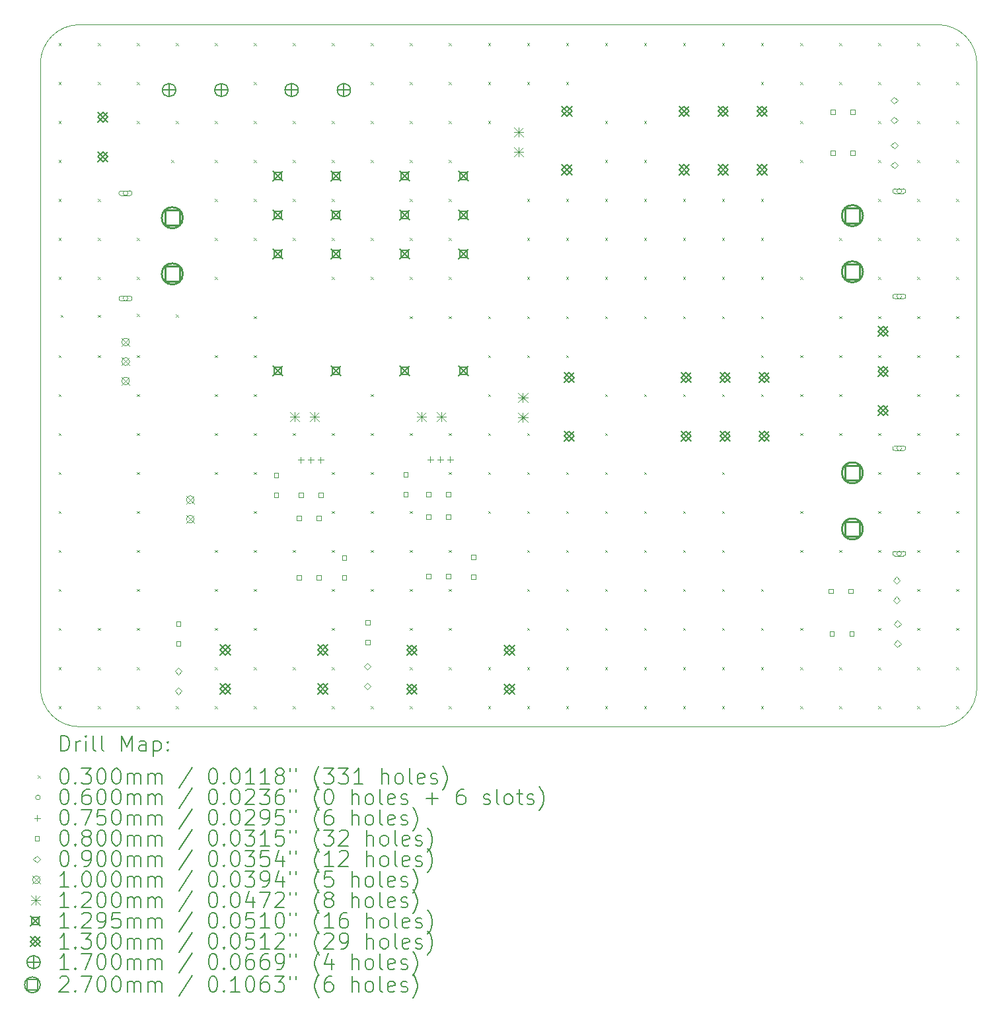
<source format=gbr>
%TF.GenerationSoftware,KiCad,Pcbnew,8.0.3*%
%TF.CreationDate,2024-07-10T23:14:37+09:00*%
%TF.ProjectId,power_24V,706f7765-725f-4323-9456-2e6b69636164,rev?*%
%TF.SameCoordinates,PX5d967f0PY416e000*%
%TF.FileFunction,Drillmap*%
%TF.FilePolarity,Positive*%
%FSLAX45Y45*%
G04 Gerber Fmt 4.5, Leading zero omitted, Abs format (unit mm)*
G04 Created by KiCad (PCBNEW 8.0.3) date 2024-07-10 23:14:37*
%MOMM*%
%LPD*%
G01*
G04 APERTURE LIST*
%ADD10C,0.050000*%
%ADD11C,0.200000*%
%ADD12C,0.100000*%
%ADD13C,0.120000*%
%ADD14C,0.129540*%
%ADD15C,0.130000*%
%ADD16C,0.170000*%
%ADD17C,0.270000*%
G04 APERTURE END LIST*
D10*
X0Y-500000D02*
X0Y-8500000D01*
X11500000Y0D02*
X500000Y0D01*
X12000000Y-8500000D02*
X12000000Y-500000D01*
X11500000Y-9000000D02*
X500000Y-9000000D01*
X12000000Y-8500000D02*
G75*
G02*
X11500000Y-9000000I-500000J0D01*
G01*
X500000Y-9000000D02*
G75*
G02*
X0Y-8500000I0J500000D01*
G01*
X11500000Y0D02*
G75*
G02*
X12000000Y-500000I0J-500000D01*
G01*
X0Y-500000D02*
G75*
G02*
X500000Y0I500000J0D01*
G01*
D11*
D12*
X235000Y-235000D02*
X265000Y-265000D01*
X265000Y-235000D02*
X235000Y-265000D01*
X235000Y-735000D02*
X265000Y-765000D01*
X265000Y-735000D02*
X235000Y-765000D01*
X235000Y-1235000D02*
X265000Y-1265000D01*
X265000Y-1235000D02*
X235000Y-1265000D01*
X235000Y-1735000D02*
X265000Y-1765000D01*
X265000Y-1735000D02*
X235000Y-1765000D01*
X235000Y-2235000D02*
X265000Y-2265000D01*
X265000Y-2235000D02*
X235000Y-2265000D01*
X235000Y-2735000D02*
X265000Y-2765000D01*
X265000Y-2735000D02*
X235000Y-2765000D01*
X235000Y-3235000D02*
X265000Y-3265000D01*
X265000Y-3235000D02*
X235000Y-3265000D01*
X235000Y-4235000D02*
X265000Y-4265000D01*
X265000Y-4235000D02*
X235000Y-4265000D01*
X235000Y-4735000D02*
X265000Y-4765000D01*
X265000Y-4735000D02*
X235000Y-4765000D01*
X235000Y-5235000D02*
X265000Y-5265000D01*
X265000Y-5235000D02*
X235000Y-5265000D01*
X235000Y-5735000D02*
X265000Y-5765000D01*
X265000Y-5735000D02*
X235000Y-5765000D01*
X235000Y-6235000D02*
X265000Y-6265000D01*
X265000Y-6235000D02*
X235000Y-6265000D01*
X235000Y-6735000D02*
X265000Y-6765000D01*
X265000Y-6735000D02*
X235000Y-6765000D01*
X235000Y-7235000D02*
X265000Y-7265000D01*
X265000Y-7235000D02*
X235000Y-7265000D01*
X235000Y-7735000D02*
X265000Y-7765000D01*
X265000Y-7735000D02*
X235000Y-7765000D01*
X235000Y-8235000D02*
X265000Y-8265000D01*
X265000Y-8235000D02*
X235000Y-8265000D01*
X235000Y-8735000D02*
X265000Y-8765000D01*
X265000Y-8735000D02*
X235000Y-8765000D01*
X259170Y-3720788D02*
X289170Y-3750788D01*
X289170Y-3720788D02*
X259170Y-3750788D01*
X735000Y-235000D02*
X765000Y-265000D01*
X765000Y-235000D02*
X735000Y-265000D01*
X735000Y-735000D02*
X765000Y-765000D01*
X765000Y-735000D02*
X735000Y-765000D01*
X735000Y-2235000D02*
X765000Y-2265000D01*
X765000Y-2235000D02*
X735000Y-2265000D01*
X735000Y-2735000D02*
X765000Y-2765000D01*
X765000Y-2735000D02*
X735000Y-2765000D01*
X735000Y-3235000D02*
X765000Y-3265000D01*
X765000Y-3235000D02*
X735000Y-3265000D01*
X735000Y-3718000D02*
X765000Y-3748000D01*
X765000Y-3718000D02*
X735000Y-3748000D01*
X735000Y-4235000D02*
X765000Y-4265000D01*
X765000Y-4235000D02*
X735000Y-4265000D01*
X735000Y-7735000D02*
X765000Y-7765000D01*
X765000Y-7735000D02*
X735000Y-7765000D01*
X735000Y-8235000D02*
X765000Y-8265000D01*
X765000Y-8235000D02*
X735000Y-8265000D01*
X735000Y-8735000D02*
X765000Y-8765000D01*
X765000Y-8735000D02*
X735000Y-8765000D01*
X1235000Y-235000D02*
X1265000Y-265000D01*
X1265000Y-235000D02*
X1235000Y-265000D01*
X1235000Y-735000D02*
X1265000Y-765000D01*
X1265000Y-735000D02*
X1235000Y-765000D01*
X1235000Y-1235000D02*
X1265000Y-1265000D01*
X1265000Y-1235000D02*
X1235000Y-1265000D01*
X1235000Y-2735000D02*
X1265000Y-2765000D01*
X1265000Y-2735000D02*
X1235000Y-2765000D01*
X1235000Y-3235000D02*
X1265000Y-3265000D01*
X1265000Y-3235000D02*
X1235000Y-3265000D01*
X1235000Y-4235000D02*
X1265000Y-4265000D01*
X1265000Y-4235000D02*
X1235000Y-4265000D01*
X1235000Y-4735000D02*
X1265000Y-4765000D01*
X1265000Y-4735000D02*
X1235000Y-4765000D01*
X1235000Y-5235000D02*
X1265000Y-5265000D01*
X1265000Y-5235000D02*
X1235000Y-5265000D01*
X1235000Y-5735000D02*
X1265000Y-5765000D01*
X1265000Y-5735000D02*
X1235000Y-5765000D01*
X1235000Y-6235000D02*
X1265000Y-6265000D01*
X1265000Y-6235000D02*
X1235000Y-6265000D01*
X1235000Y-6735000D02*
X1265000Y-6765000D01*
X1265000Y-6735000D02*
X1235000Y-6765000D01*
X1235000Y-7235000D02*
X1265000Y-7265000D01*
X1265000Y-7235000D02*
X1235000Y-7265000D01*
X1235000Y-7735000D02*
X1265000Y-7765000D01*
X1265000Y-7735000D02*
X1235000Y-7765000D01*
X1235000Y-8235000D02*
X1265000Y-8265000D01*
X1265000Y-8235000D02*
X1235000Y-8265000D01*
X1235000Y-8735000D02*
X1265000Y-8765000D01*
X1265000Y-8735000D02*
X1235000Y-8765000D01*
X1237000Y-3709000D02*
X1267000Y-3739000D01*
X1267000Y-3709000D02*
X1237000Y-3739000D01*
X1675000Y-1735000D02*
X1705000Y-1765000D01*
X1705000Y-1735000D02*
X1675000Y-1765000D01*
X1735000Y-235000D02*
X1765000Y-265000D01*
X1765000Y-235000D02*
X1735000Y-265000D01*
X1735000Y-1235000D02*
X1765000Y-1265000D01*
X1765000Y-1235000D02*
X1735000Y-1265000D01*
X1735000Y-3717000D02*
X1765000Y-3747000D01*
X1765000Y-3717000D02*
X1735000Y-3747000D01*
X1735000Y-8735000D02*
X1765000Y-8765000D01*
X1765000Y-8735000D02*
X1735000Y-8765000D01*
X2235000Y-235000D02*
X2265000Y-265000D01*
X2265000Y-235000D02*
X2235000Y-265000D01*
X2235000Y-1235000D02*
X2265000Y-1265000D01*
X2265000Y-1235000D02*
X2235000Y-1265000D01*
X2235000Y-1735000D02*
X2265000Y-1765000D01*
X2265000Y-1735000D02*
X2235000Y-1765000D01*
X2235000Y-2235000D02*
X2265000Y-2265000D01*
X2265000Y-2235000D02*
X2235000Y-2265000D01*
X2235000Y-2735000D02*
X2265000Y-2765000D01*
X2265000Y-2735000D02*
X2235000Y-2765000D01*
X2235000Y-3235000D02*
X2265000Y-3265000D01*
X2265000Y-3235000D02*
X2235000Y-3265000D01*
X2235000Y-4235000D02*
X2265000Y-4265000D01*
X2265000Y-4235000D02*
X2235000Y-4265000D01*
X2235000Y-4735000D02*
X2265000Y-4765000D01*
X2265000Y-4735000D02*
X2235000Y-4765000D01*
X2235000Y-5235000D02*
X2265000Y-5265000D01*
X2265000Y-5235000D02*
X2235000Y-5265000D01*
X2235000Y-5735000D02*
X2265000Y-5765000D01*
X2265000Y-5735000D02*
X2235000Y-5765000D01*
X2235000Y-6735000D02*
X2265000Y-6765000D01*
X2265000Y-6735000D02*
X2235000Y-6765000D01*
X2235000Y-7235000D02*
X2265000Y-7265000D01*
X2265000Y-7235000D02*
X2235000Y-7265000D01*
X2235000Y-7735000D02*
X2265000Y-7765000D01*
X2265000Y-7735000D02*
X2235000Y-7765000D01*
X2235000Y-8235000D02*
X2265000Y-8265000D01*
X2265000Y-8235000D02*
X2235000Y-8265000D01*
X2235000Y-8735000D02*
X2265000Y-8765000D01*
X2265000Y-8735000D02*
X2235000Y-8765000D01*
X2735000Y-235000D02*
X2765000Y-265000D01*
X2765000Y-235000D02*
X2735000Y-265000D01*
X2735000Y-735000D02*
X2765000Y-765000D01*
X2765000Y-735000D02*
X2735000Y-765000D01*
X2735000Y-1235000D02*
X2765000Y-1265000D01*
X2765000Y-1235000D02*
X2735000Y-1265000D01*
X2735000Y-1735000D02*
X2765000Y-1765000D01*
X2765000Y-1735000D02*
X2735000Y-1765000D01*
X2735000Y-2235000D02*
X2765000Y-2265000D01*
X2765000Y-2235000D02*
X2735000Y-2265000D01*
X2735000Y-2735000D02*
X2765000Y-2765000D01*
X2765000Y-2735000D02*
X2735000Y-2765000D01*
X2735000Y-3735000D02*
X2765000Y-3765000D01*
X2765000Y-3735000D02*
X2735000Y-3765000D01*
X2735000Y-4235000D02*
X2765000Y-4265000D01*
X2765000Y-4235000D02*
X2735000Y-4265000D01*
X2735000Y-4735000D02*
X2765000Y-4765000D01*
X2765000Y-4735000D02*
X2735000Y-4765000D01*
X2735000Y-5235000D02*
X2765000Y-5265000D01*
X2765000Y-5235000D02*
X2735000Y-5265000D01*
X2735000Y-5735000D02*
X2765000Y-5765000D01*
X2765000Y-5735000D02*
X2735000Y-5765000D01*
X2735000Y-6235000D02*
X2765000Y-6265000D01*
X2765000Y-6235000D02*
X2735000Y-6265000D01*
X2735000Y-6735000D02*
X2765000Y-6765000D01*
X2765000Y-6735000D02*
X2735000Y-6765000D01*
X2735000Y-7235000D02*
X2765000Y-7265000D01*
X2765000Y-7235000D02*
X2735000Y-7265000D01*
X2735000Y-7735000D02*
X2765000Y-7765000D01*
X2765000Y-7735000D02*
X2735000Y-7765000D01*
X2735000Y-8235000D02*
X2765000Y-8265000D01*
X2765000Y-8235000D02*
X2735000Y-8265000D01*
X2735000Y-8735000D02*
X2765000Y-8765000D01*
X2765000Y-8735000D02*
X2735000Y-8765000D01*
X3235000Y-235000D02*
X3265000Y-265000D01*
X3265000Y-235000D02*
X3235000Y-265000D01*
X3235000Y-1235000D02*
X3265000Y-1265000D01*
X3265000Y-1235000D02*
X3235000Y-1265000D01*
X3235000Y-1735000D02*
X3265000Y-1765000D01*
X3265000Y-1735000D02*
X3235000Y-1765000D01*
X3235000Y-2235000D02*
X3265000Y-2265000D01*
X3265000Y-2235000D02*
X3235000Y-2265000D01*
X3235000Y-2735000D02*
X3265000Y-2765000D01*
X3265000Y-2735000D02*
X3235000Y-2765000D01*
X3235000Y-5235000D02*
X3265000Y-5265000D01*
X3265000Y-5235000D02*
X3235000Y-5265000D01*
X3235000Y-6735000D02*
X3265000Y-6765000D01*
X3265000Y-6735000D02*
X3235000Y-6765000D01*
X3235000Y-8235000D02*
X3265000Y-8265000D01*
X3265000Y-8235000D02*
X3235000Y-8265000D01*
X3235000Y-8735000D02*
X3265000Y-8765000D01*
X3265000Y-8735000D02*
X3235000Y-8765000D01*
X3735000Y-235000D02*
X3765000Y-265000D01*
X3765000Y-235000D02*
X3735000Y-265000D01*
X3735000Y-1235000D02*
X3765000Y-1265000D01*
X3765000Y-1235000D02*
X3735000Y-1265000D01*
X3735000Y-1735000D02*
X3765000Y-1765000D01*
X3765000Y-1735000D02*
X3735000Y-1765000D01*
X3735000Y-2235000D02*
X3765000Y-2265000D01*
X3765000Y-2235000D02*
X3735000Y-2265000D01*
X3735000Y-2735000D02*
X3765000Y-2765000D01*
X3765000Y-2735000D02*
X3735000Y-2765000D01*
X3735000Y-3235000D02*
X3765000Y-3265000D01*
X3765000Y-3235000D02*
X3735000Y-3265000D01*
X3735000Y-5235000D02*
X3765000Y-5265000D01*
X3765000Y-5235000D02*
X3735000Y-5265000D01*
X3735000Y-5735000D02*
X3765000Y-5765000D01*
X3765000Y-5735000D02*
X3735000Y-5765000D01*
X3735000Y-6235000D02*
X3765000Y-6265000D01*
X3765000Y-6235000D02*
X3735000Y-6265000D01*
X3735000Y-6735000D02*
X3765000Y-6765000D01*
X3765000Y-6735000D02*
X3735000Y-6765000D01*
X3735000Y-7235000D02*
X3765000Y-7265000D01*
X3765000Y-7235000D02*
X3735000Y-7265000D01*
X3735000Y-7735000D02*
X3765000Y-7765000D01*
X3765000Y-7735000D02*
X3735000Y-7765000D01*
X3735000Y-8235000D02*
X3765000Y-8265000D01*
X3765000Y-8235000D02*
X3735000Y-8265000D01*
X3735000Y-8735000D02*
X3765000Y-8765000D01*
X3765000Y-8735000D02*
X3735000Y-8765000D01*
X4235000Y-235000D02*
X4265000Y-265000D01*
X4265000Y-235000D02*
X4235000Y-265000D01*
X4235000Y-735000D02*
X4265000Y-765000D01*
X4265000Y-735000D02*
X4235000Y-765000D01*
X4235000Y-1235000D02*
X4265000Y-1265000D01*
X4265000Y-1235000D02*
X4235000Y-1265000D01*
X4235000Y-1735000D02*
X4265000Y-1765000D01*
X4265000Y-1735000D02*
X4235000Y-1765000D01*
X4235000Y-2735000D02*
X4265000Y-2765000D01*
X4265000Y-2735000D02*
X4235000Y-2765000D01*
X4235000Y-3235000D02*
X4265000Y-3265000D01*
X4265000Y-3235000D02*
X4235000Y-3265000D01*
X4235000Y-4735000D02*
X4265000Y-4765000D01*
X4265000Y-4735000D02*
X4235000Y-4765000D01*
X4235000Y-5235000D02*
X4265000Y-5265000D01*
X4265000Y-5235000D02*
X4235000Y-5265000D01*
X4235000Y-5735000D02*
X4265000Y-5765000D01*
X4265000Y-5735000D02*
X4235000Y-5765000D01*
X4235000Y-6235000D02*
X4265000Y-6265000D01*
X4265000Y-6235000D02*
X4235000Y-6265000D01*
X4235000Y-6735000D02*
X4265000Y-6765000D01*
X4265000Y-6735000D02*
X4235000Y-6765000D01*
X4235000Y-7235000D02*
X4265000Y-7265000D01*
X4265000Y-7235000D02*
X4235000Y-7265000D01*
X4235000Y-8735000D02*
X4265000Y-8765000D01*
X4265000Y-8735000D02*
X4235000Y-8765000D01*
X4735000Y-235000D02*
X4765000Y-265000D01*
X4765000Y-235000D02*
X4735000Y-265000D01*
X4735000Y-735000D02*
X4765000Y-765000D01*
X4765000Y-735000D02*
X4735000Y-765000D01*
X4735000Y-1235000D02*
X4765000Y-1265000D01*
X4765000Y-1235000D02*
X4735000Y-1265000D01*
X4735000Y-1735000D02*
X4765000Y-1765000D01*
X4765000Y-1735000D02*
X4735000Y-1765000D01*
X4735000Y-2235000D02*
X4765000Y-2265000D01*
X4765000Y-2235000D02*
X4735000Y-2265000D01*
X4735000Y-2735000D02*
X4765000Y-2765000D01*
X4765000Y-2735000D02*
X4735000Y-2765000D01*
X4735000Y-3235000D02*
X4765000Y-3265000D01*
X4765000Y-3235000D02*
X4735000Y-3265000D01*
X4735000Y-3735000D02*
X4765000Y-3765000D01*
X4765000Y-3735000D02*
X4735000Y-3765000D01*
X4735000Y-5235000D02*
X4765000Y-5265000D01*
X4765000Y-5235000D02*
X4735000Y-5265000D01*
X4735000Y-6235000D02*
X4765000Y-6265000D01*
X4765000Y-6235000D02*
X4735000Y-6265000D01*
X4735000Y-6735000D02*
X4765000Y-6765000D01*
X4765000Y-6735000D02*
X4735000Y-6765000D01*
X4735000Y-7235000D02*
X4765000Y-7265000D01*
X4765000Y-7235000D02*
X4735000Y-7265000D01*
X4735000Y-7735000D02*
X4765000Y-7765000D01*
X4765000Y-7735000D02*
X4735000Y-7765000D01*
X4735000Y-8235000D02*
X4765000Y-8265000D01*
X4765000Y-8235000D02*
X4735000Y-8265000D01*
X4735000Y-8735000D02*
X4765000Y-8765000D01*
X4765000Y-8735000D02*
X4735000Y-8765000D01*
X5235000Y-235000D02*
X5265000Y-265000D01*
X5265000Y-235000D02*
X5235000Y-265000D01*
X5235000Y-735000D02*
X5265000Y-765000D01*
X5265000Y-735000D02*
X5235000Y-765000D01*
X5235000Y-1235000D02*
X5265000Y-1265000D01*
X5265000Y-1235000D02*
X5235000Y-1265000D01*
X5235000Y-1735000D02*
X5265000Y-1765000D01*
X5265000Y-1735000D02*
X5235000Y-1765000D01*
X5235000Y-2235000D02*
X5265000Y-2265000D01*
X5265000Y-2235000D02*
X5235000Y-2265000D01*
X5235000Y-2735000D02*
X5265000Y-2765000D01*
X5265000Y-2735000D02*
X5235000Y-2765000D01*
X5235000Y-3235000D02*
X5265000Y-3265000D01*
X5265000Y-3235000D02*
X5235000Y-3265000D01*
X5235000Y-3735000D02*
X5265000Y-3765000D01*
X5265000Y-3735000D02*
X5235000Y-3765000D01*
X5235000Y-5235000D02*
X5265000Y-5265000D01*
X5265000Y-5235000D02*
X5235000Y-5265000D01*
X5235000Y-5735000D02*
X5265000Y-5765000D01*
X5265000Y-5735000D02*
X5235000Y-5765000D01*
X5235000Y-6735000D02*
X5265000Y-6765000D01*
X5265000Y-6735000D02*
X5235000Y-6765000D01*
X5235000Y-7235000D02*
X5265000Y-7265000D01*
X5265000Y-7235000D02*
X5235000Y-7265000D01*
X5235000Y-7735000D02*
X5265000Y-7765000D01*
X5265000Y-7735000D02*
X5235000Y-7765000D01*
X5235000Y-8235000D02*
X5265000Y-8265000D01*
X5265000Y-8235000D02*
X5235000Y-8265000D01*
X5235000Y-8735000D02*
X5265000Y-8765000D01*
X5265000Y-8735000D02*
X5235000Y-8765000D01*
X5735000Y-235000D02*
X5765000Y-265000D01*
X5765000Y-235000D02*
X5735000Y-265000D01*
X5735000Y-735000D02*
X5765000Y-765000D01*
X5765000Y-735000D02*
X5735000Y-765000D01*
X5735000Y-1235000D02*
X5765000Y-1265000D01*
X5765000Y-1235000D02*
X5735000Y-1265000D01*
X5735000Y-3735000D02*
X5765000Y-3765000D01*
X5765000Y-3735000D02*
X5735000Y-3765000D01*
X5735000Y-4235000D02*
X5765000Y-4265000D01*
X5765000Y-4235000D02*
X5735000Y-4265000D01*
X5735000Y-4735000D02*
X5765000Y-4765000D01*
X5765000Y-4735000D02*
X5735000Y-4765000D01*
X5735000Y-5235000D02*
X5765000Y-5265000D01*
X5765000Y-5235000D02*
X5735000Y-5265000D01*
X5735000Y-5735000D02*
X5765000Y-5765000D01*
X5765000Y-5735000D02*
X5735000Y-5765000D01*
X5735000Y-6235000D02*
X5765000Y-6265000D01*
X5765000Y-6235000D02*
X5735000Y-6265000D01*
X5735000Y-8235000D02*
X5765000Y-8265000D01*
X5765000Y-8235000D02*
X5735000Y-8265000D01*
X5735000Y-8735000D02*
X5765000Y-8765000D01*
X5765000Y-8735000D02*
X5735000Y-8765000D01*
X6235000Y-235000D02*
X6265000Y-265000D01*
X6265000Y-235000D02*
X6235000Y-265000D01*
X6235000Y-735000D02*
X6265000Y-765000D01*
X6265000Y-735000D02*
X6235000Y-765000D01*
X6235000Y-2235000D02*
X6265000Y-2265000D01*
X6265000Y-2235000D02*
X6235000Y-2265000D01*
X6235000Y-2735000D02*
X6265000Y-2765000D01*
X6265000Y-2735000D02*
X6235000Y-2765000D01*
X6235000Y-3235000D02*
X6265000Y-3265000D01*
X6265000Y-3235000D02*
X6235000Y-3265000D01*
X6235000Y-3735000D02*
X6265000Y-3765000D01*
X6265000Y-3735000D02*
X6235000Y-3765000D01*
X6235000Y-4235000D02*
X6265000Y-4265000D01*
X6265000Y-4235000D02*
X6235000Y-4265000D01*
X6235000Y-5235000D02*
X6265000Y-5265000D01*
X6265000Y-5235000D02*
X6235000Y-5265000D01*
X6235000Y-5735000D02*
X6265000Y-5765000D01*
X6265000Y-5735000D02*
X6235000Y-5765000D01*
X6235000Y-6235000D02*
X6265000Y-6265000D01*
X6265000Y-6235000D02*
X6235000Y-6265000D01*
X6235000Y-6735000D02*
X6265000Y-6765000D01*
X6265000Y-6735000D02*
X6235000Y-6765000D01*
X6235000Y-7235000D02*
X6265000Y-7265000D01*
X6265000Y-7235000D02*
X6235000Y-7265000D01*
X6235000Y-7735000D02*
X6265000Y-7765000D01*
X6265000Y-7735000D02*
X6235000Y-7765000D01*
X6235000Y-8235000D02*
X6265000Y-8265000D01*
X6265000Y-8235000D02*
X6235000Y-8265000D01*
X6235000Y-8735000D02*
X6265000Y-8765000D01*
X6265000Y-8735000D02*
X6235000Y-8765000D01*
X6735000Y-235000D02*
X6765000Y-265000D01*
X6765000Y-235000D02*
X6735000Y-265000D01*
X6735000Y-735000D02*
X6765000Y-765000D01*
X6765000Y-735000D02*
X6735000Y-765000D01*
X6735000Y-2235000D02*
X6765000Y-2265000D01*
X6765000Y-2235000D02*
X6735000Y-2265000D01*
X6735000Y-2735000D02*
X6765000Y-2765000D01*
X6765000Y-2735000D02*
X6735000Y-2765000D01*
X6735000Y-3235000D02*
X6765000Y-3265000D01*
X6765000Y-3235000D02*
X6735000Y-3265000D01*
X6735000Y-3735000D02*
X6765000Y-3765000D01*
X6765000Y-3735000D02*
X6735000Y-3765000D01*
X6735000Y-4235000D02*
X6765000Y-4265000D01*
X6765000Y-4235000D02*
X6735000Y-4265000D01*
X6735000Y-5735000D02*
X6765000Y-5765000D01*
X6765000Y-5735000D02*
X6735000Y-5765000D01*
X6735000Y-6235000D02*
X6765000Y-6265000D01*
X6765000Y-6235000D02*
X6735000Y-6265000D01*
X6735000Y-6735000D02*
X6765000Y-6765000D01*
X6765000Y-6735000D02*
X6735000Y-6765000D01*
X6735000Y-7235000D02*
X6765000Y-7265000D01*
X6765000Y-7235000D02*
X6735000Y-7265000D01*
X6735000Y-7735000D02*
X6765000Y-7765000D01*
X6765000Y-7735000D02*
X6735000Y-7765000D01*
X6735000Y-8235000D02*
X6765000Y-8265000D01*
X6765000Y-8235000D02*
X6735000Y-8265000D01*
X6735000Y-8735000D02*
X6765000Y-8765000D01*
X6765000Y-8735000D02*
X6735000Y-8765000D01*
X7235000Y-235000D02*
X7265000Y-265000D01*
X7265000Y-235000D02*
X7235000Y-265000D01*
X7235000Y-1235000D02*
X7265000Y-1265000D01*
X7265000Y-1235000D02*
X7235000Y-1265000D01*
X7235000Y-1735000D02*
X7265000Y-1765000D01*
X7265000Y-1735000D02*
X7235000Y-1765000D01*
X7235000Y-2235000D02*
X7265000Y-2265000D01*
X7265000Y-2235000D02*
X7235000Y-2265000D01*
X7235000Y-2735000D02*
X7265000Y-2765000D01*
X7265000Y-2735000D02*
X7235000Y-2765000D01*
X7235000Y-3235000D02*
X7265000Y-3265000D01*
X7265000Y-3235000D02*
X7235000Y-3265000D01*
X7235000Y-3735000D02*
X7265000Y-3765000D01*
X7265000Y-3735000D02*
X7235000Y-3765000D01*
X7235000Y-4735000D02*
X7265000Y-4765000D01*
X7265000Y-4735000D02*
X7235000Y-4765000D01*
X7235000Y-5235000D02*
X7265000Y-5265000D01*
X7265000Y-5235000D02*
X7235000Y-5265000D01*
X7235000Y-5735000D02*
X7265000Y-5765000D01*
X7265000Y-5735000D02*
X7235000Y-5765000D01*
X7235000Y-6235000D02*
X7265000Y-6265000D01*
X7265000Y-6235000D02*
X7235000Y-6265000D01*
X7235000Y-6735000D02*
X7265000Y-6765000D01*
X7265000Y-6735000D02*
X7235000Y-6765000D01*
X7235000Y-7235000D02*
X7265000Y-7265000D01*
X7265000Y-7235000D02*
X7235000Y-7265000D01*
X7235000Y-7735000D02*
X7265000Y-7765000D01*
X7265000Y-7735000D02*
X7235000Y-7765000D01*
X7235000Y-8235000D02*
X7265000Y-8265000D01*
X7265000Y-8235000D02*
X7235000Y-8265000D01*
X7235000Y-8735000D02*
X7265000Y-8765000D01*
X7265000Y-8735000D02*
X7235000Y-8765000D01*
X7735000Y-235000D02*
X7765000Y-265000D01*
X7765000Y-235000D02*
X7735000Y-265000D01*
X7735000Y-1235000D02*
X7765000Y-1265000D01*
X7765000Y-1235000D02*
X7735000Y-1265000D01*
X7735000Y-1735000D02*
X7765000Y-1765000D01*
X7765000Y-1735000D02*
X7735000Y-1765000D01*
X7735000Y-2235000D02*
X7765000Y-2265000D01*
X7765000Y-2235000D02*
X7735000Y-2265000D01*
X7735000Y-2735000D02*
X7765000Y-2765000D01*
X7765000Y-2735000D02*
X7735000Y-2765000D01*
X7735000Y-3235000D02*
X7765000Y-3265000D01*
X7765000Y-3235000D02*
X7735000Y-3265000D01*
X7735000Y-3735000D02*
X7765000Y-3765000D01*
X7765000Y-3735000D02*
X7735000Y-3765000D01*
X7735000Y-4735000D02*
X7765000Y-4765000D01*
X7765000Y-4735000D02*
X7735000Y-4765000D01*
X7735000Y-5735000D02*
X7765000Y-5765000D01*
X7765000Y-5735000D02*
X7735000Y-5765000D01*
X7735000Y-6235000D02*
X7765000Y-6265000D01*
X7765000Y-6235000D02*
X7735000Y-6265000D01*
X7735000Y-6735000D02*
X7765000Y-6765000D01*
X7765000Y-6735000D02*
X7735000Y-6765000D01*
X7735000Y-7235000D02*
X7765000Y-7265000D01*
X7765000Y-7235000D02*
X7735000Y-7265000D01*
X7735000Y-7735000D02*
X7765000Y-7765000D01*
X7765000Y-7735000D02*
X7735000Y-7765000D01*
X7735000Y-8235000D02*
X7765000Y-8265000D01*
X7765000Y-8235000D02*
X7735000Y-8265000D01*
X7735000Y-8735000D02*
X7765000Y-8765000D01*
X7765000Y-8735000D02*
X7735000Y-8765000D01*
X8235000Y-235000D02*
X8265000Y-265000D01*
X8265000Y-235000D02*
X8235000Y-265000D01*
X8235000Y-2235000D02*
X8265000Y-2265000D01*
X8265000Y-2235000D02*
X8235000Y-2265000D01*
X8235000Y-2735000D02*
X8265000Y-2765000D01*
X8265000Y-2735000D02*
X8235000Y-2765000D01*
X8235000Y-3235000D02*
X8265000Y-3265000D01*
X8265000Y-3235000D02*
X8235000Y-3265000D01*
X8235000Y-3735000D02*
X8265000Y-3765000D01*
X8265000Y-3735000D02*
X8235000Y-3765000D01*
X8235000Y-4735000D02*
X8265000Y-4765000D01*
X8265000Y-4735000D02*
X8235000Y-4765000D01*
X8235000Y-6235000D02*
X8265000Y-6265000D01*
X8265000Y-6235000D02*
X8235000Y-6265000D01*
X8235000Y-6735000D02*
X8265000Y-6765000D01*
X8265000Y-6735000D02*
X8235000Y-6765000D01*
X8235000Y-7235000D02*
X8265000Y-7265000D01*
X8265000Y-7235000D02*
X8235000Y-7265000D01*
X8235000Y-7735000D02*
X8265000Y-7765000D01*
X8265000Y-7735000D02*
X8235000Y-7765000D01*
X8235000Y-8235000D02*
X8265000Y-8265000D01*
X8265000Y-8235000D02*
X8235000Y-8265000D01*
X8235000Y-8735000D02*
X8265000Y-8765000D01*
X8265000Y-8735000D02*
X8235000Y-8765000D01*
X8735000Y-235000D02*
X8765000Y-265000D01*
X8765000Y-235000D02*
X8735000Y-265000D01*
X8735000Y-2235000D02*
X8765000Y-2265000D01*
X8765000Y-2235000D02*
X8735000Y-2265000D01*
X8735000Y-2735000D02*
X8765000Y-2765000D01*
X8765000Y-2735000D02*
X8735000Y-2765000D01*
X8735000Y-3235000D02*
X8765000Y-3265000D01*
X8765000Y-3235000D02*
X8735000Y-3265000D01*
X8735000Y-3735000D02*
X8765000Y-3765000D01*
X8765000Y-3735000D02*
X8735000Y-3765000D01*
X8735000Y-4735000D02*
X8765000Y-4765000D01*
X8765000Y-4735000D02*
X8735000Y-4765000D01*
X8735000Y-5735000D02*
X8765000Y-5765000D01*
X8765000Y-5735000D02*
X8735000Y-5765000D01*
X8735000Y-6235000D02*
X8765000Y-6265000D01*
X8765000Y-6235000D02*
X8735000Y-6265000D01*
X8735000Y-6735000D02*
X8765000Y-6765000D01*
X8765000Y-6735000D02*
X8735000Y-6765000D01*
X8735000Y-7235000D02*
X8765000Y-7265000D01*
X8765000Y-7235000D02*
X8735000Y-7265000D01*
X8735000Y-7735000D02*
X8765000Y-7765000D01*
X8765000Y-7735000D02*
X8735000Y-7765000D01*
X8735000Y-8235000D02*
X8765000Y-8265000D01*
X8765000Y-8235000D02*
X8735000Y-8265000D01*
X8735000Y-8735000D02*
X8765000Y-8765000D01*
X8765000Y-8735000D02*
X8735000Y-8765000D01*
X9235000Y-235000D02*
X9265000Y-265000D01*
X9265000Y-235000D02*
X9235000Y-265000D01*
X9235000Y-735000D02*
X9265000Y-765000D01*
X9265000Y-735000D02*
X9235000Y-765000D01*
X9235000Y-2235000D02*
X9265000Y-2265000D01*
X9265000Y-2235000D02*
X9235000Y-2265000D01*
X9235000Y-2735000D02*
X9265000Y-2765000D01*
X9265000Y-2735000D02*
X9235000Y-2765000D01*
X9235000Y-3235000D02*
X9265000Y-3265000D01*
X9265000Y-3235000D02*
X9235000Y-3265000D01*
X9235000Y-3735000D02*
X9265000Y-3765000D01*
X9265000Y-3735000D02*
X9235000Y-3765000D01*
X9235000Y-4235000D02*
X9265000Y-4265000D01*
X9265000Y-4235000D02*
X9235000Y-4265000D01*
X9235000Y-4735000D02*
X9265000Y-4765000D01*
X9265000Y-4735000D02*
X9235000Y-4765000D01*
X9235000Y-7235000D02*
X9265000Y-7265000D01*
X9265000Y-7235000D02*
X9235000Y-7265000D01*
X9235000Y-7735000D02*
X9265000Y-7765000D01*
X9265000Y-7735000D02*
X9235000Y-7765000D01*
X9235000Y-8235000D02*
X9265000Y-8265000D01*
X9265000Y-8235000D02*
X9235000Y-8265000D01*
X9235000Y-8735000D02*
X9265000Y-8765000D01*
X9265000Y-8735000D02*
X9235000Y-8765000D01*
X9735000Y-235000D02*
X9765000Y-265000D01*
X9765000Y-235000D02*
X9735000Y-265000D01*
X9735000Y-735000D02*
X9765000Y-765000D01*
X9765000Y-735000D02*
X9735000Y-765000D01*
X9735000Y-1235000D02*
X9765000Y-1265000D01*
X9765000Y-1235000D02*
X9735000Y-1265000D01*
X9735000Y-1735000D02*
X9765000Y-1765000D01*
X9765000Y-1735000D02*
X9735000Y-1765000D01*
X9735000Y-3235000D02*
X9765000Y-3265000D01*
X9765000Y-3235000D02*
X9735000Y-3265000D01*
X9735000Y-4235000D02*
X9765000Y-4265000D01*
X9765000Y-4235000D02*
X9735000Y-4265000D01*
X9735000Y-4735000D02*
X9765000Y-4765000D01*
X9765000Y-4735000D02*
X9735000Y-4765000D01*
X9735000Y-5235000D02*
X9765000Y-5265000D01*
X9765000Y-5235000D02*
X9735000Y-5265000D01*
X9735000Y-6235000D02*
X9765000Y-6265000D01*
X9765000Y-6235000D02*
X9735000Y-6265000D01*
X9735000Y-6735000D02*
X9765000Y-6765000D01*
X9765000Y-6735000D02*
X9735000Y-6765000D01*
X9735000Y-7735000D02*
X9765000Y-7765000D01*
X9765000Y-7735000D02*
X9735000Y-7765000D01*
X9735000Y-8235000D02*
X9765000Y-8265000D01*
X9765000Y-8235000D02*
X9735000Y-8265000D01*
X9735000Y-8735000D02*
X9765000Y-8765000D01*
X9765000Y-8735000D02*
X9735000Y-8765000D01*
X10235000Y-235000D02*
X10265000Y-265000D01*
X10265000Y-235000D02*
X10235000Y-265000D01*
X10235000Y-735000D02*
X10265000Y-765000D01*
X10265000Y-735000D02*
X10235000Y-765000D01*
X10235000Y-2735000D02*
X10265000Y-2765000D01*
X10265000Y-2735000D02*
X10235000Y-2765000D01*
X10235000Y-3735000D02*
X10265000Y-3765000D01*
X10265000Y-3735000D02*
X10235000Y-3765000D01*
X10235000Y-4235000D02*
X10265000Y-4265000D01*
X10265000Y-4235000D02*
X10235000Y-4265000D01*
X10235000Y-4735000D02*
X10265000Y-4765000D01*
X10265000Y-4735000D02*
X10235000Y-4765000D01*
X10235000Y-5235000D02*
X10265000Y-5265000D01*
X10265000Y-5235000D02*
X10235000Y-5265000D01*
X10235000Y-6735000D02*
X10265000Y-6765000D01*
X10265000Y-6735000D02*
X10235000Y-6765000D01*
X10235000Y-8235000D02*
X10265000Y-8265000D01*
X10265000Y-8235000D02*
X10235000Y-8265000D01*
X10235000Y-8735000D02*
X10265000Y-8765000D01*
X10265000Y-8735000D02*
X10235000Y-8765000D01*
X10735000Y-235000D02*
X10765000Y-265000D01*
X10765000Y-235000D02*
X10735000Y-265000D01*
X10735000Y-735000D02*
X10765000Y-765000D01*
X10765000Y-735000D02*
X10735000Y-765000D01*
X10735000Y-1235000D02*
X10765000Y-1265000D01*
X10765000Y-1235000D02*
X10735000Y-1265000D01*
X10735000Y-1735000D02*
X10765000Y-1765000D01*
X10765000Y-1735000D02*
X10735000Y-1765000D01*
X10735000Y-2235000D02*
X10765000Y-2265000D01*
X10765000Y-2235000D02*
X10735000Y-2265000D01*
X10735000Y-2735000D02*
X10765000Y-2765000D01*
X10765000Y-2735000D02*
X10735000Y-2765000D01*
X10735000Y-3235000D02*
X10765000Y-3265000D01*
X10765000Y-3235000D02*
X10735000Y-3265000D01*
X10735000Y-3735000D02*
X10765000Y-3765000D01*
X10765000Y-3735000D02*
X10735000Y-3765000D01*
X10735000Y-4235000D02*
X10765000Y-4265000D01*
X10765000Y-4235000D02*
X10735000Y-4265000D01*
X10735000Y-5235000D02*
X10765000Y-5265000D01*
X10765000Y-5235000D02*
X10735000Y-5265000D01*
X10735000Y-5735000D02*
X10765000Y-5765000D01*
X10765000Y-5735000D02*
X10735000Y-5765000D01*
X10735000Y-6235000D02*
X10765000Y-6265000D01*
X10765000Y-6235000D02*
X10735000Y-6265000D01*
X10735000Y-6735000D02*
X10765000Y-6765000D01*
X10765000Y-6735000D02*
X10735000Y-6765000D01*
X10735000Y-7235000D02*
X10765000Y-7265000D01*
X10765000Y-7235000D02*
X10735000Y-7265000D01*
X10735000Y-7735000D02*
X10765000Y-7765000D01*
X10765000Y-7735000D02*
X10735000Y-7765000D01*
X10735000Y-8235000D02*
X10765000Y-8265000D01*
X10765000Y-8235000D02*
X10735000Y-8265000D01*
X10735000Y-8735000D02*
X10765000Y-8765000D01*
X10765000Y-8735000D02*
X10735000Y-8765000D01*
X11235000Y-235000D02*
X11265000Y-265000D01*
X11265000Y-235000D02*
X11235000Y-265000D01*
X11235000Y-735000D02*
X11265000Y-765000D01*
X11265000Y-735000D02*
X11235000Y-765000D01*
X11235000Y-1235000D02*
X11265000Y-1265000D01*
X11265000Y-1235000D02*
X11235000Y-1265000D01*
X11235000Y-1735000D02*
X11265000Y-1765000D01*
X11265000Y-1735000D02*
X11235000Y-1765000D01*
X11235000Y-2235000D02*
X11265000Y-2265000D01*
X11265000Y-2235000D02*
X11235000Y-2265000D01*
X11235000Y-2735000D02*
X11265000Y-2765000D01*
X11265000Y-2735000D02*
X11235000Y-2765000D01*
X11235000Y-3235000D02*
X11265000Y-3265000D01*
X11265000Y-3235000D02*
X11235000Y-3265000D01*
X11235000Y-3735000D02*
X11265000Y-3765000D01*
X11265000Y-3735000D02*
X11235000Y-3765000D01*
X11235000Y-4235000D02*
X11265000Y-4265000D01*
X11265000Y-4235000D02*
X11235000Y-4265000D01*
X11235000Y-4735000D02*
X11265000Y-4765000D01*
X11265000Y-4735000D02*
X11235000Y-4765000D01*
X11235000Y-5235000D02*
X11265000Y-5265000D01*
X11265000Y-5235000D02*
X11235000Y-5265000D01*
X11235000Y-5735000D02*
X11265000Y-5765000D01*
X11265000Y-5735000D02*
X11235000Y-5765000D01*
X11235000Y-6235000D02*
X11265000Y-6265000D01*
X11265000Y-6235000D02*
X11235000Y-6265000D01*
X11235000Y-6735000D02*
X11265000Y-6765000D01*
X11265000Y-6735000D02*
X11235000Y-6765000D01*
X11235000Y-7235000D02*
X11265000Y-7265000D01*
X11265000Y-7235000D02*
X11235000Y-7265000D01*
X11235000Y-7735000D02*
X11265000Y-7765000D01*
X11265000Y-7735000D02*
X11235000Y-7765000D01*
X11235000Y-8235000D02*
X11265000Y-8265000D01*
X11265000Y-8235000D02*
X11235000Y-8265000D01*
X11235000Y-8735000D02*
X11265000Y-8765000D01*
X11265000Y-8735000D02*
X11235000Y-8765000D01*
X11735000Y-235000D02*
X11765000Y-265000D01*
X11765000Y-235000D02*
X11735000Y-265000D01*
X11735000Y-735000D02*
X11765000Y-765000D01*
X11765000Y-735000D02*
X11735000Y-765000D01*
X11735000Y-1235000D02*
X11765000Y-1265000D01*
X11765000Y-1235000D02*
X11735000Y-1265000D01*
X11735000Y-1735000D02*
X11765000Y-1765000D01*
X11765000Y-1735000D02*
X11735000Y-1765000D01*
X11735000Y-2235000D02*
X11765000Y-2265000D01*
X11765000Y-2235000D02*
X11735000Y-2265000D01*
X11735000Y-2735000D02*
X11765000Y-2765000D01*
X11765000Y-2735000D02*
X11735000Y-2765000D01*
X11735000Y-3235000D02*
X11765000Y-3265000D01*
X11765000Y-3235000D02*
X11735000Y-3265000D01*
X11735000Y-3735000D02*
X11765000Y-3765000D01*
X11765000Y-3735000D02*
X11735000Y-3765000D01*
X11735000Y-4235000D02*
X11765000Y-4265000D01*
X11765000Y-4235000D02*
X11735000Y-4265000D01*
X11735000Y-4735000D02*
X11765000Y-4765000D01*
X11765000Y-4735000D02*
X11735000Y-4765000D01*
X11735000Y-5235000D02*
X11765000Y-5265000D01*
X11765000Y-5235000D02*
X11735000Y-5265000D01*
X11735000Y-5735000D02*
X11765000Y-5765000D01*
X11765000Y-5735000D02*
X11735000Y-5765000D01*
X11735000Y-6235000D02*
X11765000Y-6265000D01*
X11765000Y-6235000D02*
X11735000Y-6265000D01*
X11735000Y-6735000D02*
X11765000Y-6765000D01*
X11765000Y-6735000D02*
X11735000Y-6765000D01*
X11735000Y-7235000D02*
X11765000Y-7265000D01*
X11765000Y-7235000D02*
X11735000Y-7265000D01*
X11735000Y-7735000D02*
X11765000Y-7765000D01*
X11765000Y-7735000D02*
X11735000Y-7765000D01*
X11735000Y-8235000D02*
X11765000Y-8265000D01*
X11765000Y-8235000D02*
X11735000Y-8265000D01*
X11735000Y-8735000D02*
X11765000Y-8765000D01*
X11765000Y-8735000D02*
X11735000Y-8765000D01*
X1120000Y-2160000D02*
G75*
G02*
X1060000Y-2160000I-30000J0D01*
G01*
X1060000Y-2160000D02*
G75*
G02*
X1120000Y-2160000I30000J0D01*
G01*
X1035000Y-2190000D02*
X1145000Y-2190000D01*
X1145000Y-2130000D02*
G75*
G02*
X1145000Y-2190000I0J-30000D01*
G01*
X1145000Y-2130000D02*
X1035000Y-2130000D01*
X1035000Y-2130000D02*
G75*
G03*
X1035000Y-2190000I0J-30000D01*
G01*
X1120000Y-3510000D02*
G75*
G02*
X1060000Y-3510000I-30000J0D01*
G01*
X1060000Y-3510000D02*
G75*
G02*
X1120000Y-3510000I30000J0D01*
G01*
X1035000Y-3540000D02*
X1145000Y-3540000D01*
X1145000Y-3480000D02*
G75*
G02*
X1145000Y-3540000I0J-30000D01*
G01*
X1145000Y-3480000D02*
X1035000Y-3480000D01*
X1035000Y-3480000D02*
G75*
G03*
X1035000Y-3540000I0J-30000D01*
G01*
X11035000Y-2132964D02*
G75*
G02*
X10975000Y-2132964I-30000J0D01*
G01*
X10975000Y-2132964D02*
G75*
G02*
X11035000Y-2132964I30000J0D01*
G01*
X11060000Y-2102964D02*
X10950000Y-2102964D01*
X10950000Y-2162964D02*
G75*
G02*
X10950000Y-2102964I0J30000D01*
G01*
X10950000Y-2162964D02*
X11060000Y-2162964D01*
X11060000Y-2162964D02*
G75*
G03*
X11060000Y-2102964I0J30000D01*
G01*
X11035000Y-3482964D02*
G75*
G02*
X10975000Y-3482964I-30000J0D01*
G01*
X10975000Y-3482964D02*
G75*
G02*
X11035000Y-3482964I30000J0D01*
G01*
X11060000Y-3452964D02*
X10950000Y-3452964D01*
X10950000Y-3512964D02*
G75*
G02*
X10950000Y-3452964I0J30000D01*
G01*
X10950000Y-3512964D02*
X11060000Y-3512964D01*
X11060000Y-3512964D02*
G75*
G03*
X11060000Y-3452964I0J30000D01*
G01*
X11035000Y-5430000D02*
G75*
G02*
X10975000Y-5430000I-30000J0D01*
G01*
X10975000Y-5430000D02*
G75*
G02*
X11035000Y-5430000I30000J0D01*
G01*
X11060000Y-5400000D02*
X10950000Y-5400000D01*
X10950000Y-5460000D02*
G75*
G02*
X10950000Y-5400000I0J30000D01*
G01*
X10950000Y-5460000D02*
X11060000Y-5460000D01*
X11060000Y-5460000D02*
G75*
G03*
X11060000Y-5400000I0J30000D01*
G01*
X11035000Y-6780000D02*
G75*
G02*
X10975000Y-6780000I-30000J0D01*
G01*
X10975000Y-6780000D02*
G75*
G02*
X11035000Y-6780000I30000J0D01*
G01*
X11060000Y-6750000D02*
X10950000Y-6750000D01*
X10950000Y-6810000D02*
G75*
G02*
X10950000Y-6750000I0J30000D01*
G01*
X10950000Y-6810000D02*
X11060000Y-6810000D01*
X11060000Y-6810000D02*
G75*
G03*
X11060000Y-6750000I0J30000D01*
G01*
X3336000Y-5542500D02*
X3336000Y-5617500D01*
X3298500Y-5580000D02*
X3373500Y-5580000D01*
X3463000Y-5542500D02*
X3463000Y-5617500D01*
X3425500Y-5580000D02*
X3500500Y-5580000D01*
X3590000Y-5542500D02*
X3590000Y-5617500D01*
X3552500Y-5580000D02*
X3627500Y-5580000D01*
X4996000Y-5537500D02*
X4996000Y-5612500D01*
X4958500Y-5575000D02*
X5033500Y-5575000D01*
X5123000Y-5537500D02*
X5123000Y-5612500D01*
X5085500Y-5575000D02*
X5160500Y-5575000D01*
X5250000Y-5537500D02*
X5250000Y-5612500D01*
X5212500Y-5575000D02*
X5287500Y-5575000D01*
X1796284Y-7706584D02*
X1796284Y-7650015D01*
X1739715Y-7650015D01*
X1739715Y-7706584D01*
X1796284Y-7706584D01*
X1796284Y-7960584D02*
X1796284Y-7904015D01*
X1739715Y-7904015D01*
X1739715Y-7960584D01*
X1796284Y-7960584D01*
X3048284Y-5803784D02*
X3048284Y-5747215D01*
X2991715Y-5747215D01*
X2991715Y-5803784D01*
X3048284Y-5803784D01*
X3048284Y-6057784D02*
X3048284Y-6001215D01*
X2991715Y-6001215D01*
X2991715Y-6057784D01*
X3048284Y-6057784D01*
X3340784Y-6356284D02*
X3340784Y-6299715D01*
X3284215Y-6299715D01*
X3284215Y-6356284D01*
X3340784Y-6356284D01*
X3340784Y-7118284D02*
X3340784Y-7061715D01*
X3284215Y-7061715D01*
X3284215Y-7118284D01*
X3340784Y-7118284D01*
X3364284Y-6058284D02*
X3364284Y-6001715D01*
X3307715Y-6001715D01*
X3307715Y-6058284D01*
X3364284Y-6058284D01*
X3594784Y-6356284D02*
X3594784Y-6299715D01*
X3538215Y-6299715D01*
X3538215Y-6356284D01*
X3594784Y-6356284D01*
X3594784Y-7118284D02*
X3594784Y-7061715D01*
X3538215Y-7061715D01*
X3538215Y-7118284D01*
X3594784Y-7118284D01*
X3618284Y-6058284D02*
X3618284Y-6001715D01*
X3561715Y-6001715D01*
X3561715Y-6058284D01*
X3618284Y-6058284D01*
X3920784Y-6864284D02*
X3920784Y-6807715D01*
X3864215Y-6807715D01*
X3864215Y-6864284D01*
X3920784Y-6864284D01*
X3920784Y-7118284D02*
X3920784Y-7061715D01*
X3864215Y-7061715D01*
X3864215Y-7118284D01*
X3920784Y-7118284D01*
X4219285Y-7694584D02*
X4219285Y-7638015D01*
X4162715Y-7638015D01*
X4162715Y-7694584D01*
X4219285Y-7694584D01*
X4219285Y-7948584D02*
X4219285Y-7892015D01*
X4162715Y-7892015D01*
X4162715Y-7948584D01*
X4219285Y-7948584D01*
X4708285Y-5794284D02*
X4708285Y-5737715D01*
X4651716Y-5737715D01*
X4651716Y-5794284D01*
X4708285Y-5794284D01*
X4708285Y-6048284D02*
X4708285Y-5991715D01*
X4651716Y-5991715D01*
X4651716Y-6048284D01*
X4708285Y-6048284D01*
X4998785Y-6048284D02*
X4998785Y-5991715D01*
X4942216Y-5991715D01*
X4942216Y-6048284D01*
X4998785Y-6048284D01*
X4998785Y-6338284D02*
X4998785Y-6281715D01*
X4942216Y-6281715D01*
X4942216Y-6338284D01*
X4998785Y-6338284D01*
X4998785Y-7100284D02*
X4998785Y-7043715D01*
X4942216Y-7043715D01*
X4942216Y-7100284D01*
X4998785Y-7100284D01*
X5252785Y-6048284D02*
X5252785Y-5991715D01*
X5196216Y-5991715D01*
X5196216Y-6048284D01*
X5252785Y-6048284D01*
X5252785Y-6338284D02*
X5252785Y-6281715D01*
X5196216Y-6281715D01*
X5196216Y-6338284D01*
X5252785Y-6338284D01*
X5252785Y-7100284D02*
X5252785Y-7043715D01*
X5196216Y-7043715D01*
X5196216Y-7100284D01*
X5252785Y-7100284D01*
X5578285Y-6853784D02*
X5578285Y-6797215D01*
X5521716Y-6797215D01*
X5521716Y-6853784D01*
X5578285Y-6853784D01*
X5578285Y-7107784D02*
X5578285Y-7051215D01*
X5521716Y-7051215D01*
X5521716Y-7107784D01*
X5578285Y-7107784D01*
X10159685Y-7288284D02*
X10159685Y-7231715D01*
X10103116Y-7231715D01*
X10103116Y-7288284D01*
X10159685Y-7288284D01*
X10168535Y-7837084D02*
X10168535Y-7780515D01*
X10111966Y-7780515D01*
X10111966Y-7837084D01*
X10168535Y-7837084D01*
X10181685Y-1145785D02*
X10181685Y-1089216D01*
X10125116Y-1089216D01*
X10125116Y-1145785D01*
X10181685Y-1145785D01*
X10183285Y-1672284D02*
X10183285Y-1615715D01*
X10126716Y-1615715D01*
X10126716Y-1672284D01*
X10183285Y-1672284D01*
X10413685Y-7288284D02*
X10413685Y-7231715D01*
X10357116Y-7231715D01*
X10357116Y-7288284D01*
X10413685Y-7288284D01*
X10422535Y-7837084D02*
X10422535Y-7780515D01*
X10365966Y-7780515D01*
X10365966Y-7837084D01*
X10422535Y-7837084D01*
X10435685Y-1145785D02*
X10435685Y-1089216D01*
X10379116Y-1089216D01*
X10379116Y-1145785D01*
X10435685Y-1145785D01*
X10437285Y-1672284D02*
X10437285Y-1615715D01*
X10380716Y-1615715D01*
X10380716Y-1672284D01*
X10437285Y-1672284D01*
X1768000Y-8333400D02*
X1813000Y-8288400D01*
X1768000Y-8243400D01*
X1723000Y-8288400D01*
X1768000Y-8333400D01*
X1768000Y-8587400D02*
X1813000Y-8542400D01*
X1768000Y-8497400D01*
X1723000Y-8542400D01*
X1768000Y-8587400D01*
X4191000Y-8270600D02*
X4236000Y-8225600D01*
X4191000Y-8180600D01*
X4146000Y-8225600D01*
X4191000Y-8270600D01*
X4191000Y-8524600D02*
X4236000Y-8479600D01*
X4191000Y-8434600D01*
X4146000Y-8479600D01*
X4191000Y-8524600D01*
X10940700Y-1015300D02*
X10985700Y-970300D01*
X10940700Y-925300D01*
X10895700Y-970300D01*
X10940700Y-1015300D01*
X10940700Y-1269300D02*
X10985700Y-1224300D01*
X10940700Y-1179300D01*
X10895700Y-1224300D01*
X10940700Y-1269300D01*
X10943000Y-1591000D02*
X10988000Y-1546000D01*
X10943000Y-1501000D01*
X10898000Y-1546000D01*
X10943000Y-1591000D01*
X10943000Y-1845000D02*
X10988000Y-1800000D01*
X10943000Y-1755000D01*
X10898000Y-1800000D01*
X10943000Y-1845000D01*
X10972800Y-7167000D02*
X11017800Y-7122000D01*
X10972800Y-7077000D01*
X10927800Y-7122000D01*
X10972800Y-7167000D01*
X10972800Y-7421000D02*
X11017800Y-7376000D01*
X10972800Y-7331000D01*
X10927800Y-7376000D01*
X10972800Y-7421000D01*
X10981650Y-7726800D02*
X11026650Y-7681800D01*
X10981650Y-7636800D01*
X10936650Y-7681800D01*
X10981650Y-7726800D01*
X10981650Y-7980800D02*
X11026650Y-7935800D01*
X10981650Y-7890800D01*
X10936650Y-7935800D01*
X10981650Y-7980800D01*
X1042200Y-4018000D02*
X1142200Y-4118000D01*
X1142200Y-4018000D02*
X1042200Y-4118000D01*
X1142200Y-4068000D02*
G75*
G02*
X1042200Y-4068000I-50000J0D01*
G01*
X1042200Y-4068000D02*
G75*
G02*
X1142200Y-4068000I50000J0D01*
G01*
X1042200Y-4268000D02*
X1142200Y-4368000D01*
X1142200Y-4268000D02*
X1042200Y-4368000D01*
X1142200Y-4318000D02*
G75*
G02*
X1042200Y-4318000I-50000J0D01*
G01*
X1042200Y-4318000D02*
G75*
G02*
X1142200Y-4318000I50000J0D01*
G01*
X1042200Y-4518000D02*
X1142200Y-4618000D01*
X1142200Y-4518000D02*
X1042200Y-4618000D01*
X1142200Y-4568000D02*
G75*
G02*
X1042200Y-4568000I-50000J0D01*
G01*
X1042200Y-4568000D02*
G75*
G02*
X1142200Y-4568000I50000J0D01*
G01*
X1870000Y-6040000D02*
X1970000Y-6140000D01*
X1970000Y-6040000D02*
X1870000Y-6140000D01*
X1970000Y-6090000D02*
G75*
G02*
X1870000Y-6090000I-50000J0D01*
G01*
X1870000Y-6090000D02*
G75*
G02*
X1970000Y-6090000I50000J0D01*
G01*
X1870000Y-6290000D02*
X1970000Y-6390000D01*
X1970000Y-6290000D02*
X1870000Y-6390000D01*
X1970000Y-6340000D02*
G75*
G02*
X1870000Y-6340000I-50000J0D01*
G01*
X1870000Y-6340000D02*
G75*
G02*
X1970000Y-6340000I50000J0D01*
G01*
D13*
X3199400Y-4963000D02*
X3319400Y-5083000D01*
X3319400Y-4963000D02*
X3199400Y-5083000D01*
X3259400Y-4963000D02*
X3259400Y-5083000D01*
X3199400Y-5023000D02*
X3319400Y-5023000D01*
X3453400Y-4963000D02*
X3573400Y-5083000D01*
X3573400Y-4963000D02*
X3453400Y-5083000D01*
X3513400Y-4963000D02*
X3513400Y-5083000D01*
X3453400Y-5023000D02*
X3573400Y-5023000D01*
X4825000Y-4963000D02*
X4945000Y-5083000D01*
X4945000Y-4963000D02*
X4825000Y-5083000D01*
X4885000Y-4963000D02*
X4885000Y-5083000D01*
X4825000Y-5023000D02*
X4945000Y-5023000D01*
X5079000Y-4963000D02*
X5199000Y-5083000D01*
X5199000Y-4963000D02*
X5079000Y-5083000D01*
X5139000Y-4963000D02*
X5139000Y-5083000D01*
X5079000Y-5023000D02*
X5199000Y-5023000D01*
X6067900Y-1317400D02*
X6187900Y-1437400D01*
X6187900Y-1317400D02*
X6067900Y-1437400D01*
X6127900Y-1317400D02*
X6127900Y-1437400D01*
X6067900Y-1377400D02*
X6187900Y-1377400D01*
X6067900Y-1571400D02*
X6187900Y-1691400D01*
X6187900Y-1571400D02*
X6067900Y-1691400D01*
X6127900Y-1571400D02*
X6127900Y-1691400D01*
X6067900Y-1631400D02*
X6187900Y-1631400D01*
X6123400Y-4722600D02*
X6243400Y-4842600D01*
X6243400Y-4722600D02*
X6123400Y-4842600D01*
X6183400Y-4722600D02*
X6183400Y-4842600D01*
X6123400Y-4782600D02*
X6243400Y-4782600D01*
X6123400Y-4976600D02*
X6243400Y-5096600D01*
X6243400Y-4976600D02*
X6123400Y-5096600D01*
X6183400Y-4976600D02*
X6183400Y-5096600D01*
X6123400Y-5036600D02*
X6243400Y-5036600D01*
D14*
X2975230Y-1875230D02*
X3104770Y-2004770D01*
X3104770Y-1875230D02*
X2975230Y-2004770D01*
X3085800Y-1985800D02*
X3085800Y-1894200D01*
X2994200Y-1894200D01*
X2994200Y-1985800D01*
X3085800Y-1985800D01*
X2975230Y-2375230D02*
X3104770Y-2504770D01*
X3104770Y-2375230D02*
X2975230Y-2504770D01*
X3085800Y-2485800D02*
X3085800Y-2394200D01*
X2994200Y-2394200D01*
X2994200Y-2485800D01*
X3085800Y-2485800D01*
X2975230Y-2875230D02*
X3104770Y-3004770D01*
X3104770Y-2875230D02*
X2975230Y-3004770D01*
X3085800Y-2985800D02*
X3085800Y-2894200D01*
X2994200Y-2894200D01*
X2994200Y-2985800D01*
X3085800Y-2985800D01*
X2975230Y-4375230D02*
X3104770Y-4504770D01*
X3104770Y-4375230D02*
X2975230Y-4504770D01*
X3085800Y-4485800D02*
X3085800Y-4394200D01*
X2994200Y-4394200D01*
X2994200Y-4485800D01*
X3085800Y-4485800D01*
X3725230Y-1875230D02*
X3854770Y-2004770D01*
X3854770Y-1875230D02*
X3725230Y-2004770D01*
X3835800Y-1985800D02*
X3835800Y-1894200D01*
X3744200Y-1894200D01*
X3744200Y-1985800D01*
X3835800Y-1985800D01*
X3725230Y-2375230D02*
X3854770Y-2504770D01*
X3854770Y-2375230D02*
X3725230Y-2504770D01*
X3835800Y-2485800D02*
X3835800Y-2394200D01*
X3744200Y-2394200D01*
X3744200Y-2485800D01*
X3835800Y-2485800D01*
X3725230Y-2875230D02*
X3854770Y-3004770D01*
X3854770Y-2875230D02*
X3725230Y-3004770D01*
X3835800Y-2985800D02*
X3835800Y-2894200D01*
X3744200Y-2894200D01*
X3744200Y-2985800D01*
X3835800Y-2985800D01*
X3725230Y-4375230D02*
X3854770Y-4504770D01*
X3854770Y-4375230D02*
X3725230Y-4504770D01*
X3835800Y-4485800D02*
X3835800Y-4394200D01*
X3744200Y-4394200D01*
X3744200Y-4485800D01*
X3835800Y-4485800D01*
X4605230Y-1875230D02*
X4734770Y-2004770D01*
X4734770Y-1875230D02*
X4605230Y-2004770D01*
X4715800Y-1985800D02*
X4715800Y-1894200D01*
X4624200Y-1894200D01*
X4624200Y-1985800D01*
X4715800Y-1985800D01*
X4605230Y-2375230D02*
X4734770Y-2504770D01*
X4734770Y-2375230D02*
X4605230Y-2504770D01*
X4715800Y-2485800D02*
X4715800Y-2394200D01*
X4624200Y-2394200D01*
X4624200Y-2485800D01*
X4715800Y-2485800D01*
X4605230Y-2875230D02*
X4734770Y-3004770D01*
X4734770Y-2875230D02*
X4605230Y-3004770D01*
X4715800Y-2985800D02*
X4715800Y-2894200D01*
X4624200Y-2894200D01*
X4624200Y-2985800D01*
X4715800Y-2985800D01*
X4605230Y-4375230D02*
X4734770Y-4504770D01*
X4734770Y-4375230D02*
X4605230Y-4504770D01*
X4715800Y-4485800D02*
X4715800Y-4394200D01*
X4624200Y-4394200D01*
X4624200Y-4485800D01*
X4715800Y-4485800D01*
X5355230Y-1875230D02*
X5484770Y-2004770D01*
X5484770Y-1875230D02*
X5355230Y-2004770D01*
X5465800Y-1985800D02*
X5465800Y-1894200D01*
X5374200Y-1894200D01*
X5374200Y-1985800D01*
X5465800Y-1985800D01*
X5355230Y-2375230D02*
X5484770Y-2504770D01*
X5484770Y-2375230D02*
X5355230Y-2504770D01*
X5465800Y-2485800D02*
X5465800Y-2394200D01*
X5374200Y-2394200D01*
X5374200Y-2485800D01*
X5465800Y-2485800D01*
X5355230Y-2875230D02*
X5484770Y-3004770D01*
X5484770Y-2875230D02*
X5355230Y-3004770D01*
X5465800Y-2985800D02*
X5465800Y-2894200D01*
X5374200Y-2894200D01*
X5374200Y-2985800D01*
X5465800Y-2985800D01*
X5355230Y-4375230D02*
X5484770Y-4504770D01*
X5484770Y-4375230D02*
X5355230Y-4504770D01*
X5465800Y-4485800D02*
X5465800Y-4394200D01*
X5374200Y-4394200D01*
X5374200Y-4485800D01*
X5465800Y-4485800D01*
D15*
X735000Y-1121000D02*
X865000Y-1251000D01*
X865000Y-1121000D02*
X735000Y-1251000D01*
X800000Y-1251000D02*
X865000Y-1186000D01*
X800000Y-1121000D01*
X735000Y-1186000D01*
X800000Y-1251000D01*
X735000Y-1629000D02*
X865000Y-1759000D01*
X865000Y-1629000D02*
X735000Y-1759000D01*
X800000Y-1759000D02*
X865000Y-1694000D01*
X800000Y-1629000D01*
X735000Y-1694000D01*
X800000Y-1759000D01*
X2304500Y-7948700D02*
X2434500Y-8078700D01*
X2434500Y-7948700D02*
X2304500Y-8078700D01*
X2369500Y-8078700D02*
X2434500Y-8013700D01*
X2369500Y-7948700D01*
X2304500Y-8013700D01*
X2369500Y-8078700D01*
X2304500Y-8448700D02*
X2434500Y-8578700D01*
X2434500Y-8448700D02*
X2304500Y-8578700D01*
X2369500Y-8578700D02*
X2434500Y-8513700D01*
X2369500Y-8448700D01*
X2304500Y-8513700D01*
X2369500Y-8578700D01*
X3554500Y-7948700D02*
X3684500Y-8078700D01*
X3684500Y-7948700D02*
X3554500Y-8078700D01*
X3619500Y-8078700D02*
X3684500Y-8013700D01*
X3619500Y-7948700D01*
X3554500Y-8013700D01*
X3619500Y-8078700D01*
X3554500Y-8448700D02*
X3684500Y-8578700D01*
X3684500Y-8448700D02*
X3554500Y-8578700D01*
X3619500Y-8578700D02*
X3684500Y-8513700D01*
X3619500Y-8448700D01*
X3554500Y-8513700D01*
X3619500Y-8578700D01*
X4694800Y-7952700D02*
X4824800Y-8082700D01*
X4824800Y-7952700D02*
X4694800Y-8082700D01*
X4759800Y-8082700D02*
X4824800Y-8017700D01*
X4759800Y-7952700D01*
X4694800Y-8017700D01*
X4759800Y-8082700D01*
X4694800Y-8452700D02*
X4824800Y-8582700D01*
X4824800Y-8452700D02*
X4694800Y-8582700D01*
X4759800Y-8582700D02*
X4824800Y-8517700D01*
X4759800Y-8452700D01*
X4694800Y-8517700D01*
X4759800Y-8582700D01*
X5944800Y-7952700D02*
X6074800Y-8082700D01*
X6074800Y-7952700D02*
X5944800Y-8082700D01*
X6009800Y-8082700D02*
X6074800Y-8017700D01*
X6009800Y-7952700D01*
X5944800Y-8017700D01*
X6009800Y-8082700D01*
X5944800Y-8452700D02*
X6074800Y-8582700D01*
X6074800Y-8452700D02*
X5944800Y-8582700D01*
X6009800Y-8582700D02*
X6074800Y-8517700D01*
X6009800Y-8452700D01*
X5944800Y-8517700D01*
X6009800Y-8582700D01*
X6682100Y-1044400D02*
X6812100Y-1174400D01*
X6812100Y-1044400D02*
X6682100Y-1174400D01*
X6747100Y-1174400D02*
X6812100Y-1109400D01*
X6747100Y-1044400D01*
X6682100Y-1109400D01*
X6747100Y-1174400D01*
X6682100Y-1794400D02*
X6812100Y-1924400D01*
X6812100Y-1794400D02*
X6682100Y-1924400D01*
X6747100Y-1924400D02*
X6812100Y-1859400D01*
X6747100Y-1794400D01*
X6682100Y-1859400D01*
X6747100Y-1924400D01*
X6709200Y-4458800D02*
X6839200Y-4588800D01*
X6839200Y-4458800D02*
X6709200Y-4588800D01*
X6774200Y-4588800D02*
X6839200Y-4523800D01*
X6774200Y-4458800D01*
X6709200Y-4523800D01*
X6774200Y-4588800D01*
X6709200Y-5208800D02*
X6839200Y-5338800D01*
X6839200Y-5208800D02*
X6709200Y-5338800D01*
X6774200Y-5338800D02*
X6839200Y-5273800D01*
X6774200Y-5208800D01*
X6709200Y-5273800D01*
X6774200Y-5338800D01*
X8182100Y-1044400D02*
X8312100Y-1174400D01*
X8312100Y-1044400D02*
X8182100Y-1174400D01*
X8247100Y-1174400D02*
X8312100Y-1109400D01*
X8247100Y-1044400D01*
X8182100Y-1109400D01*
X8247100Y-1174400D01*
X8182100Y-1794400D02*
X8312100Y-1924400D01*
X8312100Y-1794400D02*
X8182100Y-1924400D01*
X8247100Y-1924400D02*
X8312100Y-1859400D01*
X8247100Y-1794400D01*
X8182100Y-1859400D01*
X8247100Y-1924400D01*
X8209200Y-4458800D02*
X8339200Y-4588800D01*
X8339200Y-4458800D02*
X8209200Y-4588800D01*
X8274200Y-4588800D02*
X8339200Y-4523800D01*
X8274200Y-4458800D01*
X8209200Y-4523800D01*
X8274200Y-4588800D01*
X8209200Y-5208800D02*
X8339200Y-5338800D01*
X8339200Y-5208800D02*
X8209200Y-5338800D01*
X8274200Y-5338800D02*
X8339200Y-5273800D01*
X8274200Y-5208800D01*
X8209200Y-5273800D01*
X8274200Y-5338800D01*
X8682100Y-1044400D02*
X8812100Y-1174400D01*
X8812100Y-1044400D02*
X8682100Y-1174400D01*
X8747100Y-1174400D02*
X8812100Y-1109400D01*
X8747100Y-1044400D01*
X8682100Y-1109400D01*
X8747100Y-1174400D01*
X8682100Y-1794400D02*
X8812100Y-1924400D01*
X8812100Y-1794400D02*
X8682100Y-1924400D01*
X8747100Y-1924400D02*
X8812100Y-1859400D01*
X8747100Y-1794400D01*
X8682100Y-1859400D01*
X8747100Y-1924400D01*
X8709200Y-4458800D02*
X8839200Y-4588800D01*
X8839200Y-4458800D02*
X8709200Y-4588800D01*
X8774200Y-4588800D02*
X8839200Y-4523800D01*
X8774200Y-4458800D01*
X8709200Y-4523800D01*
X8774200Y-4588800D01*
X8709200Y-5208800D02*
X8839200Y-5338800D01*
X8839200Y-5208800D02*
X8709200Y-5338800D01*
X8774200Y-5338800D02*
X8839200Y-5273800D01*
X8774200Y-5208800D01*
X8709200Y-5273800D01*
X8774200Y-5338800D01*
X9182100Y-1044400D02*
X9312100Y-1174400D01*
X9312100Y-1044400D02*
X9182100Y-1174400D01*
X9247100Y-1174400D02*
X9312100Y-1109400D01*
X9247100Y-1044400D01*
X9182100Y-1109400D01*
X9247100Y-1174400D01*
X9182100Y-1794400D02*
X9312100Y-1924400D01*
X9312100Y-1794400D02*
X9182100Y-1924400D01*
X9247100Y-1924400D02*
X9312100Y-1859400D01*
X9247100Y-1794400D01*
X9182100Y-1859400D01*
X9247100Y-1924400D01*
X9209200Y-4458800D02*
X9339200Y-4588800D01*
X9339200Y-4458800D02*
X9209200Y-4588800D01*
X9274200Y-4588800D02*
X9339200Y-4523800D01*
X9274200Y-4458800D01*
X9209200Y-4523800D01*
X9274200Y-4588800D01*
X9209200Y-5208800D02*
X9339200Y-5338800D01*
X9339200Y-5208800D02*
X9209200Y-5338800D01*
X9274200Y-5338800D02*
X9339200Y-5273800D01*
X9274200Y-5208800D01*
X9209200Y-5273800D01*
X9274200Y-5338800D01*
X10735000Y-3867000D02*
X10865000Y-3997000D01*
X10865000Y-3867000D02*
X10735000Y-3997000D01*
X10800000Y-3997000D02*
X10865000Y-3932000D01*
X10800000Y-3867000D01*
X10735000Y-3932000D01*
X10800000Y-3997000D01*
X10735000Y-4379000D02*
X10865000Y-4509000D01*
X10865000Y-4379000D02*
X10735000Y-4509000D01*
X10800000Y-4509000D02*
X10865000Y-4444000D01*
X10800000Y-4379000D01*
X10735000Y-4444000D01*
X10800000Y-4509000D01*
X10735000Y-4883000D02*
X10865000Y-5013000D01*
X10865000Y-4883000D02*
X10735000Y-5013000D01*
X10800000Y-5013000D02*
X10865000Y-4948000D01*
X10800000Y-4883000D01*
X10735000Y-4948000D01*
X10800000Y-5013000D01*
D16*
X1648600Y-753200D02*
X1648600Y-923200D01*
X1563600Y-838200D02*
X1733600Y-838200D01*
X1733600Y-838200D02*
G75*
G02*
X1563600Y-838200I-85000J0D01*
G01*
X1563600Y-838200D02*
G75*
G02*
X1733600Y-838200I85000J0D01*
G01*
X2318600Y-753200D02*
X2318600Y-923200D01*
X2233600Y-838200D02*
X2403600Y-838200D01*
X2403600Y-838200D02*
G75*
G02*
X2233600Y-838200I-85000J0D01*
G01*
X2233600Y-838200D02*
G75*
G02*
X2403600Y-838200I85000J0D01*
G01*
X3218600Y-753200D02*
X3218600Y-923200D01*
X3133600Y-838200D02*
X3303600Y-838200D01*
X3303600Y-838200D02*
G75*
G02*
X3133600Y-838200I-85000J0D01*
G01*
X3133600Y-838200D02*
G75*
G02*
X3303600Y-838200I85000J0D01*
G01*
X3888600Y-753200D02*
X3888600Y-923200D01*
X3803600Y-838200D02*
X3973600Y-838200D01*
X3973600Y-838200D02*
G75*
G02*
X3803600Y-838200I-85000J0D01*
G01*
X3803600Y-838200D02*
G75*
G02*
X3973600Y-838200I85000J0D01*
G01*
D17*
X1785460Y-2570460D02*
X1785460Y-2379540D01*
X1594540Y-2379540D01*
X1594540Y-2570460D01*
X1785460Y-2570460D01*
X1825000Y-2475000D02*
G75*
G02*
X1555000Y-2475000I-135000J0D01*
G01*
X1555000Y-2475000D02*
G75*
G02*
X1825000Y-2475000I135000J0D01*
G01*
X1785460Y-3290460D02*
X1785460Y-3099540D01*
X1594540Y-3099540D01*
X1594540Y-3290460D01*
X1785460Y-3290460D01*
X1825000Y-3195000D02*
G75*
G02*
X1555000Y-3195000I-135000J0D01*
G01*
X1555000Y-3195000D02*
G75*
G02*
X1825000Y-3195000I135000J0D01*
G01*
X10500460Y-2543425D02*
X10500460Y-2352504D01*
X10309540Y-2352504D01*
X10309540Y-2543425D01*
X10500460Y-2543425D01*
X10540000Y-2447964D02*
G75*
G02*
X10270000Y-2447964I-135000J0D01*
G01*
X10270000Y-2447964D02*
G75*
G02*
X10540000Y-2447964I135000J0D01*
G01*
X10500460Y-3263425D02*
X10500460Y-3072504D01*
X10309540Y-3072504D01*
X10309540Y-3263425D01*
X10500460Y-3263425D01*
X10540000Y-3167964D02*
G75*
G02*
X10270000Y-3167964I-135000J0D01*
G01*
X10270000Y-3167964D02*
G75*
G02*
X10540000Y-3167964I135000J0D01*
G01*
X10500460Y-5840460D02*
X10500460Y-5649540D01*
X10309540Y-5649540D01*
X10309540Y-5840460D01*
X10500460Y-5840460D01*
X10540000Y-5745000D02*
G75*
G02*
X10270000Y-5745000I-135000J0D01*
G01*
X10270000Y-5745000D02*
G75*
G02*
X10540000Y-5745000I135000J0D01*
G01*
X10500460Y-6560460D02*
X10500460Y-6369540D01*
X10309540Y-6369540D01*
X10309540Y-6560460D01*
X10500460Y-6560460D01*
X10540000Y-6465000D02*
G75*
G02*
X10270000Y-6465000I-135000J0D01*
G01*
X10270000Y-6465000D02*
G75*
G02*
X10540000Y-6465000I135000J0D01*
G01*
D11*
X258277Y-9313984D02*
X258277Y-9113984D01*
X258277Y-9113984D02*
X305896Y-9113984D01*
X305896Y-9113984D02*
X334467Y-9123508D01*
X334467Y-9123508D02*
X353515Y-9142555D01*
X353515Y-9142555D02*
X363039Y-9161603D01*
X363039Y-9161603D02*
X372562Y-9199698D01*
X372562Y-9199698D02*
X372562Y-9228270D01*
X372562Y-9228270D02*
X363039Y-9266365D01*
X363039Y-9266365D02*
X353515Y-9285412D01*
X353515Y-9285412D02*
X334467Y-9304460D01*
X334467Y-9304460D02*
X305896Y-9313984D01*
X305896Y-9313984D02*
X258277Y-9313984D01*
X458277Y-9313984D02*
X458277Y-9180650D01*
X458277Y-9218746D02*
X467801Y-9199698D01*
X467801Y-9199698D02*
X477324Y-9190174D01*
X477324Y-9190174D02*
X496372Y-9180650D01*
X496372Y-9180650D02*
X515420Y-9180650D01*
X582086Y-9313984D02*
X582086Y-9180650D01*
X582086Y-9113984D02*
X572563Y-9123508D01*
X572563Y-9123508D02*
X582086Y-9133031D01*
X582086Y-9133031D02*
X591610Y-9123508D01*
X591610Y-9123508D02*
X582086Y-9113984D01*
X582086Y-9113984D02*
X582086Y-9133031D01*
X705896Y-9313984D02*
X686848Y-9304460D01*
X686848Y-9304460D02*
X677324Y-9285412D01*
X677324Y-9285412D02*
X677324Y-9113984D01*
X810658Y-9313984D02*
X791610Y-9304460D01*
X791610Y-9304460D02*
X782086Y-9285412D01*
X782086Y-9285412D02*
X782086Y-9113984D01*
X1039229Y-9313984D02*
X1039229Y-9113984D01*
X1039229Y-9113984D02*
X1105896Y-9256841D01*
X1105896Y-9256841D02*
X1172563Y-9113984D01*
X1172563Y-9113984D02*
X1172563Y-9313984D01*
X1353515Y-9313984D02*
X1353515Y-9209222D01*
X1353515Y-9209222D02*
X1343991Y-9190174D01*
X1343991Y-9190174D02*
X1324944Y-9180650D01*
X1324944Y-9180650D02*
X1286848Y-9180650D01*
X1286848Y-9180650D02*
X1267801Y-9190174D01*
X1353515Y-9304460D02*
X1334467Y-9313984D01*
X1334467Y-9313984D02*
X1286848Y-9313984D01*
X1286848Y-9313984D02*
X1267801Y-9304460D01*
X1267801Y-9304460D02*
X1258277Y-9285412D01*
X1258277Y-9285412D02*
X1258277Y-9266365D01*
X1258277Y-9266365D02*
X1267801Y-9247317D01*
X1267801Y-9247317D02*
X1286848Y-9237793D01*
X1286848Y-9237793D02*
X1334467Y-9237793D01*
X1334467Y-9237793D02*
X1353515Y-9228270D01*
X1448753Y-9180650D02*
X1448753Y-9380650D01*
X1448753Y-9190174D02*
X1467801Y-9180650D01*
X1467801Y-9180650D02*
X1505896Y-9180650D01*
X1505896Y-9180650D02*
X1524943Y-9190174D01*
X1524943Y-9190174D02*
X1534467Y-9199698D01*
X1534467Y-9199698D02*
X1543991Y-9218746D01*
X1543991Y-9218746D02*
X1543991Y-9275889D01*
X1543991Y-9275889D02*
X1534467Y-9294936D01*
X1534467Y-9294936D02*
X1524943Y-9304460D01*
X1524943Y-9304460D02*
X1505896Y-9313984D01*
X1505896Y-9313984D02*
X1467801Y-9313984D01*
X1467801Y-9313984D02*
X1448753Y-9304460D01*
X1629705Y-9294936D02*
X1639229Y-9304460D01*
X1639229Y-9304460D02*
X1629705Y-9313984D01*
X1629705Y-9313984D02*
X1620182Y-9304460D01*
X1620182Y-9304460D02*
X1629705Y-9294936D01*
X1629705Y-9294936D02*
X1629705Y-9313984D01*
X1629705Y-9190174D02*
X1639229Y-9199698D01*
X1639229Y-9199698D02*
X1629705Y-9209222D01*
X1629705Y-9209222D02*
X1620182Y-9199698D01*
X1620182Y-9199698D02*
X1629705Y-9190174D01*
X1629705Y-9190174D02*
X1629705Y-9209222D01*
D12*
X-32500Y-9627500D02*
X-2500Y-9657500D01*
X-2500Y-9627500D02*
X-32500Y-9657500D01*
D11*
X296372Y-9533984D02*
X315420Y-9533984D01*
X315420Y-9533984D02*
X334467Y-9543508D01*
X334467Y-9543508D02*
X343991Y-9553031D01*
X343991Y-9553031D02*
X353515Y-9572079D01*
X353515Y-9572079D02*
X363039Y-9610174D01*
X363039Y-9610174D02*
X363039Y-9657793D01*
X363039Y-9657793D02*
X353515Y-9695889D01*
X353515Y-9695889D02*
X343991Y-9714936D01*
X343991Y-9714936D02*
X334467Y-9724460D01*
X334467Y-9724460D02*
X315420Y-9733984D01*
X315420Y-9733984D02*
X296372Y-9733984D01*
X296372Y-9733984D02*
X277324Y-9724460D01*
X277324Y-9724460D02*
X267801Y-9714936D01*
X267801Y-9714936D02*
X258277Y-9695889D01*
X258277Y-9695889D02*
X248753Y-9657793D01*
X248753Y-9657793D02*
X248753Y-9610174D01*
X248753Y-9610174D02*
X258277Y-9572079D01*
X258277Y-9572079D02*
X267801Y-9553031D01*
X267801Y-9553031D02*
X277324Y-9543508D01*
X277324Y-9543508D02*
X296372Y-9533984D01*
X448753Y-9714936D02*
X458277Y-9724460D01*
X458277Y-9724460D02*
X448753Y-9733984D01*
X448753Y-9733984D02*
X439229Y-9724460D01*
X439229Y-9724460D02*
X448753Y-9714936D01*
X448753Y-9714936D02*
X448753Y-9733984D01*
X524944Y-9533984D02*
X648753Y-9533984D01*
X648753Y-9533984D02*
X582086Y-9610174D01*
X582086Y-9610174D02*
X610658Y-9610174D01*
X610658Y-9610174D02*
X629705Y-9619698D01*
X629705Y-9619698D02*
X639229Y-9629222D01*
X639229Y-9629222D02*
X648753Y-9648270D01*
X648753Y-9648270D02*
X648753Y-9695889D01*
X648753Y-9695889D02*
X639229Y-9714936D01*
X639229Y-9714936D02*
X629705Y-9724460D01*
X629705Y-9724460D02*
X610658Y-9733984D01*
X610658Y-9733984D02*
X553515Y-9733984D01*
X553515Y-9733984D02*
X534467Y-9724460D01*
X534467Y-9724460D02*
X524944Y-9714936D01*
X772562Y-9533984D02*
X791610Y-9533984D01*
X791610Y-9533984D02*
X810658Y-9543508D01*
X810658Y-9543508D02*
X820182Y-9553031D01*
X820182Y-9553031D02*
X829705Y-9572079D01*
X829705Y-9572079D02*
X839229Y-9610174D01*
X839229Y-9610174D02*
X839229Y-9657793D01*
X839229Y-9657793D02*
X829705Y-9695889D01*
X829705Y-9695889D02*
X820182Y-9714936D01*
X820182Y-9714936D02*
X810658Y-9724460D01*
X810658Y-9724460D02*
X791610Y-9733984D01*
X791610Y-9733984D02*
X772562Y-9733984D01*
X772562Y-9733984D02*
X753515Y-9724460D01*
X753515Y-9724460D02*
X743991Y-9714936D01*
X743991Y-9714936D02*
X734467Y-9695889D01*
X734467Y-9695889D02*
X724943Y-9657793D01*
X724943Y-9657793D02*
X724943Y-9610174D01*
X724943Y-9610174D02*
X734467Y-9572079D01*
X734467Y-9572079D02*
X743991Y-9553031D01*
X743991Y-9553031D02*
X753515Y-9543508D01*
X753515Y-9543508D02*
X772562Y-9533984D01*
X963039Y-9533984D02*
X982086Y-9533984D01*
X982086Y-9533984D02*
X1001134Y-9543508D01*
X1001134Y-9543508D02*
X1010658Y-9553031D01*
X1010658Y-9553031D02*
X1020182Y-9572079D01*
X1020182Y-9572079D02*
X1029705Y-9610174D01*
X1029705Y-9610174D02*
X1029705Y-9657793D01*
X1029705Y-9657793D02*
X1020182Y-9695889D01*
X1020182Y-9695889D02*
X1010658Y-9714936D01*
X1010658Y-9714936D02*
X1001134Y-9724460D01*
X1001134Y-9724460D02*
X982086Y-9733984D01*
X982086Y-9733984D02*
X963039Y-9733984D01*
X963039Y-9733984D02*
X943991Y-9724460D01*
X943991Y-9724460D02*
X934467Y-9714936D01*
X934467Y-9714936D02*
X924943Y-9695889D01*
X924943Y-9695889D02*
X915420Y-9657793D01*
X915420Y-9657793D02*
X915420Y-9610174D01*
X915420Y-9610174D02*
X924943Y-9572079D01*
X924943Y-9572079D02*
X934467Y-9553031D01*
X934467Y-9553031D02*
X943991Y-9543508D01*
X943991Y-9543508D02*
X963039Y-9533984D01*
X1115420Y-9733984D02*
X1115420Y-9600650D01*
X1115420Y-9619698D02*
X1124944Y-9610174D01*
X1124944Y-9610174D02*
X1143991Y-9600650D01*
X1143991Y-9600650D02*
X1172563Y-9600650D01*
X1172563Y-9600650D02*
X1191610Y-9610174D01*
X1191610Y-9610174D02*
X1201134Y-9629222D01*
X1201134Y-9629222D02*
X1201134Y-9733984D01*
X1201134Y-9629222D02*
X1210658Y-9610174D01*
X1210658Y-9610174D02*
X1229705Y-9600650D01*
X1229705Y-9600650D02*
X1258277Y-9600650D01*
X1258277Y-9600650D02*
X1277325Y-9610174D01*
X1277325Y-9610174D02*
X1286848Y-9629222D01*
X1286848Y-9629222D02*
X1286848Y-9733984D01*
X1382086Y-9733984D02*
X1382086Y-9600650D01*
X1382086Y-9619698D02*
X1391610Y-9610174D01*
X1391610Y-9610174D02*
X1410658Y-9600650D01*
X1410658Y-9600650D02*
X1439229Y-9600650D01*
X1439229Y-9600650D02*
X1458277Y-9610174D01*
X1458277Y-9610174D02*
X1467801Y-9629222D01*
X1467801Y-9629222D02*
X1467801Y-9733984D01*
X1467801Y-9629222D02*
X1477324Y-9610174D01*
X1477324Y-9610174D02*
X1496372Y-9600650D01*
X1496372Y-9600650D02*
X1524943Y-9600650D01*
X1524943Y-9600650D02*
X1543991Y-9610174D01*
X1543991Y-9610174D02*
X1553515Y-9629222D01*
X1553515Y-9629222D02*
X1553515Y-9733984D01*
X1943991Y-9524460D02*
X1772563Y-9781603D01*
X2201134Y-9533984D02*
X2220182Y-9533984D01*
X2220182Y-9533984D02*
X2239229Y-9543508D01*
X2239229Y-9543508D02*
X2248753Y-9553031D01*
X2248753Y-9553031D02*
X2258277Y-9572079D01*
X2258277Y-9572079D02*
X2267801Y-9610174D01*
X2267801Y-9610174D02*
X2267801Y-9657793D01*
X2267801Y-9657793D02*
X2258277Y-9695889D01*
X2258277Y-9695889D02*
X2248753Y-9714936D01*
X2248753Y-9714936D02*
X2239229Y-9724460D01*
X2239229Y-9724460D02*
X2220182Y-9733984D01*
X2220182Y-9733984D02*
X2201134Y-9733984D01*
X2201134Y-9733984D02*
X2182087Y-9724460D01*
X2182087Y-9724460D02*
X2172563Y-9714936D01*
X2172563Y-9714936D02*
X2163039Y-9695889D01*
X2163039Y-9695889D02*
X2153515Y-9657793D01*
X2153515Y-9657793D02*
X2153515Y-9610174D01*
X2153515Y-9610174D02*
X2163039Y-9572079D01*
X2163039Y-9572079D02*
X2172563Y-9553031D01*
X2172563Y-9553031D02*
X2182087Y-9543508D01*
X2182087Y-9543508D02*
X2201134Y-9533984D01*
X2353515Y-9714936D02*
X2363039Y-9724460D01*
X2363039Y-9724460D02*
X2353515Y-9733984D01*
X2353515Y-9733984D02*
X2343991Y-9724460D01*
X2343991Y-9724460D02*
X2353515Y-9714936D01*
X2353515Y-9714936D02*
X2353515Y-9733984D01*
X2486848Y-9533984D02*
X2505896Y-9533984D01*
X2505896Y-9533984D02*
X2524944Y-9543508D01*
X2524944Y-9543508D02*
X2534468Y-9553031D01*
X2534468Y-9553031D02*
X2543991Y-9572079D01*
X2543991Y-9572079D02*
X2553515Y-9610174D01*
X2553515Y-9610174D02*
X2553515Y-9657793D01*
X2553515Y-9657793D02*
X2543991Y-9695889D01*
X2543991Y-9695889D02*
X2534468Y-9714936D01*
X2534468Y-9714936D02*
X2524944Y-9724460D01*
X2524944Y-9724460D02*
X2505896Y-9733984D01*
X2505896Y-9733984D02*
X2486848Y-9733984D01*
X2486848Y-9733984D02*
X2467801Y-9724460D01*
X2467801Y-9724460D02*
X2458277Y-9714936D01*
X2458277Y-9714936D02*
X2448753Y-9695889D01*
X2448753Y-9695889D02*
X2439229Y-9657793D01*
X2439229Y-9657793D02*
X2439229Y-9610174D01*
X2439229Y-9610174D02*
X2448753Y-9572079D01*
X2448753Y-9572079D02*
X2458277Y-9553031D01*
X2458277Y-9553031D02*
X2467801Y-9543508D01*
X2467801Y-9543508D02*
X2486848Y-9533984D01*
X2743991Y-9733984D02*
X2629706Y-9733984D01*
X2686848Y-9733984D02*
X2686848Y-9533984D01*
X2686848Y-9533984D02*
X2667801Y-9562555D01*
X2667801Y-9562555D02*
X2648753Y-9581603D01*
X2648753Y-9581603D02*
X2629706Y-9591127D01*
X2934467Y-9733984D02*
X2820182Y-9733984D01*
X2877325Y-9733984D02*
X2877325Y-9533984D01*
X2877325Y-9533984D02*
X2858277Y-9562555D01*
X2858277Y-9562555D02*
X2839229Y-9581603D01*
X2839229Y-9581603D02*
X2820182Y-9591127D01*
X3048753Y-9619698D02*
X3029706Y-9610174D01*
X3029706Y-9610174D02*
X3020182Y-9600650D01*
X3020182Y-9600650D02*
X3010658Y-9581603D01*
X3010658Y-9581603D02*
X3010658Y-9572079D01*
X3010658Y-9572079D02*
X3020182Y-9553031D01*
X3020182Y-9553031D02*
X3029706Y-9543508D01*
X3029706Y-9543508D02*
X3048753Y-9533984D01*
X3048753Y-9533984D02*
X3086848Y-9533984D01*
X3086848Y-9533984D02*
X3105896Y-9543508D01*
X3105896Y-9543508D02*
X3115420Y-9553031D01*
X3115420Y-9553031D02*
X3124944Y-9572079D01*
X3124944Y-9572079D02*
X3124944Y-9581603D01*
X3124944Y-9581603D02*
X3115420Y-9600650D01*
X3115420Y-9600650D02*
X3105896Y-9610174D01*
X3105896Y-9610174D02*
X3086848Y-9619698D01*
X3086848Y-9619698D02*
X3048753Y-9619698D01*
X3048753Y-9619698D02*
X3029706Y-9629222D01*
X3029706Y-9629222D02*
X3020182Y-9638746D01*
X3020182Y-9638746D02*
X3010658Y-9657793D01*
X3010658Y-9657793D02*
X3010658Y-9695889D01*
X3010658Y-9695889D02*
X3020182Y-9714936D01*
X3020182Y-9714936D02*
X3029706Y-9724460D01*
X3029706Y-9724460D02*
X3048753Y-9733984D01*
X3048753Y-9733984D02*
X3086848Y-9733984D01*
X3086848Y-9733984D02*
X3105896Y-9724460D01*
X3105896Y-9724460D02*
X3115420Y-9714936D01*
X3115420Y-9714936D02*
X3124944Y-9695889D01*
X3124944Y-9695889D02*
X3124944Y-9657793D01*
X3124944Y-9657793D02*
X3115420Y-9638746D01*
X3115420Y-9638746D02*
X3105896Y-9629222D01*
X3105896Y-9629222D02*
X3086848Y-9619698D01*
X3201134Y-9533984D02*
X3201134Y-9572079D01*
X3277325Y-9533984D02*
X3277325Y-9572079D01*
X3572563Y-9810174D02*
X3563039Y-9800650D01*
X3563039Y-9800650D02*
X3543991Y-9772079D01*
X3543991Y-9772079D02*
X3534468Y-9753031D01*
X3534468Y-9753031D02*
X3524944Y-9724460D01*
X3524944Y-9724460D02*
X3515420Y-9676841D01*
X3515420Y-9676841D02*
X3515420Y-9638746D01*
X3515420Y-9638746D02*
X3524944Y-9591127D01*
X3524944Y-9591127D02*
X3534468Y-9562555D01*
X3534468Y-9562555D02*
X3543991Y-9543508D01*
X3543991Y-9543508D02*
X3563039Y-9514936D01*
X3563039Y-9514936D02*
X3572563Y-9505412D01*
X3629706Y-9533984D02*
X3753515Y-9533984D01*
X3753515Y-9533984D02*
X3686848Y-9610174D01*
X3686848Y-9610174D02*
X3715420Y-9610174D01*
X3715420Y-9610174D02*
X3734468Y-9619698D01*
X3734468Y-9619698D02*
X3743991Y-9629222D01*
X3743991Y-9629222D02*
X3753515Y-9648270D01*
X3753515Y-9648270D02*
X3753515Y-9695889D01*
X3753515Y-9695889D02*
X3743991Y-9714936D01*
X3743991Y-9714936D02*
X3734468Y-9724460D01*
X3734468Y-9724460D02*
X3715420Y-9733984D01*
X3715420Y-9733984D02*
X3658277Y-9733984D01*
X3658277Y-9733984D02*
X3639229Y-9724460D01*
X3639229Y-9724460D02*
X3629706Y-9714936D01*
X3820182Y-9533984D02*
X3943991Y-9533984D01*
X3943991Y-9533984D02*
X3877325Y-9610174D01*
X3877325Y-9610174D02*
X3905896Y-9610174D01*
X3905896Y-9610174D02*
X3924944Y-9619698D01*
X3924944Y-9619698D02*
X3934468Y-9629222D01*
X3934468Y-9629222D02*
X3943991Y-9648270D01*
X3943991Y-9648270D02*
X3943991Y-9695889D01*
X3943991Y-9695889D02*
X3934468Y-9714936D01*
X3934468Y-9714936D02*
X3924944Y-9724460D01*
X3924944Y-9724460D02*
X3905896Y-9733984D01*
X3905896Y-9733984D02*
X3848753Y-9733984D01*
X3848753Y-9733984D02*
X3829706Y-9724460D01*
X3829706Y-9724460D02*
X3820182Y-9714936D01*
X4134468Y-9733984D02*
X4020182Y-9733984D01*
X4077325Y-9733984D02*
X4077325Y-9533984D01*
X4077325Y-9533984D02*
X4058277Y-9562555D01*
X4058277Y-9562555D02*
X4039229Y-9581603D01*
X4039229Y-9581603D02*
X4020182Y-9591127D01*
X4372563Y-9733984D02*
X4372563Y-9533984D01*
X4458277Y-9733984D02*
X4458277Y-9629222D01*
X4458277Y-9629222D02*
X4448753Y-9610174D01*
X4448753Y-9610174D02*
X4429706Y-9600650D01*
X4429706Y-9600650D02*
X4401134Y-9600650D01*
X4401134Y-9600650D02*
X4382087Y-9610174D01*
X4382087Y-9610174D02*
X4372563Y-9619698D01*
X4582087Y-9733984D02*
X4563039Y-9724460D01*
X4563039Y-9724460D02*
X4553515Y-9714936D01*
X4553515Y-9714936D02*
X4543992Y-9695889D01*
X4543992Y-9695889D02*
X4543992Y-9638746D01*
X4543992Y-9638746D02*
X4553515Y-9619698D01*
X4553515Y-9619698D02*
X4563039Y-9610174D01*
X4563039Y-9610174D02*
X4582087Y-9600650D01*
X4582087Y-9600650D02*
X4610658Y-9600650D01*
X4610658Y-9600650D02*
X4629706Y-9610174D01*
X4629706Y-9610174D02*
X4639230Y-9619698D01*
X4639230Y-9619698D02*
X4648753Y-9638746D01*
X4648753Y-9638746D02*
X4648753Y-9695889D01*
X4648753Y-9695889D02*
X4639230Y-9714936D01*
X4639230Y-9714936D02*
X4629706Y-9724460D01*
X4629706Y-9724460D02*
X4610658Y-9733984D01*
X4610658Y-9733984D02*
X4582087Y-9733984D01*
X4763039Y-9733984D02*
X4743992Y-9724460D01*
X4743992Y-9724460D02*
X4734468Y-9705412D01*
X4734468Y-9705412D02*
X4734468Y-9533984D01*
X4915420Y-9724460D02*
X4896373Y-9733984D01*
X4896373Y-9733984D02*
X4858277Y-9733984D01*
X4858277Y-9733984D02*
X4839230Y-9724460D01*
X4839230Y-9724460D02*
X4829706Y-9705412D01*
X4829706Y-9705412D02*
X4829706Y-9629222D01*
X4829706Y-9629222D02*
X4839230Y-9610174D01*
X4839230Y-9610174D02*
X4858277Y-9600650D01*
X4858277Y-9600650D02*
X4896373Y-9600650D01*
X4896373Y-9600650D02*
X4915420Y-9610174D01*
X4915420Y-9610174D02*
X4924944Y-9629222D01*
X4924944Y-9629222D02*
X4924944Y-9648270D01*
X4924944Y-9648270D02*
X4829706Y-9667317D01*
X5001134Y-9724460D02*
X5020182Y-9733984D01*
X5020182Y-9733984D02*
X5058277Y-9733984D01*
X5058277Y-9733984D02*
X5077325Y-9724460D01*
X5077325Y-9724460D02*
X5086849Y-9705412D01*
X5086849Y-9705412D02*
X5086849Y-9695889D01*
X5086849Y-9695889D02*
X5077325Y-9676841D01*
X5077325Y-9676841D02*
X5058277Y-9667317D01*
X5058277Y-9667317D02*
X5029706Y-9667317D01*
X5029706Y-9667317D02*
X5010658Y-9657793D01*
X5010658Y-9657793D02*
X5001134Y-9638746D01*
X5001134Y-9638746D02*
X5001134Y-9629222D01*
X5001134Y-9629222D02*
X5010658Y-9610174D01*
X5010658Y-9610174D02*
X5029706Y-9600650D01*
X5029706Y-9600650D02*
X5058277Y-9600650D01*
X5058277Y-9600650D02*
X5077325Y-9610174D01*
X5153515Y-9810174D02*
X5163039Y-9800650D01*
X5163039Y-9800650D02*
X5182087Y-9772079D01*
X5182087Y-9772079D02*
X5191611Y-9753031D01*
X5191611Y-9753031D02*
X5201134Y-9724460D01*
X5201134Y-9724460D02*
X5210658Y-9676841D01*
X5210658Y-9676841D02*
X5210658Y-9638746D01*
X5210658Y-9638746D02*
X5201134Y-9591127D01*
X5201134Y-9591127D02*
X5191611Y-9562555D01*
X5191611Y-9562555D02*
X5182087Y-9543508D01*
X5182087Y-9543508D02*
X5163039Y-9514936D01*
X5163039Y-9514936D02*
X5153515Y-9505412D01*
D12*
X-2500Y-9906500D02*
G75*
G02*
X-62500Y-9906500I-30000J0D01*
G01*
X-62500Y-9906500D02*
G75*
G02*
X-2500Y-9906500I30000J0D01*
G01*
D11*
X296372Y-9797984D02*
X315420Y-9797984D01*
X315420Y-9797984D02*
X334467Y-9807508D01*
X334467Y-9807508D02*
X343991Y-9817031D01*
X343991Y-9817031D02*
X353515Y-9836079D01*
X353515Y-9836079D02*
X363039Y-9874174D01*
X363039Y-9874174D02*
X363039Y-9921793D01*
X363039Y-9921793D02*
X353515Y-9959889D01*
X353515Y-9959889D02*
X343991Y-9978936D01*
X343991Y-9978936D02*
X334467Y-9988460D01*
X334467Y-9988460D02*
X315420Y-9997984D01*
X315420Y-9997984D02*
X296372Y-9997984D01*
X296372Y-9997984D02*
X277324Y-9988460D01*
X277324Y-9988460D02*
X267801Y-9978936D01*
X267801Y-9978936D02*
X258277Y-9959889D01*
X258277Y-9959889D02*
X248753Y-9921793D01*
X248753Y-9921793D02*
X248753Y-9874174D01*
X248753Y-9874174D02*
X258277Y-9836079D01*
X258277Y-9836079D02*
X267801Y-9817031D01*
X267801Y-9817031D02*
X277324Y-9807508D01*
X277324Y-9807508D02*
X296372Y-9797984D01*
X448753Y-9978936D02*
X458277Y-9988460D01*
X458277Y-9988460D02*
X448753Y-9997984D01*
X448753Y-9997984D02*
X439229Y-9988460D01*
X439229Y-9988460D02*
X448753Y-9978936D01*
X448753Y-9978936D02*
X448753Y-9997984D01*
X629705Y-9797984D02*
X591610Y-9797984D01*
X591610Y-9797984D02*
X572563Y-9807508D01*
X572563Y-9807508D02*
X563039Y-9817031D01*
X563039Y-9817031D02*
X543991Y-9845603D01*
X543991Y-9845603D02*
X534467Y-9883698D01*
X534467Y-9883698D02*
X534467Y-9959889D01*
X534467Y-9959889D02*
X543991Y-9978936D01*
X543991Y-9978936D02*
X553515Y-9988460D01*
X553515Y-9988460D02*
X572563Y-9997984D01*
X572563Y-9997984D02*
X610658Y-9997984D01*
X610658Y-9997984D02*
X629705Y-9988460D01*
X629705Y-9988460D02*
X639229Y-9978936D01*
X639229Y-9978936D02*
X648753Y-9959889D01*
X648753Y-9959889D02*
X648753Y-9912270D01*
X648753Y-9912270D02*
X639229Y-9893222D01*
X639229Y-9893222D02*
X629705Y-9883698D01*
X629705Y-9883698D02*
X610658Y-9874174D01*
X610658Y-9874174D02*
X572563Y-9874174D01*
X572563Y-9874174D02*
X553515Y-9883698D01*
X553515Y-9883698D02*
X543991Y-9893222D01*
X543991Y-9893222D02*
X534467Y-9912270D01*
X772562Y-9797984D02*
X791610Y-9797984D01*
X791610Y-9797984D02*
X810658Y-9807508D01*
X810658Y-9807508D02*
X820182Y-9817031D01*
X820182Y-9817031D02*
X829705Y-9836079D01*
X829705Y-9836079D02*
X839229Y-9874174D01*
X839229Y-9874174D02*
X839229Y-9921793D01*
X839229Y-9921793D02*
X829705Y-9959889D01*
X829705Y-9959889D02*
X820182Y-9978936D01*
X820182Y-9978936D02*
X810658Y-9988460D01*
X810658Y-9988460D02*
X791610Y-9997984D01*
X791610Y-9997984D02*
X772562Y-9997984D01*
X772562Y-9997984D02*
X753515Y-9988460D01*
X753515Y-9988460D02*
X743991Y-9978936D01*
X743991Y-9978936D02*
X734467Y-9959889D01*
X734467Y-9959889D02*
X724943Y-9921793D01*
X724943Y-9921793D02*
X724943Y-9874174D01*
X724943Y-9874174D02*
X734467Y-9836079D01*
X734467Y-9836079D02*
X743991Y-9817031D01*
X743991Y-9817031D02*
X753515Y-9807508D01*
X753515Y-9807508D02*
X772562Y-9797984D01*
X963039Y-9797984D02*
X982086Y-9797984D01*
X982086Y-9797984D02*
X1001134Y-9807508D01*
X1001134Y-9807508D02*
X1010658Y-9817031D01*
X1010658Y-9817031D02*
X1020182Y-9836079D01*
X1020182Y-9836079D02*
X1029705Y-9874174D01*
X1029705Y-9874174D02*
X1029705Y-9921793D01*
X1029705Y-9921793D02*
X1020182Y-9959889D01*
X1020182Y-9959889D02*
X1010658Y-9978936D01*
X1010658Y-9978936D02*
X1001134Y-9988460D01*
X1001134Y-9988460D02*
X982086Y-9997984D01*
X982086Y-9997984D02*
X963039Y-9997984D01*
X963039Y-9997984D02*
X943991Y-9988460D01*
X943991Y-9988460D02*
X934467Y-9978936D01*
X934467Y-9978936D02*
X924943Y-9959889D01*
X924943Y-9959889D02*
X915420Y-9921793D01*
X915420Y-9921793D02*
X915420Y-9874174D01*
X915420Y-9874174D02*
X924943Y-9836079D01*
X924943Y-9836079D02*
X934467Y-9817031D01*
X934467Y-9817031D02*
X943991Y-9807508D01*
X943991Y-9807508D02*
X963039Y-9797984D01*
X1115420Y-9997984D02*
X1115420Y-9864650D01*
X1115420Y-9883698D02*
X1124944Y-9874174D01*
X1124944Y-9874174D02*
X1143991Y-9864650D01*
X1143991Y-9864650D02*
X1172563Y-9864650D01*
X1172563Y-9864650D02*
X1191610Y-9874174D01*
X1191610Y-9874174D02*
X1201134Y-9893222D01*
X1201134Y-9893222D02*
X1201134Y-9997984D01*
X1201134Y-9893222D02*
X1210658Y-9874174D01*
X1210658Y-9874174D02*
X1229705Y-9864650D01*
X1229705Y-9864650D02*
X1258277Y-9864650D01*
X1258277Y-9864650D02*
X1277325Y-9874174D01*
X1277325Y-9874174D02*
X1286848Y-9893222D01*
X1286848Y-9893222D02*
X1286848Y-9997984D01*
X1382086Y-9997984D02*
X1382086Y-9864650D01*
X1382086Y-9883698D02*
X1391610Y-9874174D01*
X1391610Y-9874174D02*
X1410658Y-9864650D01*
X1410658Y-9864650D02*
X1439229Y-9864650D01*
X1439229Y-9864650D02*
X1458277Y-9874174D01*
X1458277Y-9874174D02*
X1467801Y-9893222D01*
X1467801Y-9893222D02*
X1467801Y-9997984D01*
X1467801Y-9893222D02*
X1477324Y-9874174D01*
X1477324Y-9874174D02*
X1496372Y-9864650D01*
X1496372Y-9864650D02*
X1524943Y-9864650D01*
X1524943Y-9864650D02*
X1543991Y-9874174D01*
X1543991Y-9874174D02*
X1553515Y-9893222D01*
X1553515Y-9893222D02*
X1553515Y-9997984D01*
X1943991Y-9788460D02*
X1772563Y-10045603D01*
X2201134Y-9797984D02*
X2220182Y-9797984D01*
X2220182Y-9797984D02*
X2239229Y-9807508D01*
X2239229Y-9807508D02*
X2248753Y-9817031D01*
X2248753Y-9817031D02*
X2258277Y-9836079D01*
X2258277Y-9836079D02*
X2267801Y-9874174D01*
X2267801Y-9874174D02*
X2267801Y-9921793D01*
X2267801Y-9921793D02*
X2258277Y-9959889D01*
X2258277Y-9959889D02*
X2248753Y-9978936D01*
X2248753Y-9978936D02*
X2239229Y-9988460D01*
X2239229Y-9988460D02*
X2220182Y-9997984D01*
X2220182Y-9997984D02*
X2201134Y-9997984D01*
X2201134Y-9997984D02*
X2182087Y-9988460D01*
X2182087Y-9988460D02*
X2172563Y-9978936D01*
X2172563Y-9978936D02*
X2163039Y-9959889D01*
X2163039Y-9959889D02*
X2153515Y-9921793D01*
X2153515Y-9921793D02*
X2153515Y-9874174D01*
X2153515Y-9874174D02*
X2163039Y-9836079D01*
X2163039Y-9836079D02*
X2172563Y-9817031D01*
X2172563Y-9817031D02*
X2182087Y-9807508D01*
X2182087Y-9807508D02*
X2201134Y-9797984D01*
X2353515Y-9978936D02*
X2363039Y-9988460D01*
X2363039Y-9988460D02*
X2353515Y-9997984D01*
X2353515Y-9997984D02*
X2343991Y-9988460D01*
X2343991Y-9988460D02*
X2353515Y-9978936D01*
X2353515Y-9978936D02*
X2353515Y-9997984D01*
X2486848Y-9797984D02*
X2505896Y-9797984D01*
X2505896Y-9797984D02*
X2524944Y-9807508D01*
X2524944Y-9807508D02*
X2534468Y-9817031D01*
X2534468Y-9817031D02*
X2543991Y-9836079D01*
X2543991Y-9836079D02*
X2553515Y-9874174D01*
X2553515Y-9874174D02*
X2553515Y-9921793D01*
X2553515Y-9921793D02*
X2543991Y-9959889D01*
X2543991Y-9959889D02*
X2534468Y-9978936D01*
X2534468Y-9978936D02*
X2524944Y-9988460D01*
X2524944Y-9988460D02*
X2505896Y-9997984D01*
X2505896Y-9997984D02*
X2486848Y-9997984D01*
X2486848Y-9997984D02*
X2467801Y-9988460D01*
X2467801Y-9988460D02*
X2458277Y-9978936D01*
X2458277Y-9978936D02*
X2448753Y-9959889D01*
X2448753Y-9959889D02*
X2439229Y-9921793D01*
X2439229Y-9921793D02*
X2439229Y-9874174D01*
X2439229Y-9874174D02*
X2448753Y-9836079D01*
X2448753Y-9836079D02*
X2458277Y-9817031D01*
X2458277Y-9817031D02*
X2467801Y-9807508D01*
X2467801Y-9807508D02*
X2486848Y-9797984D01*
X2629706Y-9817031D02*
X2639229Y-9807508D01*
X2639229Y-9807508D02*
X2658277Y-9797984D01*
X2658277Y-9797984D02*
X2705896Y-9797984D01*
X2705896Y-9797984D02*
X2724944Y-9807508D01*
X2724944Y-9807508D02*
X2734468Y-9817031D01*
X2734468Y-9817031D02*
X2743991Y-9836079D01*
X2743991Y-9836079D02*
X2743991Y-9855127D01*
X2743991Y-9855127D02*
X2734468Y-9883698D01*
X2734468Y-9883698D02*
X2620182Y-9997984D01*
X2620182Y-9997984D02*
X2743991Y-9997984D01*
X2810658Y-9797984D02*
X2934467Y-9797984D01*
X2934467Y-9797984D02*
X2867801Y-9874174D01*
X2867801Y-9874174D02*
X2896372Y-9874174D01*
X2896372Y-9874174D02*
X2915420Y-9883698D01*
X2915420Y-9883698D02*
X2924944Y-9893222D01*
X2924944Y-9893222D02*
X2934467Y-9912270D01*
X2934467Y-9912270D02*
X2934467Y-9959889D01*
X2934467Y-9959889D02*
X2924944Y-9978936D01*
X2924944Y-9978936D02*
X2915420Y-9988460D01*
X2915420Y-9988460D02*
X2896372Y-9997984D01*
X2896372Y-9997984D02*
X2839229Y-9997984D01*
X2839229Y-9997984D02*
X2820182Y-9988460D01*
X2820182Y-9988460D02*
X2810658Y-9978936D01*
X3105896Y-9797984D02*
X3067801Y-9797984D01*
X3067801Y-9797984D02*
X3048753Y-9807508D01*
X3048753Y-9807508D02*
X3039229Y-9817031D01*
X3039229Y-9817031D02*
X3020182Y-9845603D01*
X3020182Y-9845603D02*
X3010658Y-9883698D01*
X3010658Y-9883698D02*
X3010658Y-9959889D01*
X3010658Y-9959889D02*
X3020182Y-9978936D01*
X3020182Y-9978936D02*
X3029706Y-9988460D01*
X3029706Y-9988460D02*
X3048753Y-9997984D01*
X3048753Y-9997984D02*
X3086848Y-9997984D01*
X3086848Y-9997984D02*
X3105896Y-9988460D01*
X3105896Y-9988460D02*
X3115420Y-9978936D01*
X3115420Y-9978936D02*
X3124944Y-9959889D01*
X3124944Y-9959889D02*
X3124944Y-9912270D01*
X3124944Y-9912270D02*
X3115420Y-9893222D01*
X3115420Y-9893222D02*
X3105896Y-9883698D01*
X3105896Y-9883698D02*
X3086848Y-9874174D01*
X3086848Y-9874174D02*
X3048753Y-9874174D01*
X3048753Y-9874174D02*
X3029706Y-9883698D01*
X3029706Y-9883698D02*
X3020182Y-9893222D01*
X3020182Y-9893222D02*
X3010658Y-9912270D01*
X3201134Y-9797984D02*
X3201134Y-9836079D01*
X3277325Y-9797984D02*
X3277325Y-9836079D01*
X3572563Y-10074174D02*
X3563039Y-10064650D01*
X3563039Y-10064650D02*
X3543991Y-10036079D01*
X3543991Y-10036079D02*
X3534468Y-10017031D01*
X3534468Y-10017031D02*
X3524944Y-9988460D01*
X3524944Y-9988460D02*
X3515420Y-9940841D01*
X3515420Y-9940841D02*
X3515420Y-9902746D01*
X3515420Y-9902746D02*
X3524944Y-9855127D01*
X3524944Y-9855127D02*
X3534468Y-9826555D01*
X3534468Y-9826555D02*
X3543991Y-9807508D01*
X3543991Y-9807508D02*
X3563039Y-9778936D01*
X3563039Y-9778936D02*
X3572563Y-9769412D01*
X3686848Y-9797984D02*
X3705896Y-9797984D01*
X3705896Y-9797984D02*
X3724944Y-9807508D01*
X3724944Y-9807508D02*
X3734468Y-9817031D01*
X3734468Y-9817031D02*
X3743991Y-9836079D01*
X3743991Y-9836079D02*
X3753515Y-9874174D01*
X3753515Y-9874174D02*
X3753515Y-9921793D01*
X3753515Y-9921793D02*
X3743991Y-9959889D01*
X3743991Y-9959889D02*
X3734468Y-9978936D01*
X3734468Y-9978936D02*
X3724944Y-9988460D01*
X3724944Y-9988460D02*
X3705896Y-9997984D01*
X3705896Y-9997984D02*
X3686848Y-9997984D01*
X3686848Y-9997984D02*
X3667801Y-9988460D01*
X3667801Y-9988460D02*
X3658277Y-9978936D01*
X3658277Y-9978936D02*
X3648753Y-9959889D01*
X3648753Y-9959889D02*
X3639229Y-9921793D01*
X3639229Y-9921793D02*
X3639229Y-9874174D01*
X3639229Y-9874174D02*
X3648753Y-9836079D01*
X3648753Y-9836079D02*
X3658277Y-9817031D01*
X3658277Y-9817031D02*
X3667801Y-9807508D01*
X3667801Y-9807508D02*
X3686848Y-9797984D01*
X3991610Y-9997984D02*
X3991610Y-9797984D01*
X4077325Y-9997984D02*
X4077325Y-9893222D01*
X4077325Y-9893222D02*
X4067801Y-9874174D01*
X4067801Y-9874174D02*
X4048753Y-9864650D01*
X4048753Y-9864650D02*
X4020182Y-9864650D01*
X4020182Y-9864650D02*
X4001134Y-9874174D01*
X4001134Y-9874174D02*
X3991610Y-9883698D01*
X4201134Y-9997984D02*
X4182087Y-9988460D01*
X4182087Y-9988460D02*
X4172563Y-9978936D01*
X4172563Y-9978936D02*
X4163039Y-9959889D01*
X4163039Y-9959889D02*
X4163039Y-9902746D01*
X4163039Y-9902746D02*
X4172563Y-9883698D01*
X4172563Y-9883698D02*
X4182087Y-9874174D01*
X4182087Y-9874174D02*
X4201134Y-9864650D01*
X4201134Y-9864650D02*
X4229706Y-9864650D01*
X4229706Y-9864650D02*
X4248753Y-9874174D01*
X4248753Y-9874174D02*
X4258277Y-9883698D01*
X4258277Y-9883698D02*
X4267801Y-9902746D01*
X4267801Y-9902746D02*
X4267801Y-9959889D01*
X4267801Y-9959889D02*
X4258277Y-9978936D01*
X4258277Y-9978936D02*
X4248753Y-9988460D01*
X4248753Y-9988460D02*
X4229706Y-9997984D01*
X4229706Y-9997984D02*
X4201134Y-9997984D01*
X4382087Y-9997984D02*
X4363039Y-9988460D01*
X4363039Y-9988460D02*
X4353515Y-9969412D01*
X4353515Y-9969412D02*
X4353515Y-9797984D01*
X4534468Y-9988460D02*
X4515420Y-9997984D01*
X4515420Y-9997984D02*
X4477325Y-9997984D01*
X4477325Y-9997984D02*
X4458277Y-9988460D01*
X4458277Y-9988460D02*
X4448753Y-9969412D01*
X4448753Y-9969412D02*
X4448753Y-9893222D01*
X4448753Y-9893222D02*
X4458277Y-9874174D01*
X4458277Y-9874174D02*
X4477325Y-9864650D01*
X4477325Y-9864650D02*
X4515420Y-9864650D01*
X4515420Y-9864650D02*
X4534468Y-9874174D01*
X4534468Y-9874174D02*
X4543992Y-9893222D01*
X4543992Y-9893222D02*
X4543992Y-9912270D01*
X4543992Y-9912270D02*
X4448753Y-9931317D01*
X4620182Y-9988460D02*
X4639230Y-9997984D01*
X4639230Y-9997984D02*
X4677325Y-9997984D01*
X4677325Y-9997984D02*
X4696373Y-9988460D01*
X4696373Y-9988460D02*
X4705896Y-9969412D01*
X4705896Y-9969412D02*
X4705896Y-9959889D01*
X4705896Y-9959889D02*
X4696373Y-9940841D01*
X4696373Y-9940841D02*
X4677325Y-9931317D01*
X4677325Y-9931317D02*
X4648753Y-9931317D01*
X4648753Y-9931317D02*
X4629706Y-9921793D01*
X4629706Y-9921793D02*
X4620182Y-9902746D01*
X4620182Y-9902746D02*
X4620182Y-9893222D01*
X4620182Y-9893222D02*
X4629706Y-9874174D01*
X4629706Y-9874174D02*
X4648753Y-9864650D01*
X4648753Y-9864650D02*
X4677325Y-9864650D01*
X4677325Y-9864650D02*
X4696373Y-9874174D01*
X4943992Y-9921793D02*
X5096373Y-9921793D01*
X5020182Y-9997984D02*
X5020182Y-9845603D01*
X5429706Y-9797984D02*
X5391611Y-9797984D01*
X5391611Y-9797984D02*
X5372563Y-9807508D01*
X5372563Y-9807508D02*
X5363039Y-9817031D01*
X5363039Y-9817031D02*
X5343992Y-9845603D01*
X5343992Y-9845603D02*
X5334468Y-9883698D01*
X5334468Y-9883698D02*
X5334468Y-9959889D01*
X5334468Y-9959889D02*
X5343992Y-9978936D01*
X5343992Y-9978936D02*
X5353515Y-9988460D01*
X5353515Y-9988460D02*
X5372563Y-9997984D01*
X5372563Y-9997984D02*
X5410658Y-9997984D01*
X5410658Y-9997984D02*
X5429706Y-9988460D01*
X5429706Y-9988460D02*
X5439230Y-9978936D01*
X5439230Y-9978936D02*
X5448754Y-9959889D01*
X5448754Y-9959889D02*
X5448754Y-9912270D01*
X5448754Y-9912270D02*
X5439230Y-9893222D01*
X5439230Y-9893222D02*
X5429706Y-9883698D01*
X5429706Y-9883698D02*
X5410658Y-9874174D01*
X5410658Y-9874174D02*
X5372563Y-9874174D01*
X5372563Y-9874174D02*
X5353515Y-9883698D01*
X5353515Y-9883698D02*
X5343992Y-9893222D01*
X5343992Y-9893222D02*
X5334468Y-9912270D01*
X5677325Y-9988460D02*
X5696373Y-9997984D01*
X5696373Y-9997984D02*
X5734468Y-9997984D01*
X5734468Y-9997984D02*
X5753515Y-9988460D01*
X5753515Y-9988460D02*
X5763039Y-9969412D01*
X5763039Y-9969412D02*
X5763039Y-9959889D01*
X5763039Y-9959889D02*
X5753515Y-9940841D01*
X5753515Y-9940841D02*
X5734468Y-9931317D01*
X5734468Y-9931317D02*
X5705896Y-9931317D01*
X5705896Y-9931317D02*
X5686849Y-9921793D01*
X5686849Y-9921793D02*
X5677325Y-9902746D01*
X5677325Y-9902746D02*
X5677325Y-9893222D01*
X5677325Y-9893222D02*
X5686849Y-9874174D01*
X5686849Y-9874174D02*
X5705896Y-9864650D01*
X5705896Y-9864650D02*
X5734468Y-9864650D01*
X5734468Y-9864650D02*
X5753515Y-9874174D01*
X5877325Y-9997984D02*
X5858277Y-9988460D01*
X5858277Y-9988460D02*
X5848754Y-9969412D01*
X5848754Y-9969412D02*
X5848754Y-9797984D01*
X5982087Y-9997984D02*
X5963039Y-9988460D01*
X5963039Y-9988460D02*
X5953515Y-9978936D01*
X5953515Y-9978936D02*
X5943992Y-9959889D01*
X5943992Y-9959889D02*
X5943992Y-9902746D01*
X5943992Y-9902746D02*
X5953515Y-9883698D01*
X5953515Y-9883698D02*
X5963039Y-9874174D01*
X5963039Y-9874174D02*
X5982087Y-9864650D01*
X5982087Y-9864650D02*
X6010658Y-9864650D01*
X6010658Y-9864650D02*
X6029706Y-9874174D01*
X6029706Y-9874174D02*
X6039230Y-9883698D01*
X6039230Y-9883698D02*
X6048754Y-9902746D01*
X6048754Y-9902746D02*
X6048754Y-9959889D01*
X6048754Y-9959889D02*
X6039230Y-9978936D01*
X6039230Y-9978936D02*
X6029706Y-9988460D01*
X6029706Y-9988460D02*
X6010658Y-9997984D01*
X6010658Y-9997984D02*
X5982087Y-9997984D01*
X6105896Y-9864650D02*
X6182087Y-9864650D01*
X6134468Y-9797984D02*
X6134468Y-9969412D01*
X6134468Y-9969412D02*
X6143992Y-9988460D01*
X6143992Y-9988460D02*
X6163039Y-9997984D01*
X6163039Y-9997984D02*
X6182087Y-9997984D01*
X6239230Y-9988460D02*
X6258277Y-9997984D01*
X6258277Y-9997984D02*
X6296373Y-9997984D01*
X6296373Y-9997984D02*
X6315420Y-9988460D01*
X6315420Y-9988460D02*
X6324944Y-9969412D01*
X6324944Y-9969412D02*
X6324944Y-9959889D01*
X6324944Y-9959889D02*
X6315420Y-9940841D01*
X6315420Y-9940841D02*
X6296373Y-9931317D01*
X6296373Y-9931317D02*
X6267801Y-9931317D01*
X6267801Y-9931317D02*
X6248754Y-9921793D01*
X6248754Y-9921793D02*
X6239230Y-9902746D01*
X6239230Y-9902746D02*
X6239230Y-9893222D01*
X6239230Y-9893222D02*
X6248754Y-9874174D01*
X6248754Y-9874174D02*
X6267801Y-9864650D01*
X6267801Y-9864650D02*
X6296373Y-9864650D01*
X6296373Y-9864650D02*
X6315420Y-9874174D01*
X6391611Y-10074174D02*
X6401135Y-10064650D01*
X6401135Y-10064650D02*
X6420182Y-10036079D01*
X6420182Y-10036079D02*
X6429706Y-10017031D01*
X6429706Y-10017031D02*
X6439230Y-9988460D01*
X6439230Y-9988460D02*
X6448754Y-9940841D01*
X6448754Y-9940841D02*
X6448754Y-9902746D01*
X6448754Y-9902746D02*
X6439230Y-9855127D01*
X6439230Y-9855127D02*
X6429706Y-9826555D01*
X6429706Y-9826555D02*
X6420182Y-9807508D01*
X6420182Y-9807508D02*
X6401135Y-9778936D01*
X6401135Y-9778936D02*
X6391611Y-9769412D01*
D12*
X-40000Y-10133000D02*
X-40000Y-10208000D01*
X-77500Y-10170500D02*
X-2500Y-10170500D01*
D11*
X296372Y-10061984D02*
X315420Y-10061984D01*
X315420Y-10061984D02*
X334467Y-10071508D01*
X334467Y-10071508D02*
X343991Y-10081031D01*
X343991Y-10081031D02*
X353515Y-10100079D01*
X353515Y-10100079D02*
X363039Y-10138174D01*
X363039Y-10138174D02*
X363039Y-10185793D01*
X363039Y-10185793D02*
X353515Y-10223889D01*
X353515Y-10223889D02*
X343991Y-10242936D01*
X343991Y-10242936D02*
X334467Y-10252460D01*
X334467Y-10252460D02*
X315420Y-10261984D01*
X315420Y-10261984D02*
X296372Y-10261984D01*
X296372Y-10261984D02*
X277324Y-10252460D01*
X277324Y-10252460D02*
X267801Y-10242936D01*
X267801Y-10242936D02*
X258277Y-10223889D01*
X258277Y-10223889D02*
X248753Y-10185793D01*
X248753Y-10185793D02*
X248753Y-10138174D01*
X248753Y-10138174D02*
X258277Y-10100079D01*
X258277Y-10100079D02*
X267801Y-10081031D01*
X267801Y-10081031D02*
X277324Y-10071508D01*
X277324Y-10071508D02*
X296372Y-10061984D01*
X448753Y-10242936D02*
X458277Y-10252460D01*
X458277Y-10252460D02*
X448753Y-10261984D01*
X448753Y-10261984D02*
X439229Y-10252460D01*
X439229Y-10252460D02*
X448753Y-10242936D01*
X448753Y-10242936D02*
X448753Y-10261984D01*
X524944Y-10061984D02*
X658277Y-10061984D01*
X658277Y-10061984D02*
X572563Y-10261984D01*
X829705Y-10061984D02*
X734467Y-10061984D01*
X734467Y-10061984D02*
X724943Y-10157222D01*
X724943Y-10157222D02*
X734467Y-10147698D01*
X734467Y-10147698D02*
X753515Y-10138174D01*
X753515Y-10138174D02*
X801134Y-10138174D01*
X801134Y-10138174D02*
X820182Y-10147698D01*
X820182Y-10147698D02*
X829705Y-10157222D01*
X829705Y-10157222D02*
X839229Y-10176270D01*
X839229Y-10176270D02*
X839229Y-10223889D01*
X839229Y-10223889D02*
X829705Y-10242936D01*
X829705Y-10242936D02*
X820182Y-10252460D01*
X820182Y-10252460D02*
X801134Y-10261984D01*
X801134Y-10261984D02*
X753515Y-10261984D01*
X753515Y-10261984D02*
X734467Y-10252460D01*
X734467Y-10252460D02*
X724943Y-10242936D01*
X963039Y-10061984D02*
X982086Y-10061984D01*
X982086Y-10061984D02*
X1001134Y-10071508D01*
X1001134Y-10071508D02*
X1010658Y-10081031D01*
X1010658Y-10081031D02*
X1020182Y-10100079D01*
X1020182Y-10100079D02*
X1029705Y-10138174D01*
X1029705Y-10138174D02*
X1029705Y-10185793D01*
X1029705Y-10185793D02*
X1020182Y-10223889D01*
X1020182Y-10223889D02*
X1010658Y-10242936D01*
X1010658Y-10242936D02*
X1001134Y-10252460D01*
X1001134Y-10252460D02*
X982086Y-10261984D01*
X982086Y-10261984D02*
X963039Y-10261984D01*
X963039Y-10261984D02*
X943991Y-10252460D01*
X943991Y-10252460D02*
X934467Y-10242936D01*
X934467Y-10242936D02*
X924943Y-10223889D01*
X924943Y-10223889D02*
X915420Y-10185793D01*
X915420Y-10185793D02*
X915420Y-10138174D01*
X915420Y-10138174D02*
X924943Y-10100079D01*
X924943Y-10100079D02*
X934467Y-10081031D01*
X934467Y-10081031D02*
X943991Y-10071508D01*
X943991Y-10071508D02*
X963039Y-10061984D01*
X1115420Y-10261984D02*
X1115420Y-10128650D01*
X1115420Y-10147698D02*
X1124944Y-10138174D01*
X1124944Y-10138174D02*
X1143991Y-10128650D01*
X1143991Y-10128650D02*
X1172563Y-10128650D01*
X1172563Y-10128650D02*
X1191610Y-10138174D01*
X1191610Y-10138174D02*
X1201134Y-10157222D01*
X1201134Y-10157222D02*
X1201134Y-10261984D01*
X1201134Y-10157222D02*
X1210658Y-10138174D01*
X1210658Y-10138174D02*
X1229705Y-10128650D01*
X1229705Y-10128650D02*
X1258277Y-10128650D01*
X1258277Y-10128650D02*
X1277325Y-10138174D01*
X1277325Y-10138174D02*
X1286848Y-10157222D01*
X1286848Y-10157222D02*
X1286848Y-10261984D01*
X1382086Y-10261984D02*
X1382086Y-10128650D01*
X1382086Y-10147698D02*
X1391610Y-10138174D01*
X1391610Y-10138174D02*
X1410658Y-10128650D01*
X1410658Y-10128650D02*
X1439229Y-10128650D01*
X1439229Y-10128650D02*
X1458277Y-10138174D01*
X1458277Y-10138174D02*
X1467801Y-10157222D01*
X1467801Y-10157222D02*
X1467801Y-10261984D01*
X1467801Y-10157222D02*
X1477324Y-10138174D01*
X1477324Y-10138174D02*
X1496372Y-10128650D01*
X1496372Y-10128650D02*
X1524943Y-10128650D01*
X1524943Y-10128650D02*
X1543991Y-10138174D01*
X1543991Y-10138174D02*
X1553515Y-10157222D01*
X1553515Y-10157222D02*
X1553515Y-10261984D01*
X1943991Y-10052460D02*
X1772563Y-10309603D01*
X2201134Y-10061984D02*
X2220182Y-10061984D01*
X2220182Y-10061984D02*
X2239229Y-10071508D01*
X2239229Y-10071508D02*
X2248753Y-10081031D01*
X2248753Y-10081031D02*
X2258277Y-10100079D01*
X2258277Y-10100079D02*
X2267801Y-10138174D01*
X2267801Y-10138174D02*
X2267801Y-10185793D01*
X2267801Y-10185793D02*
X2258277Y-10223889D01*
X2258277Y-10223889D02*
X2248753Y-10242936D01*
X2248753Y-10242936D02*
X2239229Y-10252460D01*
X2239229Y-10252460D02*
X2220182Y-10261984D01*
X2220182Y-10261984D02*
X2201134Y-10261984D01*
X2201134Y-10261984D02*
X2182087Y-10252460D01*
X2182087Y-10252460D02*
X2172563Y-10242936D01*
X2172563Y-10242936D02*
X2163039Y-10223889D01*
X2163039Y-10223889D02*
X2153515Y-10185793D01*
X2153515Y-10185793D02*
X2153515Y-10138174D01*
X2153515Y-10138174D02*
X2163039Y-10100079D01*
X2163039Y-10100079D02*
X2172563Y-10081031D01*
X2172563Y-10081031D02*
X2182087Y-10071508D01*
X2182087Y-10071508D02*
X2201134Y-10061984D01*
X2353515Y-10242936D02*
X2363039Y-10252460D01*
X2363039Y-10252460D02*
X2353515Y-10261984D01*
X2353515Y-10261984D02*
X2343991Y-10252460D01*
X2343991Y-10252460D02*
X2353515Y-10242936D01*
X2353515Y-10242936D02*
X2353515Y-10261984D01*
X2486848Y-10061984D02*
X2505896Y-10061984D01*
X2505896Y-10061984D02*
X2524944Y-10071508D01*
X2524944Y-10071508D02*
X2534468Y-10081031D01*
X2534468Y-10081031D02*
X2543991Y-10100079D01*
X2543991Y-10100079D02*
X2553515Y-10138174D01*
X2553515Y-10138174D02*
X2553515Y-10185793D01*
X2553515Y-10185793D02*
X2543991Y-10223889D01*
X2543991Y-10223889D02*
X2534468Y-10242936D01*
X2534468Y-10242936D02*
X2524944Y-10252460D01*
X2524944Y-10252460D02*
X2505896Y-10261984D01*
X2505896Y-10261984D02*
X2486848Y-10261984D01*
X2486848Y-10261984D02*
X2467801Y-10252460D01*
X2467801Y-10252460D02*
X2458277Y-10242936D01*
X2458277Y-10242936D02*
X2448753Y-10223889D01*
X2448753Y-10223889D02*
X2439229Y-10185793D01*
X2439229Y-10185793D02*
X2439229Y-10138174D01*
X2439229Y-10138174D02*
X2448753Y-10100079D01*
X2448753Y-10100079D02*
X2458277Y-10081031D01*
X2458277Y-10081031D02*
X2467801Y-10071508D01*
X2467801Y-10071508D02*
X2486848Y-10061984D01*
X2629706Y-10081031D02*
X2639229Y-10071508D01*
X2639229Y-10071508D02*
X2658277Y-10061984D01*
X2658277Y-10061984D02*
X2705896Y-10061984D01*
X2705896Y-10061984D02*
X2724944Y-10071508D01*
X2724944Y-10071508D02*
X2734468Y-10081031D01*
X2734468Y-10081031D02*
X2743991Y-10100079D01*
X2743991Y-10100079D02*
X2743991Y-10119127D01*
X2743991Y-10119127D02*
X2734468Y-10147698D01*
X2734468Y-10147698D02*
X2620182Y-10261984D01*
X2620182Y-10261984D02*
X2743991Y-10261984D01*
X2839229Y-10261984D02*
X2877325Y-10261984D01*
X2877325Y-10261984D02*
X2896372Y-10252460D01*
X2896372Y-10252460D02*
X2905896Y-10242936D01*
X2905896Y-10242936D02*
X2924944Y-10214365D01*
X2924944Y-10214365D02*
X2934467Y-10176270D01*
X2934467Y-10176270D02*
X2934467Y-10100079D01*
X2934467Y-10100079D02*
X2924944Y-10081031D01*
X2924944Y-10081031D02*
X2915420Y-10071508D01*
X2915420Y-10071508D02*
X2896372Y-10061984D01*
X2896372Y-10061984D02*
X2858277Y-10061984D01*
X2858277Y-10061984D02*
X2839229Y-10071508D01*
X2839229Y-10071508D02*
X2829706Y-10081031D01*
X2829706Y-10081031D02*
X2820182Y-10100079D01*
X2820182Y-10100079D02*
X2820182Y-10147698D01*
X2820182Y-10147698D02*
X2829706Y-10166746D01*
X2829706Y-10166746D02*
X2839229Y-10176270D01*
X2839229Y-10176270D02*
X2858277Y-10185793D01*
X2858277Y-10185793D02*
X2896372Y-10185793D01*
X2896372Y-10185793D02*
X2915420Y-10176270D01*
X2915420Y-10176270D02*
X2924944Y-10166746D01*
X2924944Y-10166746D02*
X2934467Y-10147698D01*
X3115420Y-10061984D02*
X3020182Y-10061984D01*
X3020182Y-10061984D02*
X3010658Y-10157222D01*
X3010658Y-10157222D02*
X3020182Y-10147698D01*
X3020182Y-10147698D02*
X3039229Y-10138174D01*
X3039229Y-10138174D02*
X3086848Y-10138174D01*
X3086848Y-10138174D02*
X3105896Y-10147698D01*
X3105896Y-10147698D02*
X3115420Y-10157222D01*
X3115420Y-10157222D02*
X3124944Y-10176270D01*
X3124944Y-10176270D02*
X3124944Y-10223889D01*
X3124944Y-10223889D02*
X3115420Y-10242936D01*
X3115420Y-10242936D02*
X3105896Y-10252460D01*
X3105896Y-10252460D02*
X3086848Y-10261984D01*
X3086848Y-10261984D02*
X3039229Y-10261984D01*
X3039229Y-10261984D02*
X3020182Y-10252460D01*
X3020182Y-10252460D02*
X3010658Y-10242936D01*
X3201134Y-10061984D02*
X3201134Y-10100079D01*
X3277325Y-10061984D02*
X3277325Y-10100079D01*
X3572563Y-10338174D02*
X3563039Y-10328650D01*
X3563039Y-10328650D02*
X3543991Y-10300079D01*
X3543991Y-10300079D02*
X3534468Y-10281031D01*
X3534468Y-10281031D02*
X3524944Y-10252460D01*
X3524944Y-10252460D02*
X3515420Y-10204841D01*
X3515420Y-10204841D02*
X3515420Y-10166746D01*
X3515420Y-10166746D02*
X3524944Y-10119127D01*
X3524944Y-10119127D02*
X3534468Y-10090555D01*
X3534468Y-10090555D02*
X3543991Y-10071508D01*
X3543991Y-10071508D02*
X3563039Y-10042936D01*
X3563039Y-10042936D02*
X3572563Y-10033412D01*
X3734468Y-10061984D02*
X3696372Y-10061984D01*
X3696372Y-10061984D02*
X3677325Y-10071508D01*
X3677325Y-10071508D02*
X3667801Y-10081031D01*
X3667801Y-10081031D02*
X3648753Y-10109603D01*
X3648753Y-10109603D02*
X3639229Y-10147698D01*
X3639229Y-10147698D02*
X3639229Y-10223889D01*
X3639229Y-10223889D02*
X3648753Y-10242936D01*
X3648753Y-10242936D02*
X3658277Y-10252460D01*
X3658277Y-10252460D02*
X3677325Y-10261984D01*
X3677325Y-10261984D02*
X3715420Y-10261984D01*
X3715420Y-10261984D02*
X3734468Y-10252460D01*
X3734468Y-10252460D02*
X3743991Y-10242936D01*
X3743991Y-10242936D02*
X3753515Y-10223889D01*
X3753515Y-10223889D02*
X3753515Y-10176270D01*
X3753515Y-10176270D02*
X3743991Y-10157222D01*
X3743991Y-10157222D02*
X3734468Y-10147698D01*
X3734468Y-10147698D02*
X3715420Y-10138174D01*
X3715420Y-10138174D02*
X3677325Y-10138174D01*
X3677325Y-10138174D02*
X3658277Y-10147698D01*
X3658277Y-10147698D02*
X3648753Y-10157222D01*
X3648753Y-10157222D02*
X3639229Y-10176270D01*
X3991610Y-10261984D02*
X3991610Y-10061984D01*
X4077325Y-10261984D02*
X4077325Y-10157222D01*
X4077325Y-10157222D02*
X4067801Y-10138174D01*
X4067801Y-10138174D02*
X4048753Y-10128650D01*
X4048753Y-10128650D02*
X4020182Y-10128650D01*
X4020182Y-10128650D02*
X4001134Y-10138174D01*
X4001134Y-10138174D02*
X3991610Y-10147698D01*
X4201134Y-10261984D02*
X4182087Y-10252460D01*
X4182087Y-10252460D02*
X4172563Y-10242936D01*
X4172563Y-10242936D02*
X4163039Y-10223889D01*
X4163039Y-10223889D02*
X4163039Y-10166746D01*
X4163039Y-10166746D02*
X4172563Y-10147698D01*
X4172563Y-10147698D02*
X4182087Y-10138174D01*
X4182087Y-10138174D02*
X4201134Y-10128650D01*
X4201134Y-10128650D02*
X4229706Y-10128650D01*
X4229706Y-10128650D02*
X4248753Y-10138174D01*
X4248753Y-10138174D02*
X4258277Y-10147698D01*
X4258277Y-10147698D02*
X4267801Y-10166746D01*
X4267801Y-10166746D02*
X4267801Y-10223889D01*
X4267801Y-10223889D02*
X4258277Y-10242936D01*
X4258277Y-10242936D02*
X4248753Y-10252460D01*
X4248753Y-10252460D02*
X4229706Y-10261984D01*
X4229706Y-10261984D02*
X4201134Y-10261984D01*
X4382087Y-10261984D02*
X4363039Y-10252460D01*
X4363039Y-10252460D02*
X4353515Y-10233412D01*
X4353515Y-10233412D02*
X4353515Y-10061984D01*
X4534468Y-10252460D02*
X4515420Y-10261984D01*
X4515420Y-10261984D02*
X4477325Y-10261984D01*
X4477325Y-10261984D02*
X4458277Y-10252460D01*
X4458277Y-10252460D02*
X4448753Y-10233412D01*
X4448753Y-10233412D02*
X4448753Y-10157222D01*
X4448753Y-10157222D02*
X4458277Y-10138174D01*
X4458277Y-10138174D02*
X4477325Y-10128650D01*
X4477325Y-10128650D02*
X4515420Y-10128650D01*
X4515420Y-10128650D02*
X4534468Y-10138174D01*
X4534468Y-10138174D02*
X4543992Y-10157222D01*
X4543992Y-10157222D02*
X4543992Y-10176270D01*
X4543992Y-10176270D02*
X4448753Y-10195317D01*
X4620182Y-10252460D02*
X4639230Y-10261984D01*
X4639230Y-10261984D02*
X4677325Y-10261984D01*
X4677325Y-10261984D02*
X4696373Y-10252460D01*
X4696373Y-10252460D02*
X4705896Y-10233412D01*
X4705896Y-10233412D02*
X4705896Y-10223889D01*
X4705896Y-10223889D02*
X4696373Y-10204841D01*
X4696373Y-10204841D02*
X4677325Y-10195317D01*
X4677325Y-10195317D02*
X4648753Y-10195317D01*
X4648753Y-10195317D02*
X4629706Y-10185793D01*
X4629706Y-10185793D02*
X4620182Y-10166746D01*
X4620182Y-10166746D02*
X4620182Y-10157222D01*
X4620182Y-10157222D02*
X4629706Y-10138174D01*
X4629706Y-10138174D02*
X4648753Y-10128650D01*
X4648753Y-10128650D02*
X4677325Y-10128650D01*
X4677325Y-10128650D02*
X4696373Y-10138174D01*
X4772563Y-10338174D02*
X4782087Y-10328650D01*
X4782087Y-10328650D02*
X4801134Y-10300079D01*
X4801134Y-10300079D02*
X4810658Y-10281031D01*
X4810658Y-10281031D02*
X4820182Y-10252460D01*
X4820182Y-10252460D02*
X4829706Y-10204841D01*
X4829706Y-10204841D02*
X4829706Y-10166746D01*
X4829706Y-10166746D02*
X4820182Y-10119127D01*
X4820182Y-10119127D02*
X4810658Y-10090555D01*
X4810658Y-10090555D02*
X4801134Y-10071508D01*
X4801134Y-10071508D02*
X4782087Y-10042936D01*
X4782087Y-10042936D02*
X4772563Y-10033412D01*
D12*
X-14215Y-10462785D02*
X-14215Y-10406216D01*
X-70785Y-10406216D01*
X-70785Y-10462785D01*
X-14215Y-10462785D01*
D11*
X296372Y-10325984D02*
X315420Y-10325984D01*
X315420Y-10325984D02*
X334467Y-10335508D01*
X334467Y-10335508D02*
X343991Y-10345031D01*
X343991Y-10345031D02*
X353515Y-10364079D01*
X353515Y-10364079D02*
X363039Y-10402174D01*
X363039Y-10402174D02*
X363039Y-10449793D01*
X363039Y-10449793D02*
X353515Y-10487889D01*
X353515Y-10487889D02*
X343991Y-10506936D01*
X343991Y-10506936D02*
X334467Y-10516460D01*
X334467Y-10516460D02*
X315420Y-10525984D01*
X315420Y-10525984D02*
X296372Y-10525984D01*
X296372Y-10525984D02*
X277324Y-10516460D01*
X277324Y-10516460D02*
X267801Y-10506936D01*
X267801Y-10506936D02*
X258277Y-10487889D01*
X258277Y-10487889D02*
X248753Y-10449793D01*
X248753Y-10449793D02*
X248753Y-10402174D01*
X248753Y-10402174D02*
X258277Y-10364079D01*
X258277Y-10364079D02*
X267801Y-10345031D01*
X267801Y-10345031D02*
X277324Y-10335508D01*
X277324Y-10335508D02*
X296372Y-10325984D01*
X448753Y-10506936D02*
X458277Y-10516460D01*
X458277Y-10516460D02*
X448753Y-10525984D01*
X448753Y-10525984D02*
X439229Y-10516460D01*
X439229Y-10516460D02*
X448753Y-10506936D01*
X448753Y-10506936D02*
X448753Y-10525984D01*
X572563Y-10411698D02*
X553515Y-10402174D01*
X553515Y-10402174D02*
X543991Y-10392650D01*
X543991Y-10392650D02*
X534467Y-10373603D01*
X534467Y-10373603D02*
X534467Y-10364079D01*
X534467Y-10364079D02*
X543991Y-10345031D01*
X543991Y-10345031D02*
X553515Y-10335508D01*
X553515Y-10335508D02*
X572563Y-10325984D01*
X572563Y-10325984D02*
X610658Y-10325984D01*
X610658Y-10325984D02*
X629705Y-10335508D01*
X629705Y-10335508D02*
X639229Y-10345031D01*
X639229Y-10345031D02*
X648753Y-10364079D01*
X648753Y-10364079D02*
X648753Y-10373603D01*
X648753Y-10373603D02*
X639229Y-10392650D01*
X639229Y-10392650D02*
X629705Y-10402174D01*
X629705Y-10402174D02*
X610658Y-10411698D01*
X610658Y-10411698D02*
X572563Y-10411698D01*
X572563Y-10411698D02*
X553515Y-10421222D01*
X553515Y-10421222D02*
X543991Y-10430746D01*
X543991Y-10430746D02*
X534467Y-10449793D01*
X534467Y-10449793D02*
X534467Y-10487889D01*
X534467Y-10487889D02*
X543991Y-10506936D01*
X543991Y-10506936D02*
X553515Y-10516460D01*
X553515Y-10516460D02*
X572563Y-10525984D01*
X572563Y-10525984D02*
X610658Y-10525984D01*
X610658Y-10525984D02*
X629705Y-10516460D01*
X629705Y-10516460D02*
X639229Y-10506936D01*
X639229Y-10506936D02*
X648753Y-10487889D01*
X648753Y-10487889D02*
X648753Y-10449793D01*
X648753Y-10449793D02*
X639229Y-10430746D01*
X639229Y-10430746D02*
X629705Y-10421222D01*
X629705Y-10421222D02*
X610658Y-10411698D01*
X772562Y-10325984D02*
X791610Y-10325984D01*
X791610Y-10325984D02*
X810658Y-10335508D01*
X810658Y-10335508D02*
X820182Y-10345031D01*
X820182Y-10345031D02*
X829705Y-10364079D01*
X829705Y-10364079D02*
X839229Y-10402174D01*
X839229Y-10402174D02*
X839229Y-10449793D01*
X839229Y-10449793D02*
X829705Y-10487889D01*
X829705Y-10487889D02*
X820182Y-10506936D01*
X820182Y-10506936D02*
X810658Y-10516460D01*
X810658Y-10516460D02*
X791610Y-10525984D01*
X791610Y-10525984D02*
X772562Y-10525984D01*
X772562Y-10525984D02*
X753515Y-10516460D01*
X753515Y-10516460D02*
X743991Y-10506936D01*
X743991Y-10506936D02*
X734467Y-10487889D01*
X734467Y-10487889D02*
X724943Y-10449793D01*
X724943Y-10449793D02*
X724943Y-10402174D01*
X724943Y-10402174D02*
X734467Y-10364079D01*
X734467Y-10364079D02*
X743991Y-10345031D01*
X743991Y-10345031D02*
X753515Y-10335508D01*
X753515Y-10335508D02*
X772562Y-10325984D01*
X963039Y-10325984D02*
X982086Y-10325984D01*
X982086Y-10325984D02*
X1001134Y-10335508D01*
X1001134Y-10335508D02*
X1010658Y-10345031D01*
X1010658Y-10345031D02*
X1020182Y-10364079D01*
X1020182Y-10364079D02*
X1029705Y-10402174D01*
X1029705Y-10402174D02*
X1029705Y-10449793D01*
X1029705Y-10449793D02*
X1020182Y-10487889D01*
X1020182Y-10487889D02*
X1010658Y-10506936D01*
X1010658Y-10506936D02*
X1001134Y-10516460D01*
X1001134Y-10516460D02*
X982086Y-10525984D01*
X982086Y-10525984D02*
X963039Y-10525984D01*
X963039Y-10525984D02*
X943991Y-10516460D01*
X943991Y-10516460D02*
X934467Y-10506936D01*
X934467Y-10506936D02*
X924943Y-10487889D01*
X924943Y-10487889D02*
X915420Y-10449793D01*
X915420Y-10449793D02*
X915420Y-10402174D01*
X915420Y-10402174D02*
X924943Y-10364079D01*
X924943Y-10364079D02*
X934467Y-10345031D01*
X934467Y-10345031D02*
X943991Y-10335508D01*
X943991Y-10335508D02*
X963039Y-10325984D01*
X1115420Y-10525984D02*
X1115420Y-10392650D01*
X1115420Y-10411698D02*
X1124944Y-10402174D01*
X1124944Y-10402174D02*
X1143991Y-10392650D01*
X1143991Y-10392650D02*
X1172563Y-10392650D01*
X1172563Y-10392650D02*
X1191610Y-10402174D01*
X1191610Y-10402174D02*
X1201134Y-10421222D01*
X1201134Y-10421222D02*
X1201134Y-10525984D01*
X1201134Y-10421222D02*
X1210658Y-10402174D01*
X1210658Y-10402174D02*
X1229705Y-10392650D01*
X1229705Y-10392650D02*
X1258277Y-10392650D01*
X1258277Y-10392650D02*
X1277325Y-10402174D01*
X1277325Y-10402174D02*
X1286848Y-10421222D01*
X1286848Y-10421222D02*
X1286848Y-10525984D01*
X1382086Y-10525984D02*
X1382086Y-10392650D01*
X1382086Y-10411698D02*
X1391610Y-10402174D01*
X1391610Y-10402174D02*
X1410658Y-10392650D01*
X1410658Y-10392650D02*
X1439229Y-10392650D01*
X1439229Y-10392650D02*
X1458277Y-10402174D01*
X1458277Y-10402174D02*
X1467801Y-10421222D01*
X1467801Y-10421222D02*
X1467801Y-10525984D01*
X1467801Y-10421222D02*
X1477324Y-10402174D01*
X1477324Y-10402174D02*
X1496372Y-10392650D01*
X1496372Y-10392650D02*
X1524943Y-10392650D01*
X1524943Y-10392650D02*
X1543991Y-10402174D01*
X1543991Y-10402174D02*
X1553515Y-10421222D01*
X1553515Y-10421222D02*
X1553515Y-10525984D01*
X1943991Y-10316460D02*
X1772563Y-10573603D01*
X2201134Y-10325984D02*
X2220182Y-10325984D01*
X2220182Y-10325984D02*
X2239229Y-10335508D01*
X2239229Y-10335508D02*
X2248753Y-10345031D01*
X2248753Y-10345031D02*
X2258277Y-10364079D01*
X2258277Y-10364079D02*
X2267801Y-10402174D01*
X2267801Y-10402174D02*
X2267801Y-10449793D01*
X2267801Y-10449793D02*
X2258277Y-10487889D01*
X2258277Y-10487889D02*
X2248753Y-10506936D01*
X2248753Y-10506936D02*
X2239229Y-10516460D01*
X2239229Y-10516460D02*
X2220182Y-10525984D01*
X2220182Y-10525984D02*
X2201134Y-10525984D01*
X2201134Y-10525984D02*
X2182087Y-10516460D01*
X2182087Y-10516460D02*
X2172563Y-10506936D01*
X2172563Y-10506936D02*
X2163039Y-10487889D01*
X2163039Y-10487889D02*
X2153515Y-10449793D01*
X2153515Y-10449793D02*
X2153515Y-10402174D01*
X2153515Y-10402174D02*
X2163039Y-10364079D01*
X2163039Y-10364079D02*
X2172563Y-10345031D01*
X2172563Y-10345031D02*
X2182087Y-10335508D01*
X2182087Y-10335508D02*
X2201134Y-10325984D01*
X2353515Y-10506936D02*
X2363039Y-10516460D01*
X2363039Y-10516460D02*
X2353515Y-10525984D01*
X2353515Y-10525984D02*
X2343991Y-10516460D01*
X2343991Y-10516460D02*
X2353515Y-10506936D01*
X2353515Y-10506936D02*
X2353515Y-10525984D01*
X2486848Y-10325984D02*
X2505896Y-10325984D01*
X2505896Y-10325984D02*
X2524944Y-10335508D01*
X2524944Y-10335508D02*
X2534468Y-10345031D01*
X2534468Y-10345031D02*
X2543991Y-10364079D01*
X2543991Y-10364079D02*
X2553515Y-10402174D01*
X2553515Y-10402174D02*
X2553515Y-10449793D01*
X2553515Y-10449793D02*
X2543991Y-10487889D01*
X2543991Y-10487889D02*
X2534468Y-10506936D01*
X2534468Y-10506936D02*
X2524944Y-10516460D01*
X2524944Y-10516460D02*
X2505896Y-10525984D01*
X2505896Y-10525984D02*
X2486848Y-10525984D01*
X2486848Y-10525984D02*
X2467801Y-10516460D01*
X2467801Y-10516460D02*
X2458277Y-10506936D01*
X2458277Y-10506936D02*
X2448753Y-10487889D01*
X2448753Y-10487889D02*
X2439229Y-10449793D01*
X2439229Y-10449793D02*
X2439229Y-10402174D01*
X2439229Y-10402174D02*
X2448753Y-10364079D01*
X2448753Y-10364079D02*
X2458277Y-10345031D01*
X2458277Y-10345031D02*
X2467801Y-10335508D01*
X2467801Y-10335508D02*
X2486848Y-10325984D01*
X2620182Y-10325984D02*
X2743991Y-10325984D01*
X2743991Y-10325984D02*
X2677325Y-10402174D01*
X2677325Y-10402174D02*
X2705896Y-10402174D01*
X2705896Y-10402174D02*
X2724944Y-10411698D01*
X2724944Y-10411698D02*
X2734468Y-10421222D01*
X2734468Y-10421222D02*
X2743991Y-10440270D01*
X2743991Y-10440270D02*
X2743991Y-10487889D01*
X2743991Y-10487889D02*
X2734468Y-10506936D01*
X2734468Y-10506936D02*
X2724944Y-10516460D01*
X2724944Y-10516460D02*
X2705896Y-10525984D01*
X2705896Y-10525984D02*
X2648753Y-10525984D01*
X2648753Y-10525984D02*
X2629706Y-10516460D01*
X2629706Y-10516460D02*
X2620182Y-10506936D01*
X2934467Y-10525984D02*
X2820182Y-10525984D01*
X2877325Y-10525984D02*
X2877325Y-10325984D01*
X2877325Y-10325984D02*
X2858277Y-10354555D01*
X2858277Y-10354555D02*
X2839229Y-10373603D01*
X2839229Y-10373603D02*
X2820182Y-10383127D01*
X3115420Y-10325984D02*
X3020182Y-10325984D01*
X3020182Y-10325984D02*
X3010658Y-10421222D01*
X3010658Y-10421222D02*
X3020182Y-10411698D01*
X3020182Y-10411698D02*
X3039229Y-10402174D01*
X3039229Y-10402174D02*
X3086848Y-10402174D01*
X3086848Y-10402174D02*
X3105896Y-10411698D01*
X3105896Y-10411698D02*
X3115420Y-10421222D01*
X3115420Y-10421222D02*
X3124944Y-10440270D01*
X3124944Y-10440270D02*
X3124944Y-10487889D01*
X3124944Y-10487889D02*
X3115420Y-10506936D01*
X3115420Y-10506936D02*
X3105896Y-10516460D01*
X3105896Y-10516460D02*
X3086848Y-10525984D01*
X3086848Y-10525984D02*
X3039229Y-10525984D01*
X3039229Y-10525984D02*
X3020182Y-10516460D01*
X3020182Y-10516460D02*
X3010658Y-10506936D01*
X3201134Y-10325984D02*
X3201134Y-10364079D01*
X3277325Y-10325984D02*
X3277325Y-10364079D01*
X3572563Y-10602174D02*
X3563039Y-10592650D01*
X3563039Y-10592650D02*
X3543991Y-10564079D01*
X3543991Y-10564079D02*
X3534468Y-10545031D01*
X3534468Y-10545031D02*
X3524944Y-10516460D01*
X3524944Y-10516460D02*
X3515420Y-10468841D01*
X3515420Y-10468841D02*
X3515420Y-10430746D01*
X3515420Y-10430746D02*
X3524944Y-10383127D01*
X3524944Y-10383127D02*
X3534468Y-10354555D01*
X3534468Y-10354555D02*
X3543991Y-10335508D01*
X3543991Y-10335508D02*
X3563039Y-10306936D01*
X3563039Y-10306936D02*
X3572563Y-10297412D01*
X3629706Y-10325984D02*
X3753515Y-10325984D01*
X3753515Y-10325984D02*
X3686848Y-10402174D01*
X3686848Y-10402174D02*
X3715420Y-10402174D01*
X3715420Y-10402174D02*
X3734468Y-10411698D01*
X3734468Y-10411698D02*
X3743991Y-10421222D01*
X3743991Y-10421222D02*
X3753515Y-10440270D01*
X3753515Y-10440270D02*
X3753515Y-10487889D01*
X3753515Y-10487889D02*
X3743991Y-10506936D01*
X3743991Y-10506936D02*
X3734468Y-10516460D01*
X3734468Y-10516460D02*
X3715420Y-10525984D01*
X3715420Y-10525984D02*
X3658277Y-10525984D01*
X3658277Y-10525984D02*
X3639229Y-10516460D01*
X3639229Y-10516460D02*
X3629706Y-10506936D01*
X3829706Y-10345031D02*
X3839229Y-10335508D01*
X3839229Y-10335508D02*
X3858277Y-10325984D01*
X3858277Y-10325984D02*
X3905896Y-10325984D01*
X3905896Y-10325984D02*
X3924944Y-10335508D01*
X3924944Y-10335508D02*
X3934468Y-10345031D01*
X3934468Y-10345031D02*
X3943991Y-10364079D01*
X3943991Y-10364079D02*
X3943991Y-10383127D01*
X3943991Y-10383127D02*
X3934468Y-10411698D01*
X3934468Y-10411698D02*
X3820182Y-10525984D01*
X3820182Y-10525984D02*
X3943991Y-10525984D01*
X4182087Y-10525984D02*
X4182087Y-10325984D01*
X4267801Y-10525984D02*
X4267801Y-10421222D01*
X4267801Y-10421222D02*
X4258277Y-10402174D01*
X4258277Y-10402174D02*
X4239230Y-10392650D01*
X4239230Y-10392650D02*
X4210658Y-10392650D01*
X4210658Y-10392650D02*
X4191610Y-10402174D01*
X4191610Y-10402174D02*
X4182087Y-10411698D01*
X4391611Y-10525984D02*
X4372563Y-10516460D01*
X4372563Y-10516460D02*
X4363039Y-10506936D01*
X4363039Y-10506936D02*
X4353515Y-10487889D01*
X4353515Y-10487889D02*
X4353515Y-10430746D01*
X4353515Y-10430746D02*
X4363039Y-10411698D01*
X4363039Y-10411698D02*
X4372563Y-10402174D01*
X4372563Y-10402174D02*
X4391611Y-10392650D01*
X4391611Y-10392650D02*
X4420182Y-10392650D01*
X4420182Y-10392650D02*
X4439230Y-10402174D01*
X4439230Y-10402174D02*
X4448753Y-10411698D01*
X4448753Y-10411698D02*
X4458277Y-10430746D01*
X4458277Y-10430746D02*
X4458277Y-10487889D01*
X4458277Y-10487889D02*
X4448753Y-10506936D01*
X4448753Y-10506936D02*
X4439230Y-10516460D01*
X4439230Y-10516460D02*
X4420182Y-10525984D01*
X4420182Y-10525984D02*
X4391611Y-10525984D01*
X4572563Y-10525984D02*
X4553515Y-10516460D01*
X4553515Y-10516460D02*
X4543992Y-10497412D01*
X4543992Y-10497412D02*
X4543992Y-10325984D01*
X4724944Y-10516460D02*
X4705896Y-10525984D01*
X4705896Y-10525984D02*
X4667801Y-10525984D01*
X4667801Y-10525984D02*
X4648753Y-10516460D01*
X4648753Y-10516460D02*
X4639230Y-10497412D01*
X4639230Y-10497412D02*
X4639230Y-10421222D01*
X4639230Y-10421222D02*
X4648753Y-10402174D01*
X4648753Y-10402174D02*
X4667801Y-10392650D01*
X4667801Y-10392650D02*
X4705896Y-10392650D01*
X4705896Y-10392650D02*
X4724944Y-10402174D01*
X4724944Y-10402174D02*
X4734468Y-10421222D01*
X4734468Y-10421222D02*
X4734468Y-10440270D01*
X4734468Y-10440270D02*
X4639230Y-10459317D01*
X4810658Y-10516460D02*
X4829706Y-10525984D01*
X4829706Y-10525984D02*
X4867801Y-10525984D01*
X4867801Y-10525984D02*
X4886849Y-10516460D01*
X4886849Y-10516460D02*
X4896373Y-10497412D01*
X4896373Y-10497412D02*
X4896373Y-10487889D01*
X4896373Y-10487889D02*
X4886849Y-10468841D01*
X4886849Y-10468841D02*
X4867801Y-10459317D01*
X4867801Y-10459317D02*
X4839230Y-10459317D01*
X4839230Y-10459317D02*
X4820182Y-10449793D01*
X4820182Y-10449793D02*
X4810658Y-10430746D01*
X4810658Y-10430746D02*
X4810658Y-10421222D01*
X4810658Y-10421222D02*
X4820182Y-10402174D01*
X4820182Y-10402174D02*
X4839230Y-10392650D01*
X4839230Y-10392650D02*
X4867801Y-10392650D01*
X4867801Y-10392650D02*
X4886849Y-10402174D01*
X4963039Y-10602174D02*
X4972563Y-10592650D01*
X4972563Y-10592650D02*
X4991611Y-10564079D01*
X4991611Y-10564079D02*
X5001134Y-10545031D01*
X5001134Y-10545031D02*
X5010658Y-10516460D01*
X5010658Y-10516460D02*
X5020182Y-10468841D01*
X5020182Y-10468841D02*
X5020182Y-10430746D01*
X5020182Y-10430746D02*
X5010658Y-10383127D01*
X5010658Y-10383127D02*
X5001134Y-10354555D01*
X5001134Y-10354555D02*
X4991611Y-10335508D01*
X4991611Y-10335508D02*
X4972563Y-10306936D01*
X4972563Y-10306936D02*
X4963039Y-10297412D01*
D12*
X-47500Y-10743500D02*
X-2500Y-10698500D01*
X-47500Y-10653500D01*
X-92500Y-10698500D01*
X-47500Y-10743500D01*
D11*
X296372Y-10589984D02*
X315420Y-10589984D01*
X315420Y-10589984D02*
X334467Y-10599508D01*
X334467Y-10599508D02*
X343991Y-10609031D01*
X343991Y-10609031D02*
X353515Y-10628079D01*
X353515Y-10628079D02*
X363039Y-10666174D01*
X363039Y-10666174D02*
X363039Y-10713793D01*
X363039Y-10713793D02*
X353515Y-10751889D01*
X353515Y-10751889D02*
X343991Y-10770936D01*
X343991Y-10770936D02*
X334467Y-10780460D01*
X334467Y-10780460D02*
X315420Y-10789984D01*
X315420Y-10789984D02*
X296372Y-10789984D01*
X296372Y-10789984D02*
X277324Y-10780460D01*
X277324Y-10780460D02*
X267801Y-10770936D01*
X267801Y-10770936D02*
X258277Y-10751889D01*
X258277Y-10751889D02*
X248753Y-10713793D01*
X248753Y-10713793D02*
X248753Y-10666174D01*
X248753Y-10666174D02*
X258277Y-10628079D01*
X258277Y-10628079D02*
X267801Y-10609031D01*
X267801Y-10609031D02*
X277324Y-10599508D01*
X277324Y-10599508D02*
X296372Y-10589984D01*
X448753Y-10770936D02*
X458277Y-10780460D01*
X458277Y-10780460D02*
X448753Y-10789984D01*
X448753Y-10789984D02*
X439229Y-10780460D01*
X439229Y-10780460D02*
X448753Y-10770936D01*
X448753Y-10770936D02*
X448753Y-10789984D01*
X553515Y-10789984D02*
X591610Y-10789984D01*
X591610Y-10789984D02*
X610658Y-10780460D01*
X610658Y-10780460D02*
X620182Y-10770936D01*
X620182Y-10770936D02*
X639229Y-10742365D01*
X639229Y-10742365D02*
X648753Y-10704270D01*
X648753Y-10704270D02*
X648753Y-10628079D01*
X648753Y-10628079D02*
X639229Y-10609031D01*
X639229Y-10609031D02*
X629705Y-10599508D01*
X629705Y-10599508D02*
X610658Y-10589984D01*
X610658Y-10589984D02*
X572563Y-10589984D01*
X572563Y-10589984D02*
X553515Y-10599508D01*
X553515Y-10599508D02*
X543991Y-10609031D01*
X543991Y-10609031D02*
X534467Y-10628079D01*
X534467Y-10628079D02*
X534467Y-10675698D01*
X534467Y-10675698D02*
X543991Y-10694746D01*
X543991Y-10694746D02*
X553515Y-10704270D01*
X553515Y-10704270D02*
X572563Y-10713793D01*
X572563Y-10713793D02*
X610658Y-10713793D01*
X610658Y-10713793D02*
X629705Y-10704270D01*
X629705Y-10704270D02*
X639229Y-10694746D01*
X639229Y-10694746D02*
X648753Y-10675698D01*
X772562Y-10589984D02*
X791610Y-10589984D01*
X791610Y-10589984D02*
X810658Y-10599508D01*
X810658Y-10599508D02*
X820182Y-10609031D01*
X820182Y-10609031D02*
X829705Y-10628079D01*
X829705Y-10628079D02*
X839229Y-10666174D01*
X839229Y-10666174D02*
X839229Y-10713793D01*
X839229Y-10713793D02*
X829705Y-10751889D01*
X829705Y-10751889D02*
X820182Y-10770936D01*
X820182Y-10770936D02*
X810658Y-10780460D01*
X810658Y-10780460D02*
X791610Y-10789984D01*
X791610Y-10789984D02*
X772562Y-10789984D01*
X772562Y-10789984D02*
X753515Y-10780460D01*
X753515Y-10780460D02*
X743991Y-10770936D01*
X743991Y-10770936D02*
X734467Y-10751889D01*
X734467Y-10751889D02*
X724943Y-10713793D01*
X724943Y-10713793D02*
X724943Y-10666174D01*
X724943Y-10666174D02*
X734467Y-10628079D01*
X734467Y-10628079D02*
X743991Y-10609031D01*
X743991Y-10609031D02*
X753515Y-10599508D01*
X753515Y-10599508D02*
X772562Y-10589984D01*
X963039Y-10589984D02*
X982086Y-10589984D01*
X982086Y-10589984D02*
X1001134Y-10599508D01*
X1001134Y-10599508D02*
X1010658Y-10609031D01*
X1010658Y-10609031D02*
X1020182Y-10628079D01*
X1020182Y-10628079D02*
X1029705Y-10666174D01*
X1029705Y-10666174D02*
X1029705Y-10713793D01*
X1029705Y-10713793D02*
X1020182Y-10751889D01*
X1020182Y-10751889D02*
X1010658Y-10770936D01*
X1010658Y-10770936D02*
X1001134Y-10780460D01*
X1001134Y-10780460D02*
X982086Y-10789984D01*
X982086Y-10789984D02*
X963039Y-10789984D01*
X963039Y-10789984D02*
X943991Y-10780460D01*
X943991Y-10780460D02*
X934467Y-10770936D01*
X934467Y-10770936D02*
X924943Y-10751889D01*
X924943Y-10751889D02*
X915420Y-10713793D01*
X915420Y-10713793D02*
X915420Y-10666174D01*
X915420Y-10666174D02*
X924943Y-10628079D01*
X924943Y-10628079D02*
X934467Y-10609031D01*
X934467Y-10609031D02*
X943991Y-10599508D01*
X943991Y-10599508D02*
X963039Y-10589984D01*
X1115420Y-10789984D02*
X1115420Y-10656650D01*
X1115420Y-10675698D02*
X1124944Y-10666174D01*
X1124944Y-10666174D02*
X1143991Y-10656650D01*
X1143991Y-10656650D02*
X1172563Y-10656650D01*
X1172563Y-10656650D02*
X1191610Y-10666174D01*
X1191610Y-10666174D02*
X1201134Y-10685222D01*
X1201134Y-10685222D02*
X1201134Y-10789984D01*
X1201134Y-10685222D02*
X1210658Y-10666174D01*
X1210658Y-10666174D02*
X1229705Y-10656650D01*
X1229705Y-10656650D02*
X1258277Y-10656650D01*
X1258277Y-10656650D02*
X1277325Y-10666174D01*
X1277325Y-10666174D02*
X1286848Y-10685222D01*
X1286848Y-10685222D02*
X1286848Y-10789984D01*
X1382086Y-10789984D02*
X1382086Y-10656650D01*
X1382086Y-10675698D02*
X1391610Y-10666174D01*
X1391610Y-10666174D02*
X1410658Y-10656650D01*
X1410658Y-10656650D02*
X1439229Y-10656650D01*
X1439229Y-10656650D02*
X1458277Y-10666174D01*
X1458277Y-10666174D02*
X1467801Y-10685222D01*
X1467801Y-10685222D02*
X1467801Y-10789984D01*
X1467801Y-10685222D02*
X1477324Y-10666174D01*
X1477324Y-10666174D02*
X1496372Y-10656650D01*
X1496372Y-10656650D02*
X1524943Y-10656650D01*
X1524943Y-10656650D02*
X1543991Y-10666174D01*
X1543991Y-10666174D02*
X1553515Y-10685222D01*
X1553515Y-10685222D02*
X1553515Y-10789984D01*
X1943991Y-10580460D02*
X1772563Y-10837603D01*
X2201134Y-10589984D02*
X2220182Y-10589984D01*
X2220182Y-10589984D02*
X2239229Y-10599508D01*
X2239229Y-10599508D02*
X2248753Y-10609031D01*
X2248753Y-10609031D02*
X2258277Y-10628079D01*
X2258277Y-10628079D02*
X2267801Y-10666174D01*
X2267801Y-10666174D02*
X2267801Y-10713793D01*
X2267801Y-10713793D02*
X2258277Y-10751889D01*
X2258277Y-10751889D02*
X2248753Y-10770936D01*
X2248753Y-10770936D02*
X2239229Y-10780460D01*
X2239229Y-10780460D02*
X2220182Y-10789984D01*
X2220182Y-10789984D02*
X2201134Y-10789984D01*
X2201134Y-10789984D02*
X2182087Y-10780460D01*
X2182087Y-10780460D02*
X2172563Y-10770936D01*
X2172563Y-10770936D02*
X2163039Y-10751889D01*
X2163039Y-10751889D02*
X2153515Y-10713793D01*
X2153515Y-10713793D02*
X2153515Y-10666174D01*
X2153515Y-10666174D02*
X2163039Y-10628079D01*
X2163039Y-10628079D02*
X2172563Y-10609031D01*
X2172563Y-10609031D02*
X2182087Y-10599508D01*
X2182087Y-10599508D02*
X2201134Y-10589984D01*
X2353515Y-10770936D02*
X2363039Y-10780460D01*
X2363039Y-10780460D02*
X2353515Y-10789984D01*
X2353515Y-10789984D02*
X2343991Y-10780460D01*
X2343991Y-10780460D02*
X2353515Y-10770936D01*
X2353515Y-10770936D02*
X2353515Y-10789984D01*
X2486848Y-10589984D02*
X2505896Y-10589984D01*
X2505896Y-10589984D02*
X2524944Y-10599508D01*
X2524944Y-10599508D02*
X2534468Y-10609031D01*
X2534468Y-10609031D02*
X2543991Y-10628079D01*
X2543991Y-10628079D02*
X2553515Y-10666174D01*
X2553515Y-10666174D02*
X2553515Y-10713793D01*
X2553515Y-10713793D02*
X2543991Y-10751889D01*
X2543991Y-10751889D02*
X2534468Y-10770936D01*
X2534468Y-10770936D02*
X2524944Y-10780460D01*
X2524944Y-10780460D02*
X2505896Y-10789984D01*
X2505896Y-10789984D02*
X2486848Y-10789984D01*
X2486848Y-10789984D02*
X2467801Y-10780460D01*
X2467801Y-10780460D02*
X2458277Y-10770936D01*
X2458277Y-10770936D02*
X2448753Y-10751889D01*
X2448753Y-10751889D02*
X2439229Y-10713793D01*
X2439229Y-10713793D02*
X2439229Y-10666174D01*
X2439229Y-10666174D02*
X2448753Y-10628079D01*
X2448753Y-10628079D02*
X2458277Y-10609031D01*
X2458277Y-10609031D02*
X2467801Y-10599508D01*
X2467801Y-10599508D02*
X2486848Y-10589984D01*
X2620182Y-10589984D02*
X2743991Y-10589984D01*
X2743991Y-10589984D02*
X2677325Y-10666174D01*
X2677325Y-10666174D02*
X2705896Y-10666174D01*
X2705896Y-10666174D02*
X2724944Y-10675698D01*
X2724944Y-10675698D02*
X2734468Y-10685222D01*
X2734468Y-10685222D02*
X2743991Y-10704270D01*
X2743991Y-10704270D02*
X2743991Y-10751889D01*
X2743991Y-10751889D02*
X2734468Y-10770936D01*
X2734468Y-10770936D02*
X2724944Y-10780460D01*
X2724944Y-10780460D02*
X2705896Y-10789984D01*
X2705896Y-10789984D02*
X2648753Y-10789984D01*
X2648753Y-10789984D02*
X2629706Y-10780460D01*
X2629706Y-10780460D02*
X2620182Y-10770936D01*
X2924944Y-10589984D02*
X2829706Y-10589984D01*
X2829706Y-10589984D02*
X2820182Y-10685222D01*
X2820182Y-10685222D02*
X2829706Y-10675698D01*
X2829706Y-10675698D02*
X2848753Y-10666174D01*
X2848753Y-10666174D02*
X2896372Y-10666174D01*
X2896372Y-10666174D02*
X2915420Y-10675698D01*
X2915420Y-10675698D02*
X2924944Y-10685222D01*
X2924944Y-10685222D02*
X2934467Y-10704270D01*
X2934467Y-10704270D02*
X2934467Y-10751889D01*
X2934467Y-10751889D02*
X2924944Y-10770936D01*
X2924944Y-10770936D02*
X2915420Y-10780460D01*
X2915420Y-10780460D02*
X2896372Y-10789984D01*
X2896372Y-10789984D02*
X2848753Y-10789984D01*
X2848753Y-10789984D02*
X2829706Y-10780460D01*
X2829706Y-10780460D02*
X2820182Y-10770936D01*
X3105896Y-10656650D02*
X3105896Y-10789984D01*
X3058277Y-10580460D02*
X3010658Y-10723317D01*
X3010658Y-10723317D02*
X3134467Y-10723317D01*
X3201134Y-10589984D02*
X3201134Y-10628079D01*
X3277325Y-10589984D02*
X3277325Y-10628079D01*
X3572563Y-10866174D02*
X3563039Y-10856650D01*
X3563039Y-10856650D02*
X3543991Y-10828079D01*
X3543991Y-10828079D02*
X3534468Y-10809031D01*
X3534468Y-10809031D02*
X3524944Y-10780460D01*
X3524944Y-10780460D02*
X3515420Y-10732841D01*
X3515420Y-10732841D02*
X3515420Y-10694746D01*
X3515420Y-10694746D02*
X3524944Y-10647127D01*
X3524944Y-10647127D02*
X3534468Y-10618555D01*
X3534468Y-10618555D02*
X3543991Y-10599508D01*
X3543991Y-10599508D02*
X3563039Y-10570936D01*
X3563039Y-10570936D02*
X3572563Y-10561412D01*
X3753515Y-10789984D02*
X3639229Y-10789984D01*
X3696372Y-10789984D02*
X3696372Y-10589984D01*
X3696372Y-10589984D02*
X3677325Y-10618555D01*
X3677325Y-10618555D02*
X3658277Y-10637603D01*
X3658277Y-10637603D02*
X3639229Y-10647127D01*
X3829706Y-10609031D02*
X3839229Y-10599508D01*
X3839229Y-10599508D02*
X3858277Y-10589984D01*
X3858277Y-10589984D02*
X3905896Y-10589984D01*
X3905896Y-10589984D02*
X3924944Y-10599508D01*
X3924944Y-10599508D02*
X3934468Y-10609031D01*
X3934468Y-10609031D02*
X3943991Y-10628079D01*
X3943991Y-10628079D02*
X3943991Y-10647127D01*
X3943991Y-10647127D02*
X3934468Y-10675698D01*
X3934468Y-10675698D02*
X3820182Y-10789984D01*
X3820182Y-10789984D02*
X3943991Y-10789984D01*
X4182087Y-10789984D02*
X4182087Y-10589984D01*
X4267801Y-10789984D02*
X4267801Y-10685222D01*
X4267801Y-10685222D02*
X4258277Y-10666174D01*
X4258277Y-10666174D02*
X4239230Y-10656650D01*
X4239230Y-10656650D02*
X4210658Y-10656650D01*
X4210658Y-10656650D02*
X4191610Y-10666174D01*
X4191610Y-10666174D02*
X4182087Y-10675698D01*
X4391611Y-10789984D02*
X4372563Y-10780460D01*
X4372563Y-10780460D02*
X4363039Y-10770936D01*
X4363039Y-10770936D02*
X4353515Y-10751889D01*
X4353515Y-10751889D02*
X4353515Y-10694746D01*
X4353515Y-10694746D02*
X4363039Y-10675698D01*
X4363039Y-10675698D02*
X4372563Y-10666174D01*
X4372563Y-10666174D02*
X4391611Y-10656650D01*
X4391611Y-10656650D02*
X4420182Y-10656650D01*
X4420182Y-10656650D02*
X4439230Y-10666174D01*
X4439230Y-10666174D02*
X4448753Y-10675698D01*
X4448753Y-10675698D02*
X4458277Y-10694746D01*
X4458277Y-10694746D02*
X4458277Y-10751889D01*
X4458277Y-10751889D02*
X4448753Y-10770936D01*
X4448753Y-10770936D02*
X4439230Y-10780460D01*
X4439230Y-10780460D02*
X4420182Y-10789984D01*
X4420182Y-10789984D02*
X4391611Y-10789984D01*
X4572563Y-10789984D02*
X4553515Y-10780460D01*
X4553515Y-10780460D02*
X4543992Y-10761412D01*
X4543992Y-10761412D02*
X4543992Y-10589984D01*
X4724944Y-10780460D02*
X4705896Y-10789984D01*
X4705896Y-10789984D02*
X4667801Y-10789984D01*
X4667801Y-10789984D02*
X4648753Y-10780460D01*
X4648753Y-10780460D02*
X4639230Y-10761412D01*
X4639230Y-10761412D02*
X4639230Y-10685222D01*
X4639230Y-10685222D02*
X4648753Y-10666174D01*
X4648753Y-10666174D02*
X4667801Y-10656650D01*
X4667801Y-10656650D02*
X4705896Y-10656650D01*
X4705896Y-10656650D02*
X4724944Y-10666174D01*
X4724944Y-10666174D02*
X4734468Y-10685222D01*
X4734468Y-10685222D02*
X4734468Y-10704270D01*
X4734468Y-10704270D02*
X4639230Y-10723317D01*
X4810658Y-10780460D02*
X4829706Y-10789984D01*
X4829706Y-10789984D02*
X4867801Y-10789984D01*
X4867801Y-10789984D02*
X4886849Y-10780460D01*
X4886849Y-10780460D02*
X4896373Y-10761412D01*
X4896373Y-10761412D02*
X4896373Y-10751889D01*
X4896373Y-10751889D02*
X4886849Y-10732841D01*
X4886849Y-10732841D02*
X4867801Y-10723317D01*
X4867801Y-10723317D02*
X4839230Y-10723317D01*
X4839230Y-10723317D02*
X4820182Y-10713793D01*
X4820182Y-10713793D02*
X4810658Y-10694746D01*
X4810658Y-10694746D02*
X4810658Y-10685222D01*
X4810658Y-10685222D02*
X4820182Y-10666174D01*
X4820182Y-10666174D02*
X4839230Y-10656650D01*
X4839230Y-10656650D02*
X4867801Y-10656650D01*
X4867801Y-10656650D02*
X4886849Y-10666174D01*
X4963039Y-10866174D02*
X4972563Y-10856650D01*
X4972563Y-10856650D02*
X4991611Y-10828079D01*
X4991611Y-10828079D02*
X5001134Y-10809031D01*
X5001134Y-10809031D02*
X5010658Y-10780460D01*
X5010658Y-10780460D02*
X5020182Y-10732841D01*
X5020182Y-10732841D02*
X5020182Y-10694746D01*
X5020182Y-10694746D02*
X5010658Y-10647127D01*
X5010658Y-10647127D02*
X5001134Y-10618555D01*
X5001134Y-10618555D02*
X4991611Y-10599508D01*
X4991611Y-10599508D02*
X4972563Y-10570936D01*
X4972563Y-10570936D02*
X4963039Y-10561412D01*
D12*
X-102500Y-10912500D02*
X-2500Y-11012500D01*
X-2500Y-10912500D02*
X-102500Y-11012500D01*
X-2500Y-10962500D02*
G75*
G02*
X-102500Y-10962500I-50000J0D01*
G01*
X-102500Y-10962500D02*
G75*
G02*
X-2500Y-10962500I50000J0D01*
G01*
D11*
X363039Y-11053984D02*
X248753Y-11053984D01*
X305896Y-11053984D02*
X305896Y-10853984D01*
X305896Y-10853984D02*
X286848Y-10882555D01*
X286848Y-10882555D02*
X267801Y-10901603D01*
X267801Y-10901603D02*
X248753Y-10911127D01*
X448753Y-11034936D02*
X458277Y-11044460D01*
X458277Y-11044460D02*
X448753Y-11053984D01*
X448753Y-11053984D02*
X439229Y-11044460D01*
X439229Y-11044460D02*
X448753Y-11034936D01*
X448753Y-11034936D02*
X448753Y-11053984D01*
X582086Y-10853984D02*
X601134Y-10853984D01*
X601134Y-10853984D02*
X620182Y-10863508D01*
X620182Y-10863508D02*
X629705Y-10873031D01*
X629705Y-10873031D02*
X639229Y-10892079D01*
X639229Y-10892079D02*
X648753Y-10930174D01*
X648753Y-10930174D02*
X648753Y-10977793D01*
X648753Y-10977793D02*
X639229Y-11015889D01*
X639229Y-11015889D02*
X629705Y-11034936D01*
X629705Y-11034936D02*
X620182Y-11044460D01*
X620182Y-11044460D02*
X601134Y-11053984D01*
X601134Y-11053984D02*
X582086Y-11053984D01*
X582086Y-11053984D02*
X563039Y-11044460D01*
X563039Y-11044460D02*
X553515Y-11034936D01*
X553515Y-11034936D02*
X543991Y-11015889D01*
X543991Y-11015889D02*
X534467Y-10977793D01*
X534467Y-10977793D02*
X534467Y-10930174D01*
X534467Y-10930174D02*
X543991Y-10892079D01*
X543991Y-10892079D02*
X553515Y-10873031D01*
X553515Y-10873031D02*
X563039Y-10863508D01*
X563039Y-10863508D02*
X582086Y-10853984D01*
X772562Y-10853984D02*
X791610Y-10853984D01*
X791610Y-10853984D02*
X810658Y-10863508D01*
X810658Y-10863508D02*
X820182Y-10873031D01*
X820182Y-10873031D02*
X829705Y-10892079D01*
X829705Y-10892079D02*
X839229Y-10930174D01*
X839229Y-10930174D02*
X839229Y-10977793D01*
X839229Y-10977793D02*
X829705Y-11015889D01*
X829705Y-11015889D02*
X820182Y-11034936D01*
X820182Y-11034936D02*
X810658Y-11044460D01*
X810658Y-11044460D02*
X791610Y-11053984D01*
X791610Y-11053984D02*
X772562Y-11053984D01*
X772562Y-11053984D02*
X753515Y-11044460D01*
X753515Y-11044460D02*
X743991Y-11034936D01*
X743991Y-11034936D02*
X734467Y-11015889D01*
X734467Y-11015889D02*
X724943Y-10977793D01*
X724943Y-10977793D02*
X724943Y-10930174D01*
X724943Y-10930174D02*
X734467Y-10892079D01*
X734467Y-10892079D02*
X743991Y-10873031D01*
X743991Y-10873031D02*
X753515Y-10863508D01*
X753515Y-10863508D02*
X772562Y-10853984D01*
X963039Y-10853984D02*
X982086Y-10853984D01*
X982086Y-10853984D02*
X1001134Y-10863508D01*
X1001134Y-10863508D02*
X1010658Y-10873031D01*
X1010658Y-10873031D02*
X1020182Y-10892079D01*
X1020182Y-10892079D02*
X1029705Y-10930174D01*
X1029705Y-10930174D02*
X1029705Y-10977793D01*
X1029705Y-10977793D02*
X1020182Y-11015889D01*
X1020182Y-11015889D02*
X1010658Y-11034936D01*
X1010658Y-11034936D02*
X1001134Y-11044460D01*
X1001134Y-11044460D02*
X982086Y-11053984D01*
X982086Y-11053984D02*
X963039Y-11053984D01*
X963039Y-11053984D02*
X943991Y-11044460D01*
X943991Y-11044460D02*
X934467Y-11034936D01*
X934467Y-11034936D02*
X924943Y-11015889D01*
X924943Y-11015889D02*
X915420Y-10977793D01*
X915420Y-10977793D02*
X915420Y-10930174D01*
X915420Y-10930174D02*
X924943Y-10892079D01*
X924943Y-10892079D02*
X934467Y-10873031D01*
X934467Y-10873031D02*
X943991Y-10863508D01*
X943991Y-10863508D02*
X963039Y-10853984D01*
X1115420Y-11053984D02*
X1115420Y-10920650D01*
X1115420Y-10939698D02*
X1124944Y-10930174D01*
X1124944Y-10930174D02*
X1143991Y-10920650D01*
X1143991Y-10920650D02*
X1172563Y-10920650D01*
X1172563Y-10920650D02*
X1191610Y-10930174D01*
X1191610Y-10930174D02*
X1201134Y-10949222D01*
X1201134Y-10949222D02*
X1201134Y-11053984D01*
X1201134Y-10949222D02*
X1210658Y-10930174D01*
X1210658Y-10930174D02*
X1229705Y-10920650D01*
X1229705Y-10920650D02*
X1258277Y-10920650D01*
X1258277Y-10920650D02*
X1277325Y-10930174D01*
X1277325Y-10930174D02*
X1286848Y-10949222D01*
X1286848Y-10949222D02*
X1286848Y-11053984D01*
X1382086Y-11053984D02*
X1382086Y-10920650D01*
X1382086Y-10939698D02*
X1391610Y-10930174D01*
X1391610Y-10930174D02*
X1410658Y-10920650D01*
X1410658Y-10920650D02*
X1439229Y-10920650D01*
X1439229Y-10920650D02*
X1458277Y-10930174D01*
X1458277Y-10930174D02*
X1467801Y-10949222D01*
X1467801Y-10949222D02*
X1467801Y-11053984D01*
X1467801Y-10949222D02*
X1477324Y-10930174D01*
X1477324Y-10930174D02*
X1496372Y-10920650D01*
X1496372Y-10920650D02*
X1524943Y-10920650D01*
X1524943Y-10920650D02*
X1543991Y-10930174D01*
X1543991Y-10930174D02*
X1553515Y-10949222D01*
X1553515Y-10949222D02*
X1553515Y-11053984D01*
X1943991Y-10844460D02*
X1772563Y-11101603D01*
X2201134Y-10853984D02*
X2220182Y-10853984D01*
X2220182Y-10853984D02*
X2239229Y-10863508D01*
X2239229Y-10863508D02*
X2248753Y-10873031D01*
X2248753Y-10873031D02*
X2258277Y-10892079D01*
X2258277Y-10892079D02*
X2267801Y-10930174D01*
X2267801Y-10930174D02*
X2267801Y-10977793D01*
X2267801Y-10977793D02*
X2258277Y-11015889D01*
X2258277Y-11015889D02*
X2248753Y-11034936D01*
X2248753Y-11034936D02*
X2239229Y-11044460D01*
X2239229Y-11044460D02*
X2220182Y-11053984D01*
X2220182Y-11053984D02*
X2201134Y-11053984D01*
X2201134Y-11053984D02*
X2182087Y-11044460D01*
X2182087Y-11044460D02*
X2172563Y-11034936D01*
X2172563Y-11034936D02*
X2163039Y-11015889D01*
X2163039Y-11015889D02*
X2153515Y-10977793D01*
X2153515Y-10977793D02*
X2153515Y-10930174D01*
X2153515Y-10930174D02*
X2163039Y-10892079D01*
X2163039Y-10892079D02*
X2172563Y-10873031D01*
X2172563Y-10873031D02*
X2182087Y-10863508D01*
X2182087Y-10863508D02*
X2201134Y-10853984D01*
X2353515Y-11034936D02*
X2363039Y-11044460D01*
X2363039Y-11044460D02*
X2353515Y-11053984D01*
X2353515Y-11053984D02*
X2343991Y-11044460D01*
X2343991Y-11044460D02*
X2353515Y-11034936D01*
X2353515Y-11034936D02*
X2353515Y-11053984D01*
X2486848Y-10853984D02*
X2505896Y-10853984D01*
X2505896Y-10853984D02*
X2524944Y-10863508D01*
X2524944Y-10863508D02*
X2534468Y-10873031D01*
X2534468Y-10873031D02*
X2543991Y-10892079D01*
X2543991Y-10892079D02*
X2553515Y-10930174D01*
X2553515Y-10930174D02*
X2553515Y-10977793D01*
X2553515Y-10977793D02*
X2543991Y-11015889D01*
X2543991Y-11015889D02*
X2534468Y-11034936D01*
X2534468Y-11034936D02*
X2524944Y-11044460D01*
X2524944Y-11044460D02*
X2505896Y-11053984D01*
X2505896Y-11053984D02*
X2486848Y-11053984D01*
X2486848Y-11053984D02*
X2467801Y-11044460D01*
X2467801Y-11044460D02*
X2458277Y-11034936D01*
X2458277Y-11034936D02*
X2448753Y-11015889D01*
X2448753Y-11015889D02*
X2439229Y-10977793D01*
X2439229Y-10977793D02*
X2439229Y-10930174D01*
X2439229Y-10930174D02*
X2448753Y-10892079D01*
X2448753Y-10892079D02*
X2458277Y-10873031D01*
X2458277Y-10873031D02*
X2467801Y-10863508D01*
X2467801Y-10863508D02*
X2486848Y-10853984D01*
X2620182Y-10853984D02*
X2743991Y-10853984D01*
X2743991Y-10853984D02*
X2677325Y-10930174D01*
X2677325Y-10930174D02*
X2705896Y-10930174D01*
X2705896Y-10930174D02*
X2724944Y-10939698D01*
X2724944Y-10939698D02*
X2734468Y-10949222D01*
X2734468Y-10949222D02*
X2743991Y-10968270D01*
X2743991Y-10968270D02*
X2743991Y-11015889D01*
X2743991Y-11015889D02*
X2734468Y-11034936D01*
X2734468Y-11034936D02*
X2724944Y-11044460D01*
X2724944Y-11044460D02*
X2705896Y-11053984D01*
X2705896Y-11053984D02*
X2648753Y-11053984D01*
X2648753Y-11053984D02*
X2629706Y-11044460D01*
X2629706Y-11044460D02*
X2620182Y-11034936D01*
X2839229Y-11053984D02*
X2877325Y-11053984D01*
X2877325Y-11053984D02*
X2896372Y-11044460D01*
X2896372Y-11044460D02*
X2905896Y-11034936D01*
X2905896Y-11034936D02*
X2924944Y-11006365D01*
X2924944Y-11006365D02*
X2934467Y-10968270D01*
X2934467Y-10968270D02*
X2934467Y-10892079D01*
X2934467Y-10892079D02*
X2924944Y-10873031D01*
X2924944Y-10873031D02*
X2915420Y-10863508D01*
X2915420Y-10863508D02*
X2896372Y-10853984D01*
X2896372Y-10853984D02*
X2858277Y-10853984D01*
X2858277Y-10853984D02*
X2839229Y-10863508D01*
X2839229Y-10863508D02*
X2829706Y-10873031D01*
X2829706Y-10873031D02*
X2820182Y-10892079D01*
X2820182Y-10892079D02*
X2820182Y-10939698D01*
X2820182Y-10939698D02*
X2829706Y-10958746D01*
X2829706Y-10958746D02*
X2839229Y-10968270D01*
X2839229Y-10968270D02*
X2858277Y-10977793D01*
X2858277Y-10977793D02*
X2896372Y-10977793D01*
X2896372Y-10977793D02*
X2915420Y-10968270D01*
X2915420Y-10968270D02*
X2924944Y-10958746D01*
X2924944Y-10958746D02*
X2934467Y-10939698D01*
X3105896Y-10920650D02*
X3105896Y-11053984D01*
X3058277Y-10844460D02*
X3010658Y-10987317D01*
X3010658Y-10987317D02*
X3134467Y-10987317D01*
X3201134Y-10853984D02*
X3201134Y-10892079D01*
X3277325Y-10853984D02*
X3277325Y-10892079D01*
X3572563Y-11130174D02*
X3563039Y-11120650D01*
X3563039Y-11120650D02*
X3543991Y-11092079D01*
X3543991Y-11092079D02*
X3534468Y-11073031D01*
X3534468Y-11073031D02*
X3524944Y-11044460D01*
X3524944Y-11044460D02*
X3515420Y-10996841D01*
X3515420Y-10996841D02*
X3515420Y-10958746D01*
X3515420Y-10958746D02*
X3524944Y-10911127D01*
X3524944Y-10911127D02*
X3534468Y-10882555D01*
X3534468Y-10882555D02*
X3543991Y-10863508D01*
X3543991Y-10863508D02*
X3563039Y-10834936D01*
X3563039Y-10834936D02*
X3572563Y-10825412D01*
X3743991Y-10853984D02*
X3648753Y-10853984D01*
X3648753Y-10853984D02*
X3639229Y-10949222D01*
X3639229Y-10949222D02*
X3648753Y-10939698D01*
X3648753Y-10939698D02*
X3667801Y-10930174D01*
X3667801Y-10930174D02*
X3715420Y-10930174D01*
X3715420Y-10930174D02*
X3734468Y-10939698D01*
X3734468Y-10939698D02*
X3743991Y-10949222D01*
X3743991Y-10949222D02*
X3753515Y-10968270D01*
X3753515Y-10968270D02*
X3753515Y-11015889D01*
X3753515Y-11015889D02*
X3743991Y-11034936D01*
X3743991Y-11034936D02*
X3734468Y-11044460D01*
X3734468Y-11044460D02*
X3715420Y-11053984D01*
X3715420Y-11053984D02*
X3667801Y-11053984D01*
X3667801Y-11053984D02*
X3648753Y-11044460D01*
X3648753Y-11044460D02*
X3639229Y-11034936D01*
X3991610Y-11053984D02*
X3991610Y-10853984D01*
X4077325Y-11053984D02*
X4077325Y-10949222D01*
X4077325Y-10949222D02*
X4067801Y-10930174D01*
X4067801Y-10930174D02*
X4048753Y-10920650D01*
X4048753Y-10920650D02*
X4020182Y-10920650D01*
X4020182Y-10920650D02*
X4001134Y-10930174D01*
X4001134Y-10930174D02*
X3991610Y-10939698D01*
X4201134Y-11053984D02*
X4182087Y-11044460D01*
X4182087Y-11044460D02*
X4172563Y-11034936D01*
X4172563Y-11034936D02*
X4163039Y-11015889D01*
X4163039Y-11015889D02*
X4163039Y-10958746D01*
X4163039Y-10958746D02*
X4172563Y-10939698D01*
X4172563Y-10939698D02*
X4182087Y-10930174D01*
X4182087Y-10930174D02*
X4201134Y-10920650D01*
X4201134Y-10920650D02*
X4229706Y-10920650D01*
X4229706Y-10920650D02*
X4248753Y-10930174D01*
X4248753Y-10930174D02*
X4258277Y-10939698D01*
X4258277Y-10939698D02*
X4267801Y-10958746D01*
X4267801Y-10958746D02*
X4267801Y-11015889D01*
X4267801Y-11015889D02*
X4258277Y-11034936D01*
X4258277Y-11034936D02*
X4248753Y-11044460D01*
X4248753Y-11044460D02*
X4229706Y-11053984D01*
X4229706Y-11053984D02*
X4201134Y-11053984D01*
X4382087Y-11053984D02*
X4363039Y-11044460D01*
X4363039Y-11044460D02*
X4353515Y-11025412D01*
X4353515Y-11025412D02*
X4353515Y-10853984D01*
X4534468Y-11044460D02*
X4515420Y-11053984D01*
X4515420Y-11053984D02*
X4477325Y-11053984D01*
X4477325Y-11053984D02*
X4458277Y-11044460D01*
X4458277Y-11044460D02*
X4448753Y-11025412D01*
X4448753Y-11025412D02*
X4448753Y-10949222D01*
X4448753Y-10949222D02*
X4458277Y-10930174D01*
X4458277Y-10930174D02*
X4477325Y-10920650D01*
X4477325Y-10920650D02*
X4515420Y-10920650D01*
X4515420Y-10920650D02*
X4534468Y-10930174D01*
X4534468Y-10930174D02*
X4543992Y-10949222D01*
X4543992Y-10949222D02*
X4543992Y-10968270D01*
X4543992Y-10968270D02*
X4448753Y-10987317D01*
X4620182Y-11044460D02*
X4639230Y-11053984D01*
X4639230Y-11053984D02*
X4677325Y-11053984D01*
X4677325Y-11053984D02*
X4696373Y-11044460D01*
X4696373Y-11044460D02*
X4705896Y-11025412D01*
X4705896Y-11025412D02*
X4705896Y-11015889D01*
X4705896Y-11015889D02*
X4696373Y-10996841D01*
X4696373Y-10996841D02*
X4677325Y-10987317D01*
X4677325Y-10987317D02*
X4648753Y-10987317D01*
X4648753Y-10987317D02*
X4629706Y-10977793D01*
X4629706Y-10977793D02*
X4620182Y-10958746D01*
X4620182Y-10958746D02*
X4620182Y-10949222D01*
X4620182Y-10949222D02*
X4629706Y-10930174D01*
X4629706Y-10930174D02*
X4648753Y-10920650D01*
X4648753Y-10920650D02*
X4677325Y-10920650D01*
X4677325Y-10920650D02*
X4696373Y-10930174D01*
X4772563Y-11130174D02*
X4782087Y-11120650D01*
X4782087Y-11120650D02*
X4801134Y-11092079D01*
X4801134Y-11092079D02*
X4810658Y-11073031D01*
X4810658Y-11073031D02*
X4820182Y-11044460D01*
X4820182Y-11044460D02*
X4829706Y-10996841D01*
X4829706Y-10996841D02*
X4829706Y-10958746D01*
X4829706Y-10958746D02*
X4820182Y-10911127D01*
X4820182Y-10911127D02*
X4810658Y-10882555D01*
X4810658Y-10882555D02*
X4801134Y-10863508D01*
X4801134Y-10863508D02*
X4782087Y-10834936D01*
X4782087Y-10834936D02*
X4772563Y-10825412D01*
D13*
X-122500Y-11166500D02*
X-2500Y-11286500D01*
X-2500Y-11166500D02*
X-122500Y-11286500D01*
X-62500Y-11166500D02*
X-62500Y-11286500D01*
X-122500Y-11226500D02*
X-2500Y-11226500D01*
D11*
X363039Y-11317984D02*
X248753Y-11317984D01*
X305896Y-11317984D02*
X305896Y-11117984D01*
X305896Y-11117984D02*
X286848Y-11146555D01*
X286848Y-11146555D02*
X267801Y-11165603D01*
X267801Y-11165603D02*
X248753Y-11175127D01*
X448753Y-11298936D02*
X458277Y-11308460D01*
X458277Y-11308460D02*
X448753Y-11317984D01*
X448753Y-11317984D02*
X439229Y-11308460D01*
X439229Y-11308460D02*
X448753Y-11298936D01*
X448753Y-11298936D02*
X448753Y-11317984D01*
X534467Y-11137031D02*
X543991Y-11127508D01*
X543991Y-11127508D02*
X563039Y-11117984D01*
X563039Y-11117984D02*
X610658Y-11117984D01*
X610658Y-11117984D02*
X629705Y-11127508D01*
X629705Y-11127508D02*
X639229Y-11137031D01*
X639229Y-11137031D02*
X648753Y-11156079D01*
X648753Y-11156079D02*
X648753Y-11175127D01*
X648753Y-11175127D02*
X639229Y-11203698D01*
X639229Y-11203698D02*
X524944Y-11317984D01*
X524944Y-11317984D02*
X648753Y-11317984D01*
X772562Y-11117984D02*
X791610Y-11117984D01*
X791610Y-11117984D02*
X810658Y-11127508D01*
X810658Y-11127508D02*
X820182Y-11137031D01*
X820182Y-11137031D02*
X829705Y-11156079D01*
X829705Y-11156079D02*
X839229Y-11194174D01*
X839229Y-11194174D02*
X839229Y-11241793D01*
X839229Y-11241793D02*
X829705Y-11279888D01*
X829705Y-11279888D02*
X820182Y-11298936D01*
X820182Y-11298936D02*
X810658Y-11308460D01*
X810658Y-11308460D02*
X791610Y-11317984D01*
X791610Y-11317984D02*
X772562Y-11317984D01*
X772562Y-11317984D02*
X753515Y-11308460D01*
X753515Y-11308460D02*
X743991Y-11298936D01*
X743991Y-11298936D02*
X734467Y-11279888D01*
X734467Y-11279888D02*
X724943Y-11241793D01*
X724943Y-11241793D02*
X724943Y-11194174D01*
X724943Y-11194174D02*
X734467Y-11156079D01*
X734467Y-11156079D02*
X743991Y-11137031D01*
X743991Y-11137031D02*
X753515Y-11127508D01*
X753515Y-11127508D02*
X772562Y-11117984D01*
X963039Y-11117984D02*
X982086Y-11117984D01*
X982086Y-11117984D02*
X1001134Y-11127508D01*
X1001134Y-11127508D02*
X1010658Y-11137031D01*
X1010658Y-11137031D02*
X1020182Y-11156079D01*
X1020182Y-11156079D02*
X1029705Y-11194174D01*
X1029705Y-11194174D02*
X1029705Y-11241793D01*
X1029705Y-11241793D02*
X1020182Y-11279888D01*
X1020182Y-11279888D02*
X1010658Y-11298936D01*
X1010658Y-11298936D02*
X1001134Y-11308460D01*
X1001134Y-11308460D02*
X982086Y-11317984D01*
X982086Y-11317984D02*
X963039Y-11317984D01*
X963039Y-11317984D02*
X943991Y-11308460D01*
X943991Y-11308460D02*
X934467Y-11298936D01*
X934467Y-11298936D02*
X924943Y-11279888D01*
X924943Y-11279888D02*
X915420Y-11241793D01*
X915420Y-11241793D02*
X915420Y-11194174D01*
X915420Y-11194174D02*
X924943Y-11156079D01*
X924943Y-11156079D02*
X934467Y-11137031D01*
X934467Y-11137031D02*
X943991Y-11127508D01*
X943991Y-11127508D02*
X963039Y-11117984D01*
X1115420Y-11317984D02*
X1115420Y-11184650D01*
X1115420Y-11203698D02*
X1124944Y-11194174D01*
X1124944Y-11194174D02*
X1143991Y-11184650D01*
X1143991Y-11184650D02*
X1172563Y-11184650D01*
X1172563Y-11184650D02*
X1191610Y-11194174D01*
X1191610Y-11194174D02*
X1201134Y-11213222D01*
X1201134Y-11213222D02*
X1201134Y-11317984D01*
X1201134Y-11213222D02*
X1210658Y-11194174D01*
X1210658Y-11194174D02*
X1229705Y-11184650D01*
X1229705Y-11184650D02*
X1258277Y-11184650D01*
X1258277Y-11184650D02*
X1277325Y-11194174D01*
X1277325Y-11194174D02*
X1286848Y-11213222D01*
X1286848Y-11213222D02*
X1286848Y-11317984D01*
X1382086Y-11317984D02*
X1382086Y-11184650D01*
X1382086Y-11203698D02*
X1391610Y-11194174D01*
X1391610Y-11194174D02*
X1410658Y-11184650D01*
X1410658Y-11184650D02*
X1439229Y-11184650D01*
X1439229Y-11184650D02*
X1458277Y-11194174D01*
X1458277Y-11194174D02*
X1467801Y-11213222D01*
X1467801Y-11213222D02*
X1467801Y-11317984D01*
X1467801Y-11213222D02*
X1477324Y-11194174D01*
X1477324Y-11194174D02*
X1496372Y-11184650D01*
X1496372Y-11184650D02*
X1524943Y-11184650D01*
X1524943Y-11184650D02*
X1543991Y-11194174D01*
X1543991Y-11194174D02*
X1553515Y-11213222D01*
X1553515Y-11213222D02*
X1553515Y-11317984D01*
X1943991Y-11108460D02*
X1772563Y-11365603D01*
X2201134Y-11117984D02*
X2220182Y-11117984D01*
X2220182Y-11117984D02*
X2239229Y-11127508D01*
X2239229Y-11127508D02*
X2248753Y-11137031D01*
X2248753Y-11137031D02*
X2258277Y-11156079D01*
X2258277Y-11156079D02*
X2267801Y-11194174D01*
X2267801Y-11194174D02*
X2267801Y-11241793D01*
X2267801Y-11241793D02*
X2258277Y-11279888D01*
X2258277Y-11279888D02*
X2248753Y-11298936D01*
X2248753Y-11298936D02*
X2239229Y-11308460D01*
X2239229Y-11308460D02*
X2220182Y-11317984D01*
X2220182Y-11317984D02*
X2201134Y-11317984D01*
X2201134Y-11317984D02*
X2182087Y-11308460D01*
X2182087Y-11308460D02*
X2172563Y-11298936D01*
X2172563Y-11298936D02*
X2163039Y-11279888D01*
X2163039Y-11279888D02*
X2153515Y-11241793D01*
X2153515Y-11241793D02*
X2153515Y-11194174D01*
X2153515Y-11194174D02*
X2163039Y-11156079D01*
X2163039Y-11156079D02*
X2172563Y-11137031D01*
X2172563Y-11137031D02*
X2182087Y-11127508D01*
X2182087Y-11127508D02*
X2201134Y-11117984D01*
X2353515Y-11298936D02*
X2363039Y-11308460D01*
X2363039Y-11308460D02*
X2353515Y-11317984D01*
X2353515Y-11317984D02*
X2343991Y-11308460D01*
X2343991Y-11308460D02*
X2353515Y-11298936D01*
X2353515Y-11298936D02*
X2353515Y-11317984D01*
X2486848Y-11117984D02*
X2505896Y-11117984D01*
X2505896Y-11117984D02*
X2524944Y-11127508D01*
X2524944Y-11127508D02*
X2534468Y-11137031D01*
X2534468Y-11137031D02*
X2543991Y-11156079D01*
X2543991Y-11156079D02*
X2553515Y-11194174D01*
X2553515Y-11194174D02*
X2553515Y-11241793D01*
X2553515Y-11241793D02*
X2543991Y-11279888D01*
X2543991Y-11279888D02*
X2534468Y-11298936D01*
X2534468Y-11298936D02*
X2524944Y-11308460D01*
X2524944Y-11308460D02*
X2505896Y-11317984D01*
X2505896Y-11317984D02*
X2486848Y-11317984D01*
X2486848Y-11317984D02*
X2467801Y-11308460D01*
X2467801Y-11308460D02*
X2458277Y-11298936D01*
X2458277Y-11298936D02*
X2448753Y-11279888D01*
X2448753Y-11279888D02*
X2439229Y-11241793D01*
X2439229Y-11241793D02*
X2439229Y-11194174D01*
X2439229Y-11194174D02*
X2448753Y-11156079D01*
X2448753Y-11156079D02*
X2458277Y-11137031D01*
X2458277Y-11137031D02*
X2467801Y-11127508D01*
X2467801Y-11127508D02*
X2486848Y-11117984D01*
X2724944Y-11184650D02*
X2724944Y-11317984D01*
X2677325Y-11108460D02*
X2629706Y-11251317D01*
X2629706Y-11251317D02*
X2753515Y-11251317D01*
X2810658Y-11117984D02*
X2943991Y-11117984D01*
X2943991Y-11117984D02*
X2858277Y-11317984D01*
X3010658Y-11137031D02*
X3020182Y-11127508D01*
X3020182Y-11127508D02*
X3039229Y-11117984D01*
X3039229Y-11117984D02*
X3086848Y-11117984D01*
X3086848Y-11117984D02*
X3105896Y-11127508D01*
X3105896Y-11127508D02*
X3115420Y-11137031D01*
X3115420Y-11137031D02*
X3124944Y-11156079D01*
X3124944Y-11156079D02*
X3124944Y-11175127D01*
X3124944Y-11175127D02*
X3115420Y-11203698D01*
X3115420Y-11203698D02*
X3001134Y-11317984D01*
X3001134Y-11317984D02*
X3124944Y-11317984D01*
X3201134Y-11117984D02*
X3201134Y-11156079D01*
X3277325Y-11117984D02*
X3277325Y-11156079D01*
X3572563Y-11394174D02*
X3563039Y-11384650D01*
X3563039Y-11384650D02*
X3543991Y-11356079D01*
X3543991Y-11356079D02*
X3534468Y-11337031D01*
X3534468Y-11337031D02*
X3524944Y-11308460D01*
X3524944Y-11308460D02*
X3515420Y-11260841D01*
X3515420Y-11260841D02*
X3515420Y-11222746D01*
X3515420Y-11222746D02*
X3524944Y-11175127D01*
X3524944Y-11175127D02*
X3534468Y-11146555D01*
X3534468Y-11146555D02*
X3543991Y-11127508D01*
X3543991Y-11127508D02*
X3563039Y-11098936D01*
X3563039Y-11098936D02*
X3572563Y-11089412D01*
X3677325Y-11203698D02*
X3658277Y-11194174D01*
X3658277Y-11194174D02*
X3648753Y-11184650D01*
X3648753Y-11184650D02*
X3639229Y-11165603D01*
X3639229Y-11165603D02*
X3639229Y-11156079D01*
X3639229Y-11156079D02*
X3648753Y-11137031D01*
X3648753Y-11137031D02*
X3658277Y-11127508D01*
X3658277Y-11127508D02*
X3677325Y-11117984D01*
X3677325Y-11117984D02*
X3715420Y-11117984D01*
X3715420Y-11117984D02*
X3734468Y-11127508D01*
X3734468Y-11127508D02*
X3743991Y-11137031D01*
X3743991Y-11137031D02*
X3753515Y-11156079D01*
X3753515Y-11156079D02*
X3753515Y-11165603D01*
X3753515Y-11165603D02*
X3743991Y-11184650D01*
X3743991Y-11184650D02*
X3734468Y-11194174D01*
X3734468Y-11194174D02*
X3715420Y-11203698D01*
X3715420Y-11203698D02*
X3677325Y-11203698D01*
X3677325Y-11203698D02*
X3658277Y-11213222D01*
X3658277Y-11213222D02*
X3648753Y-11222746D01*
X3648753Y-11222746D02*
X3639229Y-11241793D01*
X3639229Y-11241793D02*
X3639229Y-11279888D01*
X3639229Y-11279888D02*
X3648753Y-11298936D01*
X3648753Y-11298936D02*
X3658277Y-11308460D01*
X3658277Y-11308460D02*
X3677325Y-11317984D01*
X3677325Y-11317984D02*
X3715420Y-11317984D01*
X3715420Y-11317984D02*
X3734468Y-11308460D01*
X3734468Y-11308460D02*
X3743991Y-11298936D01*
X3743991Y-11298936D02*
X3753515Y-11279888D01*
X3753515Y-11279888D02*
X3753515Y-11241793D01*
X3753515Y-11241793D02*
X3743991Y-11222746D01*
X3743991Y-11222746D02*
X3734468Y-11213222D01*
X3734468Y-11213222D02*
X3715420Y-11203698D01*
X3991610Y-11317984D02*
X3991610Y-11117984D01*
X4077325Y-11317984D02*
X4077325Y-11213222D01*
X4077325Y-11213222D02*
X4067801Y-11194174D01*
X4067801Y-11194174D02*
X4048753Y-11184650D01*
X4048753Y-11184650D02*
X4020182Y-11184650D01*
X4020182Y-11184650D02*
X4001134Y-11194174D01*
X4001134Y-11194174D02*
X3991610Y-11203698D01*
X4201134Y-11317984D02*
X4182087Y-11308460D01*
X4182087Y-11308460D02*
X4172563Y-11298936D01*
X4172563Y-11298936D02*
X4163039Y-11279888D01*
X4163039Y-11279888D02*
X4163039Y-11222746D01*
X4163039Y-11222746D02*
X4172563Y-11203698D01*
X4172563Y-11203698D02*
X4182087Y-11194174D01*
X4182087Y-11194174D02*
X4201134Y-11184650D01*
X4201134Y-11184650D02*
X4229706Y-11184650D01*
X4229706Y-11184650D02*
X4248753Y-11194174D01*
X4248753Y-11194174D02*
X4258277Y-11203698D01*
X4258277Y-11203698D02*
X4267801Y-11222746D01*
X4267801Y-11222746D02*
X4267801Y-11279888D01*
X4267801Y-11279888D02*
X4258277Y-11298936D01*
X4258277Y-11298936D02*
X4248753Y-11308460D01*
X4248753Y-11308460D02*
X4229706Y-11317984D01*
X4229706Y-11317984D02*
X4201134Y-11317984D01*
X4382087Y-11317984D02*
X4363039Y-11308460D01*
X4363039Y-11308460D02*
X4353515Y-11289412D01*
X4353515Y-11289412D02*
X4353515Y-11117984D01*
X4534468Y-11308460D02*
X4515420Y-11317984D01*
X4515420Y-11317984D02*
X4477325Y-11317984D01*
X4477325Y-11317984D02*
X4458277Y-11308460D01*
X4458277Y-11308460D02*
X4448753Y-11289412D01*
X4448753Y-11289412D02*
X4448753Y-11213222D01*
X4448753Y-11213222D02*
X4458277Y-11194174D01*
X4458277Y-11194174D02*
X4477325Y-11184650D01*
X4477325Y-11184650D02*
X4515420Y-11184650D01*
X4515420Y-11184650D02*
X4534468Y-11194174D01*
X4534468Y-11194174D02*
X4543992Y-11213222D01*
X4543992Y-11213222D02*
X4543992Y-11232269D01*
X4543992Y-11232269D02*
X4448753Y-11251317D01*
X4620182Y-11308460D02*
X4639230Y-11317984D01*
X4639230Y-11317984D02*
X4677325Y-11317984D01*
X4677325Y-11317984D02*
X4696373Y-11308460D01*
X4696373Y-11308460D02*
X4705896Y-11289412D01*
X4705896Y-11289412D02*
X4705896Y-11279888D01*
X4705896Y-11279888D02*
X4696373Y-11260841D01*
X4696373Y-11260841D02*
X4677325Y-11251317D01*
X4677325Y-11251317D02*
X4648753Y-11251317D01*
X4648753Y-11251317D02*
X4629706Y-11241793D01*
X4629706Y-11241793D02*
X4620182Y-11222746D01*
X4620182Y-11222746D02*
X4620182Y-11213222D01*
X4620182Y-11213222D02*
X4629706Y-11194174D01*
X4629706Y-11194174D02*
X4648753Y-11184650D01*
X4648753Y-11184650D02*
X4677325Y-11184650D01*
X4677325Y-11184650D02*
X4696373Y-11194174D01*
X4772563Y-11394174D02*
X4782087Y-11384650D01*
X4782087Y-11384650D02*
X4801134Y-11356079D01*
X4801134Y-11356079D02*
X4810658Y-11337031D01*
X4810658Y-11337031D02*
X4820182Y-11308460D01*
X4820182Y-11308460D02*
X4829706Y-11260841D01*
X4829706Y-11260841D02*
X4829706Y-11222746D01*
X4829706Y-11222746D02*
X4820182Y-11175127D01*
X4820182Y-11175127D02*
X4810658Y-11146555D01*
X4810658Y-11146555D02*
X4801134Y-11127508D01*
X4801134Y-11127508D02*
X4782087Y-11098936D01*
X4782087Y-11098936D02*
X4772563Y-11089412D01*
D14*
X-132040Y-11425730D02*
X-2500Y-11555270D01*
X-2500Y-11425730D02*
X-132040Y-11555270D01*
X-21470Y-11536300D02*
X-21470Y-11444700D01*
X-113070Y-11444700D01*
X-113070Y-11536300D01*
X-21470Y-11536300D01*
D11*
X363039Y-11581984D02*
X248753Y-11581984D01*
X305896Y-11581984D02*
X305896Y-11381984D01*
X305896Y-11381984D02*
X286848Y-11410555D01*
X286848Y-11410555D02*
X267801Y-11429603D01*
X267801Y-11429603D02*
X248753Y-11439127D01*
X448753Y-11562936D02*
X458277Y-11572460D01*
X458277Y-11572460D02*
X448753Y-11581984D01*
X448753Y-11581984D02*
X439229Y-11572460D01*
X439229Y-11572460D02*
X448753Y-11562936D01*
X448753Y-11562936D02*
X448753Y-11581984D01*
X534467Y-11401031D02*
X543991Y-11391508D01*
X543991Y-11391508D02*
X563039Y-11381984D01*
X563039Y-11381984D02*
X610658Y-11381984D01*
X610658Y-11381984D02*
X629705Y-11391508D01*
X629705Y-11391508D02*
X639229Y-11401031D01*
X639229Y-11401031D02*
X648753Y-11420079D01*
X648753Y-11420079D02*
X648753Y-11439127D01*
X648753Y-11439127D02*
X639229Y-11467698D01*
X639229Y-11467698D02*
X524944Y-11581984D01*
X524944Y-11581984D02*
X648753Y-11581984D01*
X743991Y-11581984D02*
X782086Y-11581984D01*
X782086Y-11581984D02*
X801134Y-11572460D01*
X801134Y-11572460D02*
X810658Y-11562936D01*
X810658Y-11562936D02*
X829705Y-11534365D01*
X829705Y-11534365D02*
X839229Y-11496269D01*
X839229Y-11496269D02*
X839229Y-11420079D01*
X839229Y-11420079D02*
X829705Y-11401031D01*
X829705Y-11401031D02*
X820182Y-11391508D01*
X820182Y-11391508D02*
X801134Y-11381984D01*
X801134Y-11381984D02*
X763039Y-11381984D01*
X763039Y-11381984D02*
X743991Y-11391508D01*
X743991Y-11391508D02*
X734467Y-11401031D01*
X734467Y-11401031D02*
X724943Y-11420079D01*
X724943Y-11420079D02*
X724943Y-11467698D01*
X724943Y-11467698D02*
X734467Y-11486746D01*
X734467Y-11486746D02*
X743991Y-11496269D01*
X743991Y-11496269D02*
X763039Y-11505793D01*
X763039Y-11505793D02*
X801134Y-11505793D01*
X801134Y-11505793D02*
X820182Y-11496269D01*
X820182Y-11496269D02*
X829705Y-11486746D01*
X829705Y-11486746D02*
X839229Y-11467698D01*
X1020182Y-11381984D02*
X924943Y-11381984D01*
X924943Y-11381984D02*
X915420Y-11477222D01*
X915420Y-11477222D02*
X924943Y-11467698D01*
X924943Y-11467698D02*
X943991Y-11458174D01*
X943991Y-11458174D02*
X991610Y-11458174D01*
X991610Y-11458174D02*
X1010658Y-11467698D01*
X1010658Y-11467698D02*
X1020182Y-11477222D01*
X1020182Y-11477222D02*
X1029705Y-11496269D01*
X1029705Y-11496269D02*
X1029705Y-11543888D01*
X1029705Y-11543888D02*
X1020182Y-11562936D01*
X1020182Y-11562936D02*
X1010658Y-11572460D01*
X1010658Y-11572460D02*
X991610Y-11581984D01*
X991610Y-11581984D02*
X943991Y-11581984D01*
X943991Y-11581984D02*
X924943Y-11572460D01*
X924943Y-11572460D02*
X915420Y-11562936D01*
X1115420Y-11581984D02*
X1115420Y-11448650D01*
X1115420Y-11467698D02*
X1124944Y-11458174D01*
X1124944Y-11458174D02*
X1143991Y-11448650D01*
X1143991Y-11448650D02*
X1172563Y-11448650D01*
X1172563Y-11448650D02*
X1191610Y-11458174D01*
X1191610Y-11458174D02*
X1201134Y-11477222D01*
X1201134Y-11477222D02*
X1201134Y-11581984D01*
X1201134Y-11477222D02*
X1210658Y-11458174D01*
X1210658Y-11458174D02*
X1229705Y-11448650D01*
X1229705Y-11448650D02*
X1258277Y-11448650D01*
X1258277Y-11448650D02*
X1277325Y-11458174D01*
X1277325Y-11458174D02*
X1286848Y-11477222D01*
X1286848Y-11477222D02*
X1286848Y-11581984D01*
X1382086Y-11581984D02*
X1382086Y-11448650D01*
X1382086Y-11467698D02*
X1391610Y-11458174D01*
X1391610Y-11458174D02*
X1410658Y-11448650D01*
X1410658Y-11448650D02*
X1439229Y-11448650D01*
X1439229Y-11448650D02*
X1458277Y-11458174D01*
X1458277Y-11458174D02*
X1467801Y-11477222D01*
X1467801Y-11477222D02*
X1467801Y-11581984D01*
X1467801Y-11477222D02*
X1477324Y-11458174D01*
X1477324Y-11458174D02*
X1496372Y-11448650D01*
X1496372Y-11448650D02*
X1524943Y-11448650D01*
X1524943Y-11448650D02*
X1543991Y-11458174D01*
X1543991Y-11458174D02*
X1553515Y-11477222D01*
X1553515Y-11477222D02*
X1553515Y-11581984D01*
X1943991Y-11372460D02*
X1772563Y-11629603D01*
X2201134Y-11381984D02*
X2220182Y-11381984D01*
X2220182Y-11381984D02*
X2239229Y-11391508D01*
X2239229Y-11391508D02*
X2248753Y-11401031D01*
X2248753Y-11401031D02*
X2258277Y-11420079D01*
X2258277Y-11420079D02*
X2267801Y-11458174D01*
X2267801Y-11458174D02*
X2267801Y-11505793D01*
X2267801Y-11505793D02*
X2258277Y-11543888D01*
X2258277Y-11543888D02*
X2248753Y-11562936D01*
X2248753Y-11562936D02*
X2239229Y-11572460D01*
X2239229Y-11572460D02*
X2220182Y-11581984D01*
X2220182Y-11581984D02*
X2201134Y-11581984D01*
X2201134Y-11581984D02*
X2182087Y-11572460D01*
X2182087Y-11572460D02*
X2172563Y-11562936D01*
X2172563Y-11562936D02*
X2163039Y-11543888D01*
X2163039Y-11543888D02*
X2153515Y-11505793D01*
X2153515Y-11505793D02*
X2153515Y-11458174D01*
X2153515Y-11458174D02*
X2163039Y-11420079D01*
X2163039Y-11420079D02*
X2172563Y-11401031D01*
X2172563Y-11401031D02*
X2182087Y-11391508D01*
X2182087Y-11391508D02*
X2201134Y-11381984D01*
X2353515Y-11562936D02*
X2363039Y-11572460D01*
X2363039Y-11572460D02*
X2353515Y-11581984D01*
X2353515Y-11581984D02*
X2343991Y-11572460D01*
X2343991Y-11572460D02*
X2353515Y-11562936D01*
X2353515Y-11562936D02*
X2353515Y-11581984D01*
X2486848Y-11381984D02*
X2505896Y-11381984D01*
X2505896Y-11381984D02*
X2524944Y-11391508D01*
X2524944Y-11391508D02*
X2534468Y-11401031D01*
X2534468Y-11401031D02*
X2543991Y-11420079D01*
X2543991Y-11420079D02*
X2553515Y-11458174D01*
X2553515Y-11458174D02*
X2553515Y-11505793D01*
X2553515Y-11505793D02*
X2543991Y-11543888D01*
X2543991Y-11543888D02*
X2534468Y-11562936D01*
X2534468Y-11562936D02*
X2524944Y-11572460D01*
X2524944Y-11572460D02*
X2505896Y-11581984D01*
X2505896Y-11581984D02*
X2486848Y-11581984D01*
X2486848Y-11581984D02*
X2467801Y-11572460D01*
X2467801Y-11572460D02*
X2458277Y-11562936D01*
X2458277Y-11562936D02*
X2448753Y-11543888D01*
X2448753Y-11543888D02*
X2439229Y-11505793D01*
X2439229Y-11505793D02*
X2439229Y-11458174D01*
X2439229Y-11458174D02*
X2448753Y-11420079D01*
X2448753Y-11420079D02*
X2458277Y-11401031D01*
X2458277Y-11401031D02*
X2467801Y-11391508D01*
X2467801Y-11391508D02*
X2486848Y-11381984D01*
X2734468Y-11381984D02*
X2639229Y-11381984D01*
X2639229Y-11381984D02*
X2629706Y-11477222D01*
X2629706Y-11477222D02*
X2639229Y-11467698D01*
X2639229Y-11467698D02*
X2658277Y-11458174D01*
X2658277Y-11458174D02*
X2705896Y-11458174D01*
X2705896Y-11458174D02*
X2724944Y-11467698D01*
X2724944Y-11467698D02*
X2734468Y-11477222D01*
X2734468Y-11477222D02*
X2743991Y-11496269D01*
X2743991Y-11496269D02*
X2743991Y-11543888D01*
X2743991Y-11543888D02*
X2734468Y-11562936D01*
X2734468Y-11562936D02*
X2724944Y-11572460D01*
X2724944Y-11572460D02*
X2705896Y-11581984D01*
X2705896Y-11581984D02*
X2658277Y-11581984D01*
X2658277Y-11581984D02*
X2639229Y-11572460D01*
X2639229Y-11572460D02*
X2629706Y-11562936D01*
X2934467Y-11581984D02*
X2820182Y-11581984D01*
X2877325Y-11581984D02*
X2877325Y-11381984D01*
X2877325Y-11381984D02*
X2858277Y-11410555D01*
X2858277Y-11410555D02*
X2839229Y-11429603D01*
X2839229Y-11429603D02*
X2820182Y-11439127D01*
X3058277Y-11381984D02*
X3077325Y-11381984D01*
X3077325Y-11381984D02*
X3096372Y-11391508D01*
X3096372Y-11391508D02*
X3105896Y-11401031D01*
X3105896Y-11401031D02*
X3115420Y-11420079D01*
X3115420Y-11420079D02*
X3124944Y-11458174D01*
X3124944Y-11458174D02*
X3124944Y-11505793D01*
X3124944Y-11505793D02*
X3115420Y-11543888D01*
X3115420Y-11543888D02*
X3105896Y-11562936D01*
X3105896Y-11562936D02*
X3096372Y-11572460D01*
X3096372Y-11572460D02*
X3077325Y-11581984D01*
X3077325Y-11581984D02*
X3058277Y-11581984D01*
X3058277Y-11581984D02*
X3039229Y-11572460D01*
X3039229Y-11572460D02*
X3029706Y-11562936D01*
X3029706Y-11562936D02*
X3020182Y-11543888D01*
X3020182Y-11543888D02*
X3010658Y-11505793D01*
X3010658Y-11505793D02*
X3010658Y-11458174D01*
X3010658Y-11458174D02*
X3020182Y-11420079D01*
X3020182Y-11420079D02*
X3029706Y-11401031D01*
X3029706Y-11401031D02*
X3039229Y-11391508D01*
X3039229Y-11391508D02*
X3058277Y-11381984D01*
X3201134Y-11381984D02*
X3201134Y-11420079D01*
X3277325Y-11381984D02*
X3277325Y-11420079D01*
X3572563Y-11658174D02*
X3563039Y-11648650D01*
X3563039Y-11648650D02*
X3543991Y-11620079D01*
X3543991Y-11620079D02*
X3534468Y-11601031D01*
X3534468Y-11601031D02*
X3524944Y-11572460D01*
X3524944Y-11572460D02*
X3515420Y-11524841D01*
X3515420Y-11524841D02*
X3515420Y-11486746D01*
X3515420Y-11486746D02*
X3524944Y-11439127D01*
X3524944Y-11439127D02*
X3534468Y-11410555D01*
X3534468Y-11410555D02*
X3543991Y-11391508D01*
X3543991Y-11391508D02*
X3563039Y-11362936D01*
X3563039Y-11362936D02*
X3572563Y-11353412D01*
X3753515Y-11581984D02*
X3639229Y-11581984D01*
X3696372Y-11581984D02*
X3696372Y-11381984D01*
X3696372Y-11381984D02*
X3677325Y-11410555D01*
X3677325Y-11410555D02*
X3658277Y-11429603D01*
X3658277Y-11429603D02*
X3639229Y-11439127D01*
X3924944Y-11381984D02*
X3886848Y-11381984D01*
X3886848Y-11381984D02*
X3867801Y-11391508D01*
X3867801Y-11391508D02*
X3858277Y-11401031D01*
X3858277Y-11401031D02*
X3839229Y-11429603D01*
X3839229Y-11429603D02*
X3829706Y-11467698D01*
X3829706Y-11467698D02*
X3829706Y-11543888D01*
X3829706Y-11543888D02*
X3839229Y-11562936D01*
X3839229Y-11562936D02*
X3848753Y-11572460D01*
X3848753Y-11572460D02*
X3867801Y-11581984D01*
X3867801Y-11581984D02*
X3905896Y-11581984D01*
X3905896Y-11581984D02*
X3924944Y-11572460D01*
X3924944Y-11572460D02*
X3934468Y-11562936D01*
X3934468Y-11562936D02*
X3943991Y-11543888D01*
X3943991Y-11543888D02*
X3943991Y-11496269D01*
X3943991Y-11496269D02*
X3934468Y-11477222D01*
X3934468Y-11477222D02*
X3924944Y-11467698D01*
X3924944Y-11467698D02*
X3905896Y-11458174D01*
X3905896Y-11458174D02*
X3867801Y-11458174D01*
X3867801Y-11458174D02*
X3848753Y-11467698D01*
X3848753Y-11467698D02*
X3839229Y-11477222D01*
X3839229Y-11477222D02*
X3829706Y-11496269D01*
X4182087Y-11581984D02*
X4182087Y-11381984D01*
X4267801Y-11581984D02*
X4267801Y-11477222D01*
X4267801Y-11477222D02*
X4258277Y-11458174D01*
X4258277Y-11458174D02*
X4239230Y-11448650D01*
X4239230Y-11448650D02*
X4210658Y-11448650D01*
X4210658Y-11448650D02*
X4191610Y-11458174D01*
X4191610Y-11458174D02*
X4182087Y-11467698D01*
X4391611Y-11581984D02*
X4372563Y-11572460D01*
X4372563Y-11572460D02*
X4363039Y-11562936D01*
X4363039Y-11562936D02*
X4353515Y-11543888D01*
X4353515Y-11543888D02*
X4353515Y-11486746D01*
X4353515Y-11486746D02*
X4363039Y-11467698D01*
X4363039Y-11467698D02*
X4372563Y-11458174D01*
X4372563Y-11458174D02*
X4391611Y-11448650D01*
X4391611Y-11448650D02*
X4420182Y-11448650D01*
X4420182Y-11448650D02*
X4439230Y-11458174D01*
X4439230Y-11458174D02*
X4448753Y-11467698D01*
X4448753Y-11467698D02*
X4458277Y-11486746D01*
X4458277Y-11486746D02*
X4458277Y-11543888D01*
X4458277Y-11543888D02*
X4448753Y-11562936D01*
X4448753Y-11562936D02*
X4439230Y-11572460D01*
X4439230Y-11572460D02*
X4420182Y-11581984D01*
X4420182Y-11581984D02*
X4391611Y-11581984D01*
X4572563Y-11581984D02*
X4553515Y-11572460D01*
X4553515Y-11572460D02*
X4543992Y-11553412D01*
X4543992Y-11553412D02*
X4543992Y-11381984D01*
X4724944Y-11572460D02*
X4705896Y-11581984D01*
X4705896Y-11581984D02*
X4667801Y-11581984D01*
X4667801Y-11581984D02*
X4648753Y-11572460D01*
X4648753Y-11572460D02*
X4639230Y-11553412D01*
X4639230Y-11553412D02*
X4639230Y-11477222D01*
X4639230Y-11477222D02*
X4648753Y-11458174D01*
X4648753Y-11458174D02*
X4667801Y-11448650D01*
X4667801Y-11448650D02*
X4705896Y-11448650D01*
X4705896Y-11448650D02*
X4724944Y-11458174D01*
X4724944Y-11458174D02*
X4734468Y-11477222D01*
X4734468Y-11477222D02*
X4734468Y-11496269D01*
X4734468Y-11496269D02*
X4639230Y-11515317D01*
X4810658Y-11572460D02*
X4829706Y-11581984D01*
X4829706Y-11581984D02*
X4867801Y-11581984D01*
X4867801Y-11581984D02*
X4886849Y-11572460D01*
X4886849Y-11572460D02*
X4896373Y-11553412D01*
X4896373Y-11553412D02*
X4896373Y-11543888D01*
X4896373Y-11543888D02*
X4886849Y-11524841D01*
X4886849Y-11524841D02*
X4867801Y-11515317D01*
X4867801Y-11515317D02*
X4839230Y-11515317D01*
X4839230Y-11515317D02*
X4820182Y-11505793D01*
X4820182Y-11505793D02*
X4810658Y-11486746D01*
X4810658Y-11486746D02*
X4810658Y-11477222D01*
X4810658Y-11477222D02*
X4820182Y-11458174D01*
X4820182Y-11458174D02*
X4839230Y-11448650D01*
X4839230Y-11448650D02*
X4867801Y-11448650D01*
X4867801Y-11448650D02*
X4886849Y-11458174D01*
X4963039Y-11658174D02*
X4972563Y-11648650D01*
X4972563Y-11648650D02*
X4991611Y-11620079D01*
X4991611Y-11620079D02*
X5001134Y-11601031D01*
X5001134Y-11601031D02*
X5010658Y-11572460D01*
X5010658Y-11572460D02*
X5020182Y-11524841D01*
X5020182Y-11524841D02*
X5020182Y-11486746D01*
X5020182Y-11486746D02*
X5010658Y-11439127D01*
X5010658Y-11439127D02*
X5001134Y-11410555D01*
X5001134Y-11410555D02*
X4991611Y-11391508D01*
X4991611Y-11391508D02*
X4972563Y-11362936D01*
X4972563Y-11362936D02*
X4963039Y-11353412D01*
D15*
X-132500Y-11689500D02*
X-2500Y-11819500D01*
X-2500Y-11689500D02*
X-132500Y-11819500D01*
X-67500Y-11819500D02*
X-2500Y-11754500D01*
X-67500Y-11689500D01*
X-132500Y-11754500D01*
X-67500Y-11819500D01*
D11*
X363039Y-11845984D02*
X248753Y-11845984D01*
X305896Y-11845984D02*
X305896Y-11645984D01*
X305896Y-11645984D02*
X286848Y-11674555D01*
X286848Y-11674555D02*
X267801Y-11693603D01*
X267801Y-11693603D02*
X248753Y-11703127D01*
X448753Y-11826936D02*
X458277Y-11836460D01*
X458277Y-11836460D02*
X448753Y-11845984D01*
X448753Y-11845984D02*
X439229Y-11836460D01*
X439229Y-11836460D02*
X448753Y-11826936D01*
X448753Y-11826936D02*
X448753Y-11845984D01*
X524944Y-11645984D02*
X648753Y-11645984D01*
X648753Y-11645984D02*
X582086Y-11722174D01*
X582086Y-11722174D02*
X610658Y-11722174D01*
X610658Y-11722174D02*
X629705Y-11731698D01*
X629705Y-11731698D02*
X639229Y-11741222D01*
X639229Y-11741222D02*
X648753Y-11760269D01*
X648753Y-11760269D02*
X648753Y-11807888D01*
X648753Y-11807888D02*
X639229Y-11826936D01*
X639229Y-11826936D02*
X629705Y-11836460D01*
X629705Y-11836460D02*
X610658Y-11845984D01*
X610658Y-11845984D02*
X553515Y-11845984D01*
X553515Y-11845984D02*
X534467Y-11836460D01*
X534467Y-11836460D02*
X524944Y-11826936D01*
X772562Y-11645984D02*
X791610Y-11645984D01*
X791610Y-11645984D02*
X810658Y-11655508D01*
X810658Y-11655508D02*
X820182Y-11665031D01*
X820182Y-11665031D02*
X829705Y-11684079D01*
X829705Y-11684079D02*
X839229Y-11722174D01*
X839229Y-11722174D02*
X839229Y-11769793D01*
X839229Y-11769793D02*
X829705Y-11807888D01*
X829705Y-11807888D02*
X820182Y-11826936D01*
X820182Y-11826936D02*
X810658Y-11836460D01*
X810658Y-11836460D02*
X791610Y-11845984D01*
X791610Y-11845984D02*
X772562Y-11845984D01*
X772562Y-11845984D02*
X753515Y-11836460D01*
X753515Y-11836460D02*
X743991Y-11826936D01*
X743991Y-11826936D02*
X734467Y-11807888D01*
X734467Y-11807888D02*
X724943Y-11769793D01*
X724943Y-11769793D02*
X724943Y-11722174D01*
X724943Y-11722174D02*
X734467Y-11684079D01*
X734467Y-11684079D02*
X743991Y-11665031D01*
X743991Y-11665031D02*
X753515Y-11655508D01*
X753515Y-11655508D02*
X772562Y-11645984D01*
X963039Y-11645984D02*
X982086Y-11645984D01*
X982086Y-11645984D02*
X1001134Y-11655508D01*
X1001134Y-11655508D02*
X1010658Y-11665031D01*
X1010658Y-11665031D02*
X1020182Y-11684079D01*
X1020182Y-11684079D02*
X1029705Y-11722174D01*
X1029705Y-11722174D02*
X1029705Y-11769793D01*
X1029705Y-11769793D02*
X1020182Y-11807888D01*
X1020182Y-11807888D02*
X1010658Y-11826936D01*
X1010658Y-11826936D02*
X1001134Y-11836460D01*
X1001134Y-11836460D02*
X982086Y-11845984D01*
X982086Y-11845984D02*
X963039Y-11845984D01*
X963039Y-11845984D02*
X943991Y-11836460D01*
X943991Y-11836460D02*
X934467Y-11826936D01*
X934467Y-11826936D02*
X924943Y-11807888D01*
X924943Y-11807888D02*
X915420Y-11769793D01*
X915420Y-11769793D02*
X915420Y-11722174D01*
X915420Y-11722174D02*
X924943Y-11684079D01*
X924943Y-11684079D02*
X934467Y-11665031D01*
X934467Y-11665031D02*
X943991Y-11655508D01*
X943991Y-11655508D02*
X963039Y-11645984D01*
X1115420Y-11845984D02*
X1115420Y-11712650D01*
X1115420Y-11731698D02*
X1124944Y-11722174D01*
X1124944Y-11722174D02*
X1143991Y-11712650D01*
X1143991Y-11712650D02*
X1172563Y-11712650D01*
X1172563Y-11712650D02*
X1191610Y-11722174D01*
X1191610Y-11722174D02*
X1201134Y-11741222D01*
X1201134Y-11741222D02*
X1201134Y-11845984D01*
X1201134Y-11741222D02*
X1210658Y-11722174D01*
X1210658Y-11722174D02*
X1229705Y-11712650D01*
X1229705Y-11712650D02*
X1258277Y-11712650D01*
X1258277Y-11712650D02*
X1277325Y-11722174D01*
X1277325Y-11722174D02*
X1286848Y-11741222D01*
X1286848Y-11741222D02*
X1286848Y-11845984D01*
X1382086Y-11845984D02*
X1382086Y-11712650D01*
X1382086Y-11731698D02*
X1391610Y-11722174D01*
X1391610Y-11722174D02*
X1410658Y-11712650D01*
X1410658Y-11712650D02*
X1439229Y-11712650D01*
X1439229Y-11712650D02*
X1458277Y-11722174D01*
X1458277Y-11722174D02*
X1467801Y-11741222D01*
X1467801Y-11741222D02*
X1467801Y-11845984D01*
X1467801Y-11741222D02*
X1477324Y-11722174D01*
X1477324Y-11722174D02*
X1496372Y-11712650D01*
X1496372Y-11712650D02*
X1524943Y-11712650D01*
X1524943Y-11712650D02*
X1543991Y-11722174D01*
X1543991Y-11722174D02*
X1553515Y-11741222D01*
X1553515Y-11741222D02*
X1553515Y-11845984D01*
X1943991Y-11636460D02*
X1772563Y-11893603D01*
X2201134Y-11645984D02*
X2220182Y-11645984D01*
X2220182Y-11645984D02*
X2239229Y-11655508D01*
X2239229Y-11655508D02*
X2248753Y-11665031D01*
X2248753Y-11665031D02*
X2258277Y-11684079D01*
X2258277Y-11684079D02*
X2267801Y-11722174D01*
X2267801Y-11722174D02*
X2267801Y-11769793D01*
X2267801Y-11769793D02*
X2258277Y-11807888D01*
X2258277Y-11807888D02*
X2248753Y-11826936D01*
X2248753Y-11826936D02*
X2239229Y-11836460D01*
X2239229Y-11836460D02*
X2220182Y-11845984D01*
X2220182Y-11845984D02*
X2201134Y-11845984D01*
X2201134Y-11845984D02*
X2182087Y-11836460D01*
X2182087Y-11836460D02*
X2172563Y-11826936D01*
X2172563Y-11826936D02*
X2163039Y-11807888D01*
X2163039Y-11807888D02*
X2153515Y-11769793D01*
X2153515Y-11769793D02*
X2153515Y-11722174D01*
X2153515Y-11722174D02*
X2163039Y-11684079D01*
X2163039Y-11684079D02*
X2172563Y-11665031D01*
X2172563Y-11665031D02*
X2182087Y-11655508D01*
X2182087Y-11655508D02*
X2201134Y-11645984D01*
X2353515Y-11826936D02*
X2363039Y-11836460D01*
X2363039Y-11836460D02*
X2353515Y-11845984D01*
X2353515Y-11845984D02*
X2343991Y-11836460D01*
X2343991Y-11836460D02*
X2353515Y-11826936D01*
X2353515Y-11826936D02*
X2353515Y-11845984D01*
X2486848Y-11645984D02*
X2505896Y-11645984D01*
X2505896Y-11645984D02*
X2524944Y-11655508D01*
X2524944Y-11655508D02*
X2534468Y-11665031D01*
X2534468Y-11665031D02*
X2543991Y-11684079D01*
X2543991Y-11684079D02*
X2553515Y-11722174D01*
X2553515Y-11722174D02*
X2553515Y-11769793D01*
X2553515Y-11769793D02*
X2543991Y-11807888D01*
X2543991Y-11807888D02*
X2534468Y-11826936D01*
X2534468Y-11826936D02*
X2524944Y-11836460D01*
X2524944Y-11836460D02*
X2505896Y-11845984D01*
X2505896Y-11845984D02*
X2486848Y-11845984D01*
X2486848Y-11845984D02*
X2467801Y-11836460D01*
X2467801Y-11836460D02*
X2458277Y-11826936D01*
X2458277Y-11826936D02*
X2448753Y-11807888D01*
X2448753Y-11807888D02*
X2439229Y-11769793D01*
X2439229Y-11769793D02*
X2439229Y-11722174D01*
X2439229Y-11722174D02*
X2448753Y-11684079D01*
X2448753Y-11684079D02*
X2458277Y-11665031D01*
X2458277Y-11665031D02*
X2467801Y-11655508D01*
X2467801Y-11655508D02*
X2486848Y-11645984D01*
X2734468Y-11645984D02*
X2639229Y-11645984D01*
X2639229Y-11645984D02*
X2629706Y-11741222D01*
X2629706Y-11741222D02*
X2639229Y-11731698D01*
X2639229Y-11731698D02*
X2658277Y-11722174D01*
X2658277Y-11722174D02*
X2705896Y-11722174D01*
X2705896Y-11722174D02*
X2724944Y-11731698D01*
X2724944Y-11731698D02*
X2734468Y-11741222D01*
X2734468Y-11741222D02*
X2743991Y-11760269D01*
X2743991Y-11760269D02*
X2743991Y-11807888D01*
X2743991Y-11807888D02*
X2734468Y-11826936D01*
X2734468Y-11826936D02*
X2724944Y-11836460D01*
X2724944Y-11836460D02*
X2705896Y-11845984D01*
X2705896Y-11845984D02*
X2658277Y-11845984D01*
X2658277Y-11845984D02*
X2639229Y-11836460D01*
X2639229Y-11836460D02*
X2629706Y-11826936D01*
X2934467Y-11845984D02*
X2820182Y-11845984D01*
X2877325Y-11845984D02*
X2877325Y-11645984D01*
X2877325Y-11645984D02*
X2858277Y-11674555D01*
X2858277Y-11674555D02*
X2839229Y-11693603D01*
X2839229Y-11693603D02*
X2820182Y-11703127D01*
X3010658Y-11665031D02*
X3020182Y-11655508D01*
X3020182Y-11655508D02*
X3039229Y-11645984D01*
X3039229Y-11645984D02*
X3086848Y-11645984D01*
X3086848Y-11645984D02*
X3105896Y-11655508D01*
X3105896Y-11655508D02*
X3115420Y-11665031D01*
X3115420Y-11665031D02*
X3124944Y-11684079D01*
X3124944Y-11684079D02*
X3124944Y-11703127D01*
X3124944Y-11703127D02*
X3115420Y-11731698D01*
X3115420Y-11731698D02*
X3001134Y-11845984D01*
X3001134Y-11845984D02*
X3124944Y-11845984D01*
X3201134Y-11645984D02*
X3201134Y-11684079D01*
X3277325Y-11645984D02*
X3277325Y-11684079D01*
X3572563Y-11922174D02*
X3563039Y-11912650D01*
X3563039Y-11912650D02*
X3543991Y-11884079D01*
X3543991Y-11884079D02*
X3534468Y-11865031D01*
X3534468Y-11865031D02*
X3524944Y-11836460D01*
X3524944Y-11836460D02*
X3515420Y-11788841D01*
X3515420Y-11788841D02*
X3515420Y-11750746D01*
X3515420Y-11750746D02*
X3524944Y-11703127D01*
X3524944Y-11703127D02*
X3534468Y-11674555D01*
X3534468Y-11674555D02*
X3543991Y-11655508D01*
X3543991Y-11655508D02*
X3563039Y-11626936D01*
X3563039Y-11626936D02*
X3572563Y-11617412D01*
X3639229Y-11665031D02*
X3648753Y-11655508D01*
X3648753Y-11655508D02*
X3667801Y-11645984D01*
X3667801Y-11645984D02*
X3715420Y-11645984D01*
X3715420Y-11645984D02*
X3734468Y-11655508D01*
X3734468Y-11655508D02*
X3743991Y-11665031D01*
X3743991Y-11665031D02*
X3753515Y-11684079D01*
X3753515Y-11684079D02*
X3753515Y-11703127D01*
X3753515Y-11703127D02*
X3743991Y-11731698D01*
X3743991Y-11731698D02*
X3629706Y-11845984D01*
X3629706Y-11845984D02*
X3753515Y-11845984D01*
X3848753Y-11845984D02*
X3886848Y-11845984D01*
X3886848Y-11845984D02*
X3905896Y-11836460D01*
X3905896Y-11836460D02*
X3915420Y-11826936D01*
X3915420Y-11826936D02*
X3934468Y-11798365D01*
X3934468Y-11798365D02*
X3943991Y-11760269D01*
X3943991Y-11760269D02*
X3943991Y-11684079D01*
X3943991Y-11684079D02*
X3934468Y-11665031D01*
X3934468Y-11665031D02*
X3924944Y-11655508D01*
X3924944Y-11655508D02*
X3905896Y-11645984D01*
X3905896Y-11645984D02*
X3867801Y-11645984D01*
X3867801Y-11645984D02*
X3848753Y-11655508D01*
X3848753Y-11655508D02*
X3839229Y-11665031D01*
X3839229Y-11665031D02*
X3829706Y-11684079D01*
X3829706Y-11684079D02*
X3829706Y-11731698D01*
X3829706Y-11731698D02*
X3839229Y-11750746D01*
X3839229Y-11750746D02*
X3848753Y-11760269D01*
X3848753Y-11760269D02*
X3867801Y-11769793D01*
X3867801Y-11769793D02*
X3905896Y-11769793D01*
X3905896Y-11769793D02*
X3924944Y-11760269D01*
X3924944Y-11760269D02*
X3934468Y-11750746D01*
X3934468Y-11750746D02*
X3943991Y-11731698D01*
X4182087Y-11845984D02*
X4182087Y-11645984D01*
X4267801Y-11845984D02*
X4267801Y-11741222D01*
X4267801Y-11741222D02*
X4258277Y-11722174D01*
X4258277Y-11722174D02*
X4239230Y-11712650D01*
X4239230Y-11712650D02*
X4210658Y-11712650D01*
X4210658Y-11712650D02*
X4191610Y-11722174D01*
X4191610Y-11722174D02*
X4182087Y-11731698D01*
X4391611Y-11845984D02*
X4372563Y-11836460D01*
X4372563Y-11836460D02*
X4363039Y-11826936D01*
X4363039Y-11826936D02*
X4353515Y-11807888D01*
X4353515Y-11807888D02*
X4353515Y-11750746D01*
X4353515Y-11750746D02*
X4363039Y-11731698D01*
X4363039Y-11731698D02*
X4372563Y-11722174D01*
X4372563Y-11722174D02*
X4391611Y-11712650D01*
X4391611Y-11712650D02*
X4420182Y-11712650D01*
X4420182Y-11712650D02*
X4439230Y-11722174D01*
X4439230Y-11722174D02*
X4448753Y-11731698D01*
X4448753Y-11731698D02*
X4458277Y-11750746D01*
X4458277Y-11750746D02*
X4458277Y-11807888D01*
X4458277Y-11807888D02*
X4448753Y-11826936D01*
X4448753Y-11826936D02*
X4439230Y-11836460D01*
X4439230Y-11836460D02*
X4420182Y-11845984D01*
X4420182Y-11845984D02*
X4391611Y-11845984D01*
X4572563Y-11845984D02*
X4553515Y-11836460D01*
X4553515Y-11836460D02*
X4543992Y-11817412D01*
X4543992Y-11817412D02*
X4543992Y-11645984D01*
X4724944Y-11836460D02*
X4705896Y-11845984D01*
X4705896Y-11845984D02*
X4667801Y-11845984D01*
X4667801Y-11845984D02*
X4648753Y-11836460D01*
X4648753Y-11836460D02*
X4639230Y-11817412D01*
X4639230Y-11817412D02*
X4639230Y-11741222D01*
X4639230Y-11741222D02*
X4648753Y-11722174D01*
X4648753Y-11722174D02*
X4667801Y-11712650D01*
X4667801Y-11712650D02*
X4705896Y-11712650D01*
X4705896Y-11712650D02*
X4724944Y-11722174D01*
X4724944Y-11722174D02*
X4734468Y-11741222D01*
X4734468Y-11741222D02*
X4734468Y-11760269D01*
X4734468Y-11760269D02*
X4639230Y-11779317D01*
X4810658Y-11836460D02*
X4829706Y-11845984D01*
X4829706Y-11845984D02*
X4867801Y-11845984D01*
X4867801Y-11845984D02*
X4886849Y-11836460D01*
X4886849Y-11836460D02*
X4896373Y-11817412D01*
X4896373Y-11817412D02*
X4896373Y-11807888D01*
X4896373Y-11807888D02*
X4886849Y-11788841D01*
X4886849Y-11788841D02*
X4867801Y-11779317D01*
X4867801Y-11779317D02*
X4839230Y-11779317D01*
X4839230Y-11779317D02*
X4820182Y-11769793D01*
X4820182Y-11769793D02*
X4810658Y-11750746D01*
X4810658Y-11750746D02*
X4810658Y-11741222D01*
X4810658Y-11741222D02*
X4820182Y-11722174D01*
X4820182Y-11722174D02*
X4839230Y-11712650D01*
X4839230Y-11712650D02*
X4867801Y-11712650D01*
X4867801Y-11712650D02*
X4886849Y-11722174D01*
X4963039Y-11922174D02*
X4972563Y-11912650D01*
X4972563Y-11912650D02*
X4991611Y-11884079D01*
X4991611Y-11884079D02*
X5001134Y-11865031D01*
X5001134Y-11865031D02*
X5010658Y-11836460D01*
X5010658Y-11836460D02*
X5020182Y-11788841D01*
X5020182Y-11788841D02*
X5020182Y-11750746D01*
X5020182Y-11750746D02*
X5010658Y-11703127D01*
X5010658Y-11703127D02*
X5001134Y-11674555D01*
X5001134Y-11674555D02*
X4991611Y-11655508D01*
X4991611Y-11655508D02*
X4972563Y-11626936D01*
X4972563Y-11626936D02*
X4963039Y-11617412D01*
D16*
X-87500Y-11933500D02*
X-87500Y-12103500D01*
X-172500Y-12018500D02*
X-2500Y-12018500D01*
X-2500Y-12018500D02*
G75*
G02*
X-172500Y-12018500I-85000J0D01*
G01*
X-172500Y-12018500D02*
G75*
G02*
X-2500Y-12018500I85000J0D01*
G01*
D11*
X363039Y-12109984D02*
X248753Y-12109984D01*
X305896Y-12109984D02*
X305896Y-11909984D01*
X305896Y-11909984D02*
X286848Y-11938555D01*
X286848Y-11938555D02*
X267801Y-11957603D01*
X267801Y-11957603D02*
X248753Y-11967127D01*
X448753Y-12090936D02*
X458277Y-12100460D01*
X458277Y-12100460D02*
X448753Y-12109984D01*
X448753Y-12109984D02*
X439229Y-12100460D01*
X439229Y-12100460D02*
X448753Y-12090936D01*
X448753Y-12090936D02*
X448753Y-12109984D01*
X524944Y-11909984D02*
X658277Y-11909984D01*
X658277Y-11909984D02*
X572563Y-12109984D01*
X772562Y-11909984D02*
X791610Y-11909984D01*
X791610Y-11909984D02*
X810658Y-11919508D01*
X810658Y-11919508D02*
X820182Y-11929031D01*
X820182Y-11929031D02*
X829705Y-11948079D01*
X829705Y-11948079D02*
X839229Y-11986174D01*
X839229Y-11986174D02*
X839229Y-12033793D01*
X839229Y-12033793D02*
X829705Y-12071888D01*
X829705Y-12071888D02*
X820182Y-12090936D01*
X820182Y-12090936D02*
X810658Y-12100460D01*
X810658Y-12100460D02*
X791610Y-12109984D01*
X791610Y-12109984D02*
X772562Y-12109984D01*
X772562Y-12109984D02*
X753515Y-12100460D01*
X753515Y-12100460D02*
X743991Y-12090936D01*
X743991Y-12090936D02*
X734467Y-12071888D01*
X734467Y-12071888D02*
X724943Y-12033793D01*
X724943Y-12033793D02*
X724943Y-11986174D01*
X724943Y-11986174D02*
X734467Y-11948079D01*
X734467Y-11948079D02*
X743991Y-11929031D01*
X743991Y-11929031D02*
X753515Y-11919508D01*
X753515Y-11919508D02*
X772562Y-11909984D01*
X963039Y-11909984D02*
X982086Y-11909984D01*
X982086Y-11909984D02*
X1001134Y-11919508D01*
X1001134Y-11919508D02*
X1010658Y-11929031D01*
X1010658Y-11929031D02*
X1020182Y-11948079D01*
X1020182Y-11948079D02*
X1029705Y-11986174D01*
X1029705Y-11986174D02*
X1029705Y-12033793D01*
X1029705Y-12033793D02*
X1020182Y-12071888D01*
X1020182Y-12071888D02*
X1010658Y-12090936D01*
X1010658Y-12090936D02*
X1001134Y-12100460D01*
X1001134Y-12100460D02*
X982086Y-12109984D01*
X982086Y-12109984D02*
X963039Y-12109984D01*
X963039Y-12109984D02*
X943991Y-12100460D01*
X943991Y-12100460D02*
X934467Y-12090936D01*
X934467Y-12090936D02*
X924943Y-12071888D01*
X924943Y-12071888D02*
X915420Y-12033793D01*
X915420Y-12033793D02*
X915420Y-11986174D01*
X915420Y-11986174D02*
X924943Y-11948079D01*
X924943Y-11948079D02*
X934467Y-11929031D01*
X934467Y-11929031D02*
X943991Y-11919508D01*
X943991Y-11919508D02*
X963039Y-11909984D01*
X1115420Y-12109984D02*
X1115420Y-11976650D01*
X1115420Y-11995698D02*
X1124944Y-11986174D01*
X1124944Y-11986174D02*
X1143991Y-11976650D01*
X1143991Y-11976650D02*
X1172563Y-11976650D01*
X1172563Y-11976650D02*
X1191610Y-11986174D01*
X1191610Y-11986174D02*
X1201134Y-12005222D01*
X1201134Y-12005222D02*
X1201134Y-12109984D01*
X1201134Y-12005222D02*
X1210658Y-11986174D01*
X1210658Y-11986174D02*
X1229705Y-11976650D01*
X1229705Y-11976650D02*
X1258277Y-11976650D01*
X1258277Y-11976650D02*
X1277325Y-11986174D01*
X1277325Y-11986174D02*
X1286848Y-12005222D01*
X1286848Y-12005222D02*
X1286848Y-12109984D01*
X1382086Y-12109984D02*
X1382086Y-11976650D01*
X1382086Y-11995698D02*
X1391610Y-11986174D01*
X1391610Y-11986174D02*
X1410658Y-11976650D01*
X1410658Y-11976650D02*
X1439229Y-11976650D01*
X1439229Y-11976650D02*
X1458277Y-11986174D01*
X1458277Y-11986174D02*
X1467801Y-12005222D01*
X1467801Y-12005222D02*
X1467801Y-12109984D01*
X1467801Y-12005222D02*
X1477324Y-11986174D01*
X1477324Y-11986174D02*
X1496372Y-11976650D01*
X1496372Y-11976650D02*
X1524943Y-11976650D01*
X1524943Y-11976650D02*
X1543991Y-11986174D01*
X1543991Y-11986174D02*
X1553515Y-12005222D01*
X1553515Y-12005222D02*
X1553515Y-12109984D01*
X1943991Y-11900460D02*
X1772563Y-12157603D01*
X2201134Y-11909984D02*
X2220182Y-11909984D01*
X2220182Y-11909984D02*
X2239229Y-11919508D01*
X2239229Y-11919508D02*
X2248753Y-11929031D01*
X2248753Y-11929031D02*
X2258277Y-11948079D01*
X2258277Y-11948079D02*
X2267801Y-11986174D01*
X2267801Y-11986174D02*
X2267801Y-12033793D01*
X2267801Y-12033793D02*
X2258277Y-12071888D01*
X2258277Y-12071888D02*
X2248753Y-12090936D01*
X2248753Y-12090936D02*
X2239229Y-12100460D01*
X2239229Y-12100460D02*
X2220182Y-12109984D01*
X2220182Y-12109984D02*
X2201134Y-12109984D01*
X2201134Y-12109984D02*
X2182087Y-12100460D01*
X2182087Y-12100460D02*
X2172563Y-12090936D01*
X2172563Y-12090936D02*
X2163039Y-12071888D01*
X2163039Y-12071888D02*
X2153515Y-12033793D01*
X2153515Y-12033793D02*
X2153515Y-11986174D01*
X2153515Y-11986174D02*
X2163039Y-11948079D01*
X2163039Y-11948079D02*
X2172563Y-11929031D01*
X2172563Y-11929031D02*
X2182087Y-11919508D01*
X2182087Y-11919508D02*
X2201134Y-11909984D01*
X2353515Y-12090936D02*
X2363039Y-12100460D01*
X2363039Y-12100460D02*
X2353515Y-12109984D01*
X2353515Y-12109984D02*
X2343991Y-12100460D01*
X2343991Y-12100460D02*
X2353515Y-12090936D01*
X2353515Y-12090936D02*
X2353515Y-12109984D01*
X2486848Y-11909984D02*
X2505896Y-11909984D01*
X2505896Y-11909984D02*
X2524944Y-11919508D01*
X2524944Y-11919508D02*
X2534468Y-11929031D01*
X2534468Y-11929031D02*
X2543991Y-11948079D01*
X2543991Y-11948079D02*
X2553515Y-11986174D01*
X2553515Y-11986174D02*
X2553515Y-12033793D01*
X2553515Y-12033793D02*
X2543991Y-12071888D01*
X2543991Y-12071888D02*
X2534468Y-12090936D01*
X2534468Y-12090936D02*
X2524944Y-12100460D01*
X2524944Y-12100460D02*
X2505896Y-12109984D01*
X2505896Y-12109984D02*
X2486848Y-12109984D01*
X2486848Y-12109984D02*
X2467801Y-12100460D01*
X2467801Y-12100460D02*
X2458277Y-12090936D01*
X2458277Y-12090936D02*
X2448753Y-12071888D01*
X2448753Y-12071888D02*
X2439229Y-12033793D01*
X2439229Y-12033793D02*
X2439229Y-11986174D01*
X2439229Y-11986174D02*
X2448753Y-11948079D01*
X2448753Y-11948079D02*
X2458277Y-11929031D01*
X2458277Y-11929031D02*
X2467801Y-11919508D01*
X2467801Y-11919508D02*
X2486848Y-11909984D01*
X2724944Y-11909984D02*
X2686848Y-11909984D01*
X2686848Y-11909984D02*
X2667801Y-11919508D01*
X2667801Y-11919508D02*
X2658277Y-11929031D01*
X2658277Y-11929031D02*
X2639229Y-11957603D01*
X2639229Y-11957603D02*
X2629706Y-11995698D01*
X2629706Y-11995698D02*
X2629706Y-12071888D01*
X2629706Y-12071888D02*
X2639229Y-12090936D01*
X2639229Y-12090936D02*
X2648753Y-12100460D01*
X2648753Y-12100460D02*
X2667801Y-12109984D01*
X2667801Y-12109984D02*
X2705896Y-12109984D01*
X2705896Y-12109984D02*
X2724944Y-12100460D01*
X2724944Y-12100460D02*
X2734468Y-12090936D01*
X2734468Y-12090936D02*
X2743991Y-12071888D01*
X2743991Y-12071888D02*
X2743991Y-12024269D01*
X2743991Y-12024269D02*
X2734468Y-12005222D01*
X2734468Y-12005222D02*
X2724944Y-11995698D01*
X2724944Y-11995698D02*
X2705896Y-11986174D01*
X2705896Y-11986174D02*
X2667801Y-11986174D01*
X2667801Y-11986174D02*
X2648753Y-11995698D01*
X2648753Y-11995698D02*
X2639229Y-12005222D01*
X2639229Y-12005222D02*
X2629706Y-12024269D01*
X2915420Y-11909984D02*
X2877325Y-11909984D01*
X2877325Y-11909984D02*
X2858277Y-11919508D01*
X2858277Y-11919508D02*
X2848753Y-11929031D01*
X2848753Y-11929031D02*
X2829706Y-11957603D01*
X2829706Y-11957603D02*
X2820182Y-11995698D01*
X2820182Y-11995698D02*
X2820182Y-12071888D01*
X2820182Y-12071888D02*
X2829706Y-12090936D01*
X2829706Y-12090936D02*
X2839229Y-12100460D01*
X2839229Y-12100460D02*
X2858277Y-12109984D01*
X2858277Y-12109984D02*
X2896372Y-12109984D01*
X2896372Y-12109984D02*
X2915420Y-12100460D01*
X2915420Y-12100460D02*
X2924944Y-12090936D01*
X2924944Y-12090936D02*
X2934467Y-12071888D01*
X2934467Y-12071888D02*
X2934467Y-12024269D01*
X2934467Y-12024269D02*
X2924944Y-12005222D01*
X2924944Y-12005222D02*
X2915420Y-11995698D01*
X2915420Y-11995698D02*
X2896372Y-11986174D01*
X2896372Y-11986174D02*
X2858277Y-11986174D01*
X2858277Y-11986174D02*
X2839229Y-11995698D01*
X2839229Y-11995698D02*
X2829706Y-12005222D01*
X2829706Y-12005222D02*
X2820182Y-12024269D01*
X3029706Y-12109984D02*
X3067801Y-12109984D01*
X3067801Y-12109984D02*
X3086848Y-12100460D01*
X3086848Y-12100460D02*
X3096372Y-12090936D01*
X3096372Y-12090936D02*
X3115420Y-12062365D01*
X3115420Y-12062365D02*
X3124944Y-12024269D01*
X3124944Y-12024269D02*
X3124944Y-11948079D01*
X3124944Y-11948079D02*
X3115420Y-11929031D01*
X3115420Y-11929031D02*
X3105896Y-11919508D01*
X3105896Y-11919508D02*
X3086848Y-11909984D01*
X3086848Y-11909984D02*
X3048753Y-11909984D01*
X3048753Y-11909984D02*
X3029706Y-11919508D01*
X3029706Y-11919508D02*
X3020182Y-11929031D01*
X3020182Y-11929031D02*
X3010658Y-11948079D01*
X3010658Y-11948079D02*
X3010658Y-11995698D01*
X3010658Y-11995698D02*
X3020182Y-12014746D01*
X3020182Y-12014746D02*
X3029706Y-12024269D01*
X3029706Y-12024269D02*
X3048753Y-12033793D01*
X3048753Y-12033793D02*
X3086848Y-12033793D01*
X3086848Y-12033793D02*
X3105896Y-12024269D01*
X3105896Y-12024269D02*
X3115420Y-12014746D01*
X3115420Y-12014746D02*
X3124944Y-11995698D01*
X3201134Y-11909984D02*
X3201134Y-11948079D01*
X3277325Y-11909984D02*
X3277325Y-11948079D01*
X3572563Y-12186174D02*
X3563039Y-12176650D01*
X3563039Y-12176650D02*
X3543991Y-12148079D01*
X3543991Y-12148079D02*
X3534468Y-12129031D01*
X3534468Y-12129031D02*
X3524944Y-12100460D01*
X3524944Y-12100460D02*
X3515420Y-12052841D01*
X3515420Y-12052841D02*
X3515420Y-12014746D01*
X3515420Y-12014746D02*
X3524944Y-11967127D01*
X3524944Y-11967127D02*
X3534468Y-11938555D01*
X3534468Y-11938555D02*
X3543991Y-11919508D01*
X3543991Y-11919508D02*
X3563039Y-11890936D01*
X3563039Y-11890936D02*
X3572563Y-11881412D01*
X3734468Y-11976650D02*
X3734468Y-12109984D01*
X3686848Y-11900460D02*
X3639229Y-12043317D01*
X3639229Y-12043317D02*
X3763039Y-12043317D01*
X3991610Y-12109984D02*
X3991610Y-11909984D01*
X4077325Y-12109984D02*
X4077325Y-12005222D01*
X4077325Y-12005222D02*
X4067801Y-11986174D01*
X4067801Y-11986174D02*
X4048753Y-11976650D01*
X4048753Y-11976650D02*
X4020182Y-11976650D01*
X4020182Y-11976650D02*
X4001134Y-11986174D01*
X4001134Y-11986174D02*
X3991610Y-11995698D01*
X4201134Y-12109984D02*
X4182087Y-12100460D01*
X4182087Y-12100460D02*
X4172563Y-12090936D01*
X4172563Y-12090936D02*
X4163039Y-12071888D01*
X4163039Y-12071888D02*
X4163039Y-12014746D01*
X4163039Y-12014746D02*
X4172563Y-11995698D01*
X4172563Y-11995698D02*
X4182087Y-11986174D01*
X4182087Y-11986174D02*
X4201134Y-11976650D01*
X4201134Y-11976650D02*
X4229706Y-11976650D01*
X4229706Y-11976650D02*
X4248753Y-11986174D01*
X4248753Y-11986174D02*
X4258277Y-11995698D01*
X4258277Y-11995698D02*
X4267801Y-12014746D01*
X4267801Y-12014746D02*
X4267801Y-12071888D01*
X4267801Y-12071888D02*
X4258277Y-12090936D01*
X4258277Y-12090936D02*
X4248753Y-12100460D01*
X4248753Y-12100460D02*
X4229706Y-12109984D01*
X4229706Y-12109984D02*
X4201134Y-12109984D01*
X4382087Y-12109984D02*
X4363039Y-12100460D01*
X4363039Y-12100460D02*
X4353515Y-12081412D01*
X4353515Y-12081412D02*
X4353515Y-11909984D01*
X4534468Y-12100460D02*
X4515420Y-12109984D01*
X4515420Y-12109984D02*
X4477325Y-12109984D01*
X4477325Y-12109984D02*
X4458277Y-12100460D01*
X4458277Y-12100460D02*
X4448753Y-12081412D01*
X4448753Y-12081412D02*
X4448753Y-12005222D01*
X4448753Y-12005222D02*
X4458277Y-11986174D01*
X4458277Y-11986174D02*
X4477325Y-11976650D01*
X4477325Y-11976650D02*
X4515420Y-11976650D01*
X4515420Y-11976650D02*
X4534468Y-11986174D01*
X4534468Y-11986174D02*
X4543992Y-12005222D01*
X4543992Y-12005222D02*
X4543992Y-12024269D01*
X4543992Y-12024269D02*
X4448753Y-12043317D01*
X4620182Y-12100460D02*
X4639230Y-12109984D01*
X4639230Y-12109984D02*
X4677325Y-12109984D01*
X4677325Y-12109984D02*
X4696373Y-12100460D01*
X4696373Y-12100460D02*
X4705896Y-12081412D01*
X4705896Y-12081412D02*
X4705896Y-12071888D01*
X4705896Y-12071888D02*
X4696373Y-12052841D01*
X4696373Y-12052841D02*
X4677325Y-12043317D01*
X4677325Y-12043317D02*
X4648753Y-12043317D01*
X4648753Y-12043317D02*
X4629706Y-12033793D01*
X4629706Y-12033793D02*
X4620182Y-12014746D01*
X4620182Y-12014746D02*
X4620182Y-12005222D01*
X4620182Y-12005222D02*
X4629706Y-11986174D01*
X4629706Y-11986174D02*
X4648753Y-11976650D01*
X4648753Y-11976650D02*
X4677325Y-11976650D01*
X4677325Y-11976650D02*
X4696373Y-11986174D01*
X4772563Y-12186174D02*
X4782087Y-12176650D01*
X4782087Y-12176650D02*
X4801134Y-12148079D01*
X4801134Y-12148079D02*
X4810658Y-12129031D01*
X4810658Y-12129031D02*
X4820182Y-12100460D01*
X4820182Y-12100460D02*
X4829706Y-12052841D01*
X4829706Y-12052841D02*
X4829706Y-12014746D01*
X4829706Y-12014746D02*
X4820182Y-11967127D01*
X4820182Y-11967127D02*
X4810658Y-11938555D01*
X4810658Y-11938555D02*
X4801134Y-11919508D01*
X4801134Y-11919508D02*
X4782087Y-11890936D01*
X4782087Y-11890936D02*
X4772563Y-11881412D01*
X-31789Y-12379211D02*
X-31789Y-12237789D01*
X-173211Y-12237789D01*
X-173211Y-12379211D01*
X-31789Y-12379211D01*
X-2500Y-12308500D02*
G75*
G02*
X-202500Y-12308500I-100000J0D01*
G01*
X-202500Y-12308500D02*
G75*
G02*
X-2500Y-12308500I100000J0D01*
G01*
X248753Y-12219031D02*
X258277Y-12209508D01*
X258277Y-12209508D02*
X277324Y-12199984D01*
X277324Y-12199984D02*
X324944Y-12199984D01*
X324944Y-12199984D02*
X343991Y-12209508D01*
X343991Y-12209508D02*
X353515Y-12219031D01*
X353515Y-12219031D02*
X363039Y-12238079D01*
X363039Y-12238079D02*
X363039Y-12257127D01*
X363039Y-12257127D02*
X353515Y-12285698D01*
X353515Y-12285698D02*
X239229Y-12399984D01*
X239229Y-12399984D02*
X363039Y-12399984D01*
X448753Y-12380936D02*
X458277Y-12390460D01*
X458277Y-12390460D02*
X448753Y-12399984D01*
X448753Y-12399984D02*
X439229Y-12390460D01*
X439229Y-12390460D02*
X448753Y-12380936D01*
X448753Y-12380936D02*
X448753Y-12399984D01*
X524944Y-12199984D02*
X658277Y-12199984D01*
X658277Y-12199984D02*
X572563Y-12399984D01*
X772562Y-12199984D02*
X791610Y-12199984D01*
X791610Y-12199984D02*
X810658Y-12209508D01*
X810658Y-12209508D02*
X820182Y-12219031D01*
X820182Y-12219031D02*
X829705Y-12238079D01*
X829705Y-12238079D02*
X839229Y-12276174D01*
X839229Y-12276174D02*
X839229Y-12323793D01*
X839229Y-12323793D02*
X829705Y-12361888D01*
X829705Y-12361888D02*
X820182Y-12380936D01*
X820182Y-12380936D02*
X810658Y-12390460D01*
X810658Y-12390460D02*
X791610Y-12399984D01*
X791610Y-12399984D02*
X772562Y-12399984D01*
X772562Y-12399984D02*
X753515Y-12390460D01*
X753515Y-12390460D02*
X743991Y-12380936D01*
X743991Y-12380936D02*
X734467Y-12361888D01*
X734467Y-12361888D02*
X724943Y-12323793D01*
X724943Y-12323793D02*
X724943Y-12276174D01*
X724943Y-12276174D02*
X734467Y-12238079D01*
X734467Y-12238079D02*
X743991Y-12219031D01*
X743991Y-12219031D02*
X753515Y-12209508D01*
X753515Y-12209508D02*
X772562Y-12199984D01*
X963039Y-12199984D02*
X982086Y-12199984D01*
X982086Y-12199984D02*
X1001134Y-12209508D01*
X1001134Y-12209508D02*
X1010658Y-12219031D01*
X1010658Y-12219031D02*
X1020182Y-12238079D01*
X1020182Y-12238079D02*
X1029705Y-12276174D01*
X1029705Y-12276174D02*
X1029705Y-12323793D01*
X1029705Y-12323793D02*
X1020182Y-12361888D01*
X1020182Y-12361888D02*
X1010658Y-12380936D01*
X1010658Y-12380936D02*
X1001134Y-12390460D01*
X1001134Y-12390460D02*
X982086Y-12399984D01*
X982086Y-12399984D02*
X963039Y-12399984D01*
X963039Y-12399984D02*
X943991Y-12390460D01*
X943991Y-12390460D02*
X934467Y-12380936D01*
X934467Y-12380936D02*
X924943Y-12361888D01*
X924943Y-12361888D02*
X915420Y-12323793D01*
X915420Y-12323793D02*
X915420Y-12276174D01*
X915420Y-12276174D02*
X924943Y-12238079D01*
X924943Y-12238079D02*
X934467Y-12219031D01*
X934467Y-12219031D02*
X943991Y-12209508D01*
X943991Y-12209508D02*
X963039Y-12199984D01*
X1115420Y-12399984D02*
X1115420Y-12266650D01*
X1115420Y-12285698D02*
X1124944Y-12276174D01*
X1124944Y-12276174D02*
X1143991Y-12266650D01*
X1143991Y-12266650D02*
X1172563Y-12266650D01*
X1172563Y-12266650D02*
X1191610Y-12276174D01*
X1191610Y-12276174D02*
X1201134Y-12295222D01*
X1201134Y-12295222D02*
X1201134Y-12399984D01*
X1201134Y-12295222D02*
X1210658Y-12276174D01*
X1210658Y-12276174D02*
X1229705Y-12266650D01*
X1229705Y-12266650D02*
X1258277Y-12266650D01*
X1258277Y-12266650D02*
X1277325Y-12276174D01*
X1277325Y-12276174D02*
X1286848Y-12295222D01*
X1286848Y-12295222D02*
X1286848Y-12399984D01*
X1382086Y-12399984D02*
X1382086Y-12266650D01*
X1382086Y-12285698D02*
X1391610Y-12276174D01*
X1391610Y-12276174D02*
X1410658Y-12266650D01*
X1410658Y-12266650D02*
X1439229Y-12266650D01*
X1439229Y-12266650D02*
X1458277Y-12276174D01*
X1458277Y-12276174D02*
X1467801Y-12295222D01*
X1467801Y-12295222D02*
X1467801Y-12399984D01*
X1467801Y-12295222D02*
X1477324Y-12276174D01*
X1477324Y-12276174D02*
X1496372Y-12266650D01*
X1496372Y-12266650D02*
X1524943Y-12266650D01*
X1524943Y-12266650D02*
X1543991Y-12276174D01*
X1543991Y-12276174D02*
X1553515Y-12295222D01*
X1553515Y-12295222D02*
X1553515Y-12399984D01*
X1943991Y-12190460D02*
X1772563Y-12447603D01*
X2201134Y-12199984D02*
X2220182Y-12199984D01*
X2220182Y-12199984D02*
X2239229Y-12209508D01*
X2239229Y-12209508D02*
X2248753Y-12219031D01*
X2248753Y-12219031D02*
X2258277Y-12238079D01*
X2258277Y-12238079D02*
X2267801Y-12276174D01*
X2267801Y-12276174D02*
X2267801Y-12323793D01*
X2267801Y-12323793D02*
X2258277Y-12361888D01*
X2258277Y-12361888D02*
X2248753Y-12380936D01*
X2248753Y-12380936D02*
X2239229Y-12390460D01*
X2239229Y-12390460D02*
X2220182Y-12399984D01*
X2220182Y-12399984D02*
X2201134Y-12399984D01*
X2201134Y-12399984D02*
X2182087Y-12390460D01*
X2182087Y-12390460D02*
X2172563Y-12380936D01*
X2172563Y-12380936D02*
X2163039Y-12361888D01*
X2163039Y-12361888D02*
X2153515Y-12323793D01*
X2153515Y-12323793D02*
X2153515Y-12276174D01*
X2153515Y-12276174D02*
X2163039Y-12238079D01*
X2163039Y-12238079D02*
X2172563Y-12219031D01*
X2172563Y-12219031D02*
X2182087Y-12209508D01*
X2182087Y-12209508D02*
X2201134Y-12199984D01*
X2353515Y-12380936D02*
X2363039Y-12390460D01*
X2363039Y-12390460D02*
X2353515Y-12399984D01*
X2353515Y-12399984D02*
X2343991Y-12390460D01*
X2343991Y-12390460D02*
X2353515Y-12380936D01*
X2353515Y-12380936D02*
X2353515Y-12399984D01*
X2553515Y-12399984D02*
X2439229Y-12399984D01*
X2496372Y-12399984D02*
X2496372Y-12199984D01*
X2496372Y-12199984D02*
X2477325Y-12228555D01*
X2477325Y-12228555D02*
X2458277Y-12247603D01*
X2458277Y-12247603D02*
X2439229Y-12257127D01*
X2677325Y-12199984D02*
X2696372Y-12199984D01*
X2696372Y-12199984D02*
X2715420Y-12209508D01*
X2715420Y-12209508D02*
X2724944Y-12219031D01*
X2724944Y-12219031D02*
X2734
... [7129 chars truncated]
</source>
